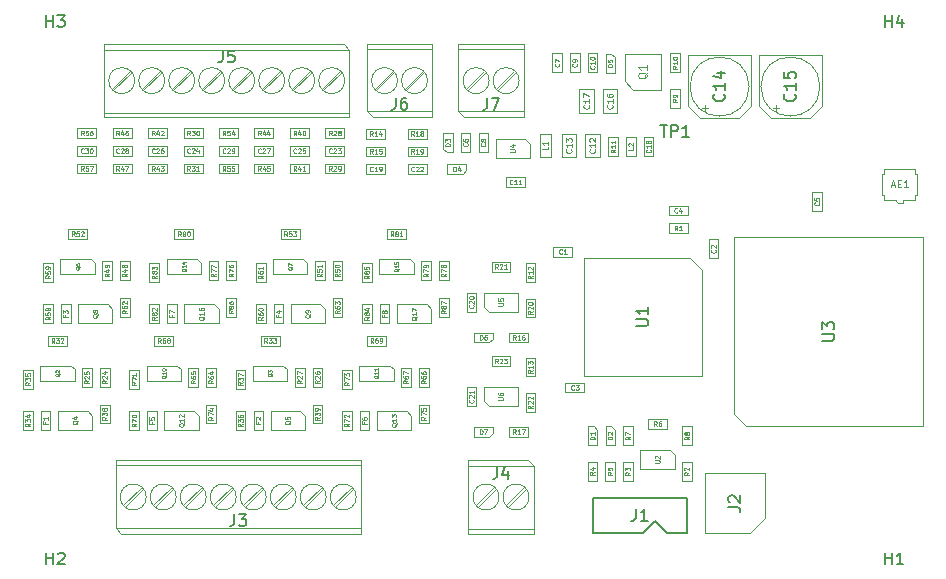
<source format=gbr>
%TF.GenerationSoftware,KiCad,Pcbnew,(6.0.6)*%
%TF.CreationDate,2022-10-24T15:29:27+02:00*%
%TF.ProjectId,Cobot,436f626f-742e-46b6-9963-61645f706362,rev?*%
%TF.SameCoordinates,Original*%
%TF.FileFunction,AssemblyDrawing,Top*%
%FSLAX46Y46*%
G04 Gerber Fmt 4.6, Leading zero omitted, Abs format (unit mm)*
G04 Created by KiCad (PCBNEW (6.0.6)) date 2022-10-24 15:29:27*
%MOMM*%
%LPD*%
G01*
G04 APERTURE LIST*
%ADD10C,0.060000*%
%ADD11C,0.050000*%
%ADD12C,0.150000*%
%ADD13C,0.090000*%
%ADD14C,0.105000*%
%ADD15C,0.080000*%
%ADD16C,0.100000*%
G04 APERTURE END LIST*
D10*
%TO.C,R63*%
X93579844Y-149199800D02*
X93389368Y-149333134D01*
X93579844Y-149428372D02*
X93179844Y-149428372D01*
X93179844Y-149275991D01*
X93198892Y-149237896D01*
X93217939Y-149218848D01*
X93256034Y-149199800D01*
X93313177Y-149199800D01*
X93351272Y-149218848D01*
X93370320Y-149237896D01*
X93389368Y-149275991D01*
X93389368Y-149428372D01*
X93179844Y-148856943D02*
X93179844Y-148933134D01*
X93198892Y-148971229D01*
X93217939Y-148990277D01*
X93275082Y-149028372D01*
X93351272Y-149047419D01*
X93503653Y-149047419D01*
X93541749Y-149028372D01*
X93560796Y-149009324D01*
X93579844Y-148971229D01*
X93579844Y-148895038D01*
X93560796Y-148856943D01*
X93541749Y-148837896D01*
X93503653Y-148818848D01*
X93408415Y-148818848D01*
X93370320Y-148837896D01*
X93351272Y-148856943D01*
X93332225Y-148895038D01*
X93332225Y-148971229D01*
X93351272Y-149009324D01*
X93370320Y-149028372D01*
X93408415Y-149047419D01*
X93179844Y-148685515D02*
X93179844Y-148437896D01*
X93332225Y-148571229D01*
X93332225Y-148514086D01*
X93351272Y-148475991D01*
X93370320Y-148456943D01*
X93408415Y-148437896D01*
X93503653Y-148437896D01*
X93541749Y-148456943D01*
X93560796Y-148475991D01*
X93579844Y-148514086D01*
X93579844Y-148628372D01*
X93560796Y-148666467D01*
X93541749Y-148685515D01*
%TO.C,R78*%
X102579844Y-146099800D02*
X102389368Y-146233134D01*
X102579844Y-146328372D02*
X102179844Y-146328372D01*
X102179844Y-146175991D01*
X102198892Y-146137896D01*
X102217939Y-146118848D01*
X102256034Y-146099800D01*
X102313177Y-146099800D01*
X102351272Y-146118848D01*
X102370320Y-146137896D01*
X102389368Y-146175991D01*
X102389368Y-146328372D01*
X102179844Y-145966467D02*
X102179844Y-145699800D01*
X102579844Y-145871229D01*
X102351272Y-145490277D02*
X102332225Y-145528372D01*
X102313177Y-145547419D01*
X102275082Y-145566467D01*
X102256034Y-145566467D01*
X102217939Y-145547419D01*
X102198892Y-145528372D01*
X102179844Y-145490277D01*
X102179844Y-145414086D01*
X102198892Y-145375991D01*
X102217939Y-145356943D01*
X102256034Y-145337896D01*
X102275082Y-145337896D01*
X102313177Y-145356943D01*
X102332225Y-145375991D01*
X102351272Y-145414086D01*
X102351272Y-145490277D01*
X102370320Y-145528372D01*
X102389368Y-145547419D01*
X102427463Y-145566467D01*
X102503653Y-145566467D01*
X102541749Y-145547419D01*
X102560796Y-145528372D01*
X102579844Y-145490277D01*
X102579844Y-145414086D01*
X102560796Y-145375991D01*
X102541749Y-145356943D01*
X102503653Y-145337896D01*
X102427463Y-145337896D01*
X102389368Y-145356943D01*
X102370320Y-145375991D01*
X102351272Y-145414086D01*
%TO.C,C5*%
X134142857Y-140066666D02*
X134161904Y-140085714D01*
X134180952Y-140142857D01*
X134180952Y-140180952D01*
X134161904Y-140238095D01*
X134123809Y-140276190D01*
X134085714Y-140295238D01*
X134009523Y-140314285D01*
X133952380Y-140314285D01*
X133876190Y-140295238D01*
X133838095Y-140276190D01*
X133800000Y-140238095D01*
X133780952Y-140180952D01*
X133780952Y-140142857D01*
X133800000Y-140085714D01*
X133819047Y-140066666D01*
X133780952Y-139704761D02*
X133780952Y-139895238D01*
X133971428Y-139914285D01*
X133952380Y-139895238D01*
X133933333Y-139857142D01*
X133933333Y-139761904D01*
X133952380Y-139723809D01*
X133971428Y-139704761D01*
X134009523Y-139685714D01*
X134104761Y-139685714D01*
X134142857Y-139704761D01*
X134161904Y-139723809D01*
X134180952Y-139761904D01*
X134180952Y-139857142D01*
X134161904Y-139895238D01*
X134142857Y-139914285D01*
%TO.C,R28*%
X92917857Y-134380952D02*
X92784523Y-134190476D01*
X92689285Y-134380952D02*
X92689285Y-133980952D01*
X92841666Y-133980952D01*
X92879761Y-134000000D01*
X92898809Y-134019047D01*
X92917857Y-134057142D01*
X92917857Y-134114285D01*
X92898809Y-134152380D01*
X92879761Y-134171428D01*
X92841666Y-134190476D01*
X92689285Y-134190476D01*
X93070238Y-134019047D02*
X93089285Y-134000000D01*
X93127380Y-133980952D01*
X93222619Y-133980952D01*
X93260714Y-134000000D01*
X93279761Y-134019047D01*
X93298809Y-134057142D01*
X93298809Y-134095238D01*
X93279761Y-134152380D01*
X93051190Y-134380952D01*
X93298809Y-134380952D01*
X93527380Y-134152380D02*
X93489285Y-134133333D01*
X93470238Y-134114285D01*
X93451190Y-134076190D01*
X93451190Y-134057142D01*
X93470238Y-134019047D01*
X93489285Y-134000000D01*
X93527380Y-133980952D01*
X93603571Y-133980952D01*
X93641666Y-134000000D01*
X93660714Y-134019047D01*
X93679761Y-134057142D01*
X93679761Y-134076190D01*
X93660714Y-134114285D01*
X93641666Y-134133333D01*
X93603571Y-134152380D01*
X93527380Y-134152380D01*
X93489285Y-134171428D01*
X93470238Y-134190476D01*
X93451190Y-134228571D01*
X93451190Y-134304761D01*
X93470238Y-134342857D01*
X93489285Y-134361904D01*
X93527380Y-134380952D01*
X93603571Y-134380952D01*
X93641666Y-134361904D01*
X93660714Y-134342857D01*
X93679761Y-134304761D01*
X93679761Y-134228571D01*
X93660714Y-134190476D01*
X93641666Y-134171428D01*
X93603571Y-134152380D01*
%TO.C,F8*%
X97370320Y-149625991D02*
X97370320Y-149759324D01*
X97579844Y-149759324D02*
X97179844Y-149759324D01*
X97179844Y-149568848D01*
X97351272Y-149359324D02*
X97332225Y-149397419D01*
X97313177Y-149416467D01*
X97275082Y-149435515D01*
X97256034Y-149435515D01*
X97217939Y-149416467D01*
X97198892Y-149397419D01*
X97179844Y-149359324D01*
X97179844Y-149283134D01*
X97198892Y-149245038D01*
X97217939Y-149225991D01*
X97256034Y-149206943D01*
X97275082Y-149206943D01*
X97313177Y-149225991D01*
X97332225Y-149245038D01*
X97351272Y-149283134D01*
X97351272Y-149359324D01*
X97370320Y-149397419D01*
X97389368Y-149416467D01*
X97427463Y-149435515D01*
X97503653Y-149435515D01*
X97541749Y-149416467D01*
X97560796Y-149397419D01*
X97579844Y-149359324D01*
X97579844Y-149283134D01*
X97560796Y-149245038D01*
X97541749Y-149225991D01*
X97503653Y-149206943D01*
X97427463Y-149206943D01*
X97389368Y-149225991D01*
X97370320Y-149245038D01*
X97351272Y-149283134D01*
%TO.C,Q16*%
X82117939Y-149721229D02*
X82098892Y-149759324D01*
X82060796Y-149797419D01*
X82003653Y-149854562D01*
X81984606Y-149892658D01*
X81984606Y-149930753D01*
X82079844Y-149911705D02*
X82060796Y-149949800D01*
X82022701Y-149987896D01*
X81946511Y-150006943D01*
X81813177Y-150006943D01*
X81736987Y-149987896D01*
X81698892Y-149949800D01*
X81679844Y-149911705D01*
X81679844Y-149835515D01*
X81698892Y-149797419D01*
X81736987Y-149759324D01*
X81813177Y-149740277D01*
X81946511Y-149740277D01*
X82022701Y-149759324D01*
X82060796Y-149797419D01*
X82079844Y-149835515D01*
X82079844Y-149911705D01*
X82079844Y-149359324D02*
X82079844Y-149587896D01*
X82079844Y-149473610D02*
X81679844Y-149473610D01*
X81736987Y-149511705D01*
X81775082Y-149549800D01*
X81794130Y-149587896D01*
X81679844Y-149016467D02*
X81679844Y-149092658D01*
X81698892Y-149130753D01*
X81717939Y-149149800D01*
X81775082Y-149187896D01*
X81851272Y-149206943D01*
X82003653Y-149206943D01*
X82041749Y-149187896D01*
X82060796Y-149168848D01*
X82079844Y-149130753D01*
X82079844Y-149054562D01*
X82060796Y-149016467D01*
X82041749Y-148997419D01*
X82003653Y-148978372D01*
X81908415Y-148978372D01*
X81870320Y-148997419D01*
X81851272Y-149016467D01*
X81832225Y-149054562D01*
X81832225Y-149130753D01*
X81851272Y-149168848D01*
X81870320Y-149187896D01*
X81908415Y-149206943D01*
%TO.C,R6*%
X120433333Y-159005952D02*
X120300000Y-158815476D01*
X120204761Y-159005952D02*
X120204761Y-158605952D01*
X120357142Y-158605952D01*
X120395238Y-158625000D01*
X120414285Y-158644047D01*
X120433333Y-158682142D01*
X120433333Y-158739285D01*
X120414285Y-158777380D01*
X120395238Y-158796428D01*
X120357142Y-158815476D01*
X120204761Y-158815476D01*
X120776190Y-158605952D02*
X120700000Y-158605952D01*
X120661904Y-158625000D01*
X120642857Y-158644047D01*
X120604761Y-158701190D01*
X120585714Y-158777380D01*
X120585714Y-158929761D01*
X120604761Y-158967857D01*
X120623809Y-158986904D01*
X120661904Y-159005952D01*
X120738095Y-159005952D01*
X120776190Y-158986904D01*
X120795238Y-158967857D01*
X120814285Y-158929761D01*
X120814285Y-158834523D01*
X120795238Y-158796428D01*
X120776190Y-158777380D01*
X120738095Y-158758333D01*
X120661904Y-158758333D01*
X120623809Y-158777380D01*
X120604761Y-158796428D01*
X120585714Y-158834523D01*
%TO.C,R67*%
X99380952Y-155132142D02*
X99190476Y-155265476D01*
X99380952Y-155360714D02*
X98980952Y-155360714D01*
X98980952Y-155208333D01*
X99000000Y-155170238D01*
X99019047Y-155151190D01*
X99057142Y-155132142D01*
X99114285Y-155132142D01*
X99152380Y-155151190D01*
X99171428Y-155170238D01*
X99190476Y-155208333D01*
X99190476Y-155360714D01*
X98980952Y-154789285D02*
X98980952Y-154865476D01*
X99000000Y-154903571D01*
X99019047Y-154922619D01*
X99076190Y-154960714D01*
X99152380Y-154979761D01*
X99304761Y-154979761D01*
X99342857Y-154960714D01*
X99361904Y-154941666D01*
X99380952Y-154903571D01*
X99380952Y-154827380D01*
X99361904Y-154789285D01*
X99342857Y-154770238D01*
X99304761Y-154751190D01*
X99209523Y-154751190D01*
X99171428Y-154770238D01*
X99152380Y-154789285D01*
X99133333Y-154827380D01*
X99133333Y-154903571D01*
X99152380Y-154941666D01*
X99171428Y-154960714D01*
X99209523Y-154979761D01*
X98980952Y-154617857D02*
X98980952Y-154351190D01*
X99380952Y-154522619D01*
D11*
%TO.C,Q6*%
X71575238Y-145517976D02*
X71560000Y-145548452D01*
X71529523Y-145578928D01*
X71483809Y-145624642D01*
X71468571Y-145655119D01*
X71468571Y-145685595D01*
X71544761Y-145670357D02*
X71529523Y-145700833D01*
X71499047Y-145731309D01*
X71438095Y-145746547D01*
X71331428Y-145746547D01*
X71270476Y-145731309D01*
X71240000Y-145700833D01*
X71224761Y-145670357D01*
X71224761Y-145609404D01*
X71240000Y-145578928D01*
X71270476Y-145548452D01*
X71331428Y-145533214D01*
X71438095Y-145533214D01*
X71499047Y-145548452D01*
X71529523Y-145578928D01*
X71544761Y-145609404D01*
X71544761Y-145670357D01*
X71224761Y-145258928D02*
X71224761Y-145319880D01*
X71240000Y-145350357D01*
X71255238Y-145365595D01*
X71300952Y-145396071D01*
X71361904Y-145411309D01*
X71483809Y-145411309D01*
X71514285Y-145396071D01*
X71529523Y-145380833D01*
X71544761Y-145350357D01*
X71544761Y-145289404D01*
X71529523Y-145258928D01*
X71514285Y-145243690D01*
X71483809Y-145228452D01*
X71407619Y-145228452D01*
X71377142Y-145243690D01*
X71361904Y-145258928D01*
X71346666Y-145289404D01*
X71346666Y-145350357D01*
X71361904Y-145380833D01*
X71377142Y-145396071D01*
X71407619Y-145411309D01*
D10*
%TO.C,R34*%
X67380952Y-158782142D02*
X67190476Y-158915476D01*
X67380952Y-159010714D02*
X66980952Y-159010714D01*
X66980952Y-158858333D01*
X67000000Y-158820238D01*
X67019047Y-158801190D01*
X67057142Y-158782142D01*
X67114285Y-158782142D01*
X67152380Y-158801190D01*
X67171428Y-158820238D01*
X67190476Y-158858333D01*
X67190476Y-159010714D01*
X66980952Y-158648809D02*
X66980952Y-158401190D01*
X67133333Y-158534523D01*
X67133333Y-158477380D01*
X67152380Y-158439285D01*
X67171428Y-158420238D01*
X67209523Y-158401190D01*
X67304761Y-158401190D01*
X67342857Y-158420238D01*
X67361904Y-158439285D01*
X67380952Y-158477380D01*
X67380952Y-158591666D01*
X67361904Y-158629761D01*
X67342857Y-158648809D01*
X67114285Y-158058333D02*
X67380952Y-158058333D01*
X66961904Y-158153571D02*
X67247619Y-158248809D01*
X67247619Y-158001190D01*
%TO.C,F1*%
X68671428Y-158658333D02*
X68671428Y-158791666D01*
X68880952Y-158791666D02*
X68480952Y-158791666D01*
X68480952Y-158601190D01*
X68880952Y-158239285D02*
X68880952Y-158467857D01*
X68880952Y-158353571D02*
X68480952Y-158353571D01*
X68538095Y-158391666D01*
X68576190Y-158429761D01*
X68595238Y-158467857D01*
%TO.C,R81*%
X98141749Y-142923610D02*
X98008415Y-142733134D01*
X97913177Y-142923610D02*
X97913177Y-142523610D01*
X98065558Y-142523610D01*
X98103653Y-142542658D01*
X98122701Y-142561705D01*
X98141749Y-142599800D01*
X98141749Y-142656943D01*
X98122701Y-142695038D01*
X98103653Y-142714086D01*
X98065558Y-142733134D01*
X97913177Y-142733134D01*
X98370320Y-142695038D02*
X98332225Y-142675991D01*
X98313177Y-142656943D01*
X98294130Y-142618848D01*
X98294130Y-142599800D01*
X98313177Y-142561705D01*
X98332225Y-142542658D01*
X98370320Y-142523610D01*
X98446511Y-142523610D01*
X98484606Y-142542658D01*
X98503653Y-142561705D01*
X98522701Y-142599800D01*
X98522701Y-142618848D01*
X98503653Y-142656943D01*
X98484606Y-142675991D01*
X98446511Y-142695038D01*
X98370320Y-142695038D01*
X98332225Y-142714086D01*
X98313177Y-142733134D01*
X98294130Y-142771229D01*
X98294130Y-142847419D01*
X98313177Y-142885515D01*
X98332225Y-142904562D01*
X98370320Y-142923610D01*
X98446511Y-142923610D01*
X98484606Y-142904562D01*
X98503653Y-142885515D01*
X98522701Y-142847419D01*
X98522701Y-142771229D01*
X98503653Y-142733134D01*
X98484606Y-142714086D01*
X98446511Y-142695038D01*
X98903653Y-142923610D02*
X98675082Y-142923610D01*
X98789368Y-142923610D02*
X98789368Y-142523610D01*
X98751272Y-142580753D01*
X98713177Y-142618848D01*
X98675082Y-142637896D01*
%TO.C,D7*%
X105454761Y-159680952D02*
X105454761Y-159280952D01*
X105550000Y-159280952D01*
X105607142Y-159300000D01*
X105645238Y-159338095D01*
X105664285Y-159376190D01*
X105683333Y-159452380D01*
X105683333Y-159509523D01*
X105664285Y-159585714D01*
X105645238Y-159623809D01*
X105607142Y-159661904D01*
X105550000Y-159680952D01*
X105454761Y-159680952D01*
X105816666Y-159280952D02*
X106083333Y-159280952D01*
X105911904Y-159680952D01*
%TO.C,Q9*%
X91117939Y-149530753D02*
X91098892Y-149568848D01*
X91060796Y-149606943D01*
X91003653Y-149664086D01*
X90984606Y-149702181D01*
X90984606Y-149740277D01*
X91079844Y-149721229D02*
X91060796Y-149759324D01*
X91022701Y-149797419D01*
X90946511Y-149816467D01*
X90813177Y-149816467D01*
X90736987Y-149797419D01*
X90698892Y-149759324D01*
X90679844Y-149721229D01*
X90679844Y-149645038D01*
X90698892Y-149606943D01*
X90736987Y-149568848D01*
X90813177Y-149549800D01*
X90946511Y-149549800D01*
X91022701Y-149568848D01*
X91060796Y-149606943D01*
X91079844Y-149645038D01*
X91079844Y-149721229D01*
X91079844Y-149359324D02*
X91079844Y-149283134D01*
X91060796Y-149245038D01*
X91041749Y-149225991D01*
X90984606Y-149187896D01*
X90908415Y-149168848D01*
X90756034Y-149168848D01*
X90717939Y-149187896D01*
X90698892Y-149206943D01*
X90679844Y-149245038D01*
X90679844Y-149321229D01*
X90698892Y-149359324D01*
X90717939Y-149378372D01*
X90756034Y-149397419D01*
X90851272Y-149397419D01*
X90889368Y-149378372D01*
X90908415Y-149359324D01*
X90927463Y-149321229D01*
X90927463Y-149245038D01*
X90908415Y-149206943D01*
X90889368Y-149187896D01*
X90851272Y-149168848D01*
%TO.C,R65*%
X81380952Y-155132142D02*
X81190476Y-155265476D01*
X81380952Y-155360714D02*
X80980952Y-155360714D01*
X80980952Y-155208333D01*
X81000000Y-155170238D01*
X81019047Y-155151190D01*
X81057142Y-155132142D01*
X81114285Y-155132142D01*
X81152380Y-155151190D01*
X81171428Y-155170238D01*
X81190476Y-155208333D01*
X81190476Y-155360714D01*
X80980952Y-154789285D02*
X80980952Y-154865476D01*
X81000000Y-154903571D01*
X81019047Y-154922619D01*
X81076190Y-154960714D01*
X81152380Y-154979761D01*
X81304761Y-154979761D01*
X81342857Y-154960714D01*
X81361904Y-154941666D01*
X81380952Y-154903571D01*
X81380952Y-154827380D01*
X81361904Y-154789285D01*
X81342857Y-154770238D01*
X81304761Y-154751190D01*
X81209523Y-154751190D01*
X81171428Y-154770238D01*
X81152380Y-154789285D01*
X81133333Y-154827380D01*
X81133333Y-154903571D01*
X81152380Y-154941666D01*
X81171428Y-154960714D01*
X81209523Y-154979761D01*
X80980952Y-154389285D02*
X80980952Y-154579761D01*
X81171428Y-154598809D01*
X81152380Y-154579761D01*
X81133333Y-154541666D01*
X81133333Y-154446428D01*
X81152380Y-154408333D01*
X81171428Y-154389285D01*
X81209523Y-154370238D01*
X81304761Y-154370238D01*
X81342857Y-154389285D01*
X81361904Y-154408333D01*
X81380952Y-154446428D01*
X81380952Y-154541666D01*
X81361904Y-154579761D01*
X81342857Y-154598809D01*
%TO.C,R26*%
X91880952Y-155132142D02*
X91690476Y-155265476D01*
X91880952Y-155360714D02*
X91480952Y-155360714D01*
X91480952Y-155208333D01*
X91500000Y-155170238D01*
X91519047Y-155151190D01*
X91557142Y-155132142D01*
X91614285Y-155132142D01*
X91652380Y-155151190D01*
X91671428Y-155170238D01*
X91690476Y-155208333D01*
X91690476Y-155360714D01*
X91519047Y-154979761D02*
X91500000Y-154960714D01*
X91480952Y-154922619D01*
X91480952Y-154827380D01*
X91500000Y-154789285D01*
X91519047Y-154770238D01*
X91557142Y-154751190D01*
X91595238Y-154751190D01*
X91652380Y-154770238D01*
X91880952Y-154998809D01*
X91880952Y-154751190D01*
X91480952Y-154408333D02*
X91480952Y-154484523D01*
X91500000Y-154522619D01*
X91519047Y-154541666D01*
X91576190Y-154579761D01*
X91652380Y-154598809D01*
X91804761Y-154598809D01*
X91842857Y-154579761D01*
X91861904Y-154560714D01*
X91880952Y-154522619D01*
X91880952Y-154446428D01*
X91861904Y-154408333D01*
X91842857Y-154389285D01*
X91804761Y-154370238D01*
X91709523Y-154370238D01*
X91671428Y-154389285D01*
X91652380Y-154408333D01*
X91633333Y-154446428D01*
X91633333Y-154522619D01*
X91652380Y-154560714D01*
X91671428Y-154579761D01*
X91709523Y-154598809D01*
D12*
%TO.C,C14*%
X126107142Y-130892857D02*
X126154761Y-130940476D01*
X126202380Y-131083333D01*
X126202380Y-131178571D01*
X126154761Y-131321428D01*
X126059523Y-131416666D01*
X125964285Y-131464285D01*
X125773809Y-131511904D01*
X125630952Y-131511904D01*
X125440476Y-131464285D01*
X125345238Y-131416666D01*
X125250000Y-131321428D01*
X125202380Y-131178571D01*
X125202380Y-131083333D01*
X125250000Y-130940476D01*
X125297619Y-130892857D01*
X126202380Y-129940476D02*
X126202380Y-130511904D01*
X126202380Y-130226190D02*
X125202380Y-130226190D01*
X125345238Y-130321428D01*
X125440476Y-130416666D01*
X125488095Y-130511904D01*
X125535714Y-129083333D02*
X126202380Y-129083333D01*
X125154761Y-129321428D02*
X125869047Y-129559523D01*
X125869047Y-128940476D01*
D10*
%TO.C,D3*%
X102930952Y-135295238D02*
X102530952Y-135295238D01*
X102530952Y-135200000D01*
X102550000Y-135142857D01*
X102588095Y-135104761D01*
X102626190Y-135085714D01*
X102702380Y-135066666D01*
X102759523Y-135066666D01*
X102835714Y-135085714D01*
X102873809Y-135104761D01*
X102911904Y-135142857D01*
X102930952Y-135200000D01*
X102930952Y-135295238D01*
X102530952Y-134933333D02*
X102530952Y-134685714D01*
X102683333Y-134819047D01*
X102683333Y-134761904D01*
X102702380Y-134723809D01*
X102721428Y-134704761D01*
X102759523Y-134685714D01*
X102854761Y-134685714D01*
X102892857Y-134704761D01*
X102911904Y-134723809D01*
X102930952Y-134761904D01*
X102930952Y-134876190D01*
X102911904Y-134914285D01*
X102892857Y-134933333D01*
%TO.C,R13*%
X109930952Y-154257142D02*
X109740476Y-154390476D01*
X109930952Y-154485714D02*
X109530952Y-154485714D01*
X109530952Y-154333333D01*
X109550000Y-154295238D01*
X109569047Y-154276190D01*
X109607142Y-154257142D01*
X109664285Y-154257142D01*
X109702380Y-154276190D01*
X109721428Y-154295238D01*
X109740476Y-154333333D01*
X109740476Y-154485714D01*
X109930952Y-153876190D02*
X109930952Y-154104761D01*
X109930952Y-153990476D02*
X109530952Y-153990476D01*
X109588095Y-154028571D01*
X109626190Y-154066666D01*
X109645238Y-154104761D01*
X109530952Y-153742857D02*
X109530952Y-153495238D01*
X109683333Y-153628571D01*
X109683333Y-153571428D01*
X109702380Y-153533333D01*
X109721428Y-153514285D01*
X109759523Y-153495238D01*
X109854761Y-153495238D01*
X109892857Y-153514285D01*
X109911904Y-153533333D01*
X109930952Y-153571428D01*
X109930952Y-153685714D01*
X109911904Y-153723809D01*
X109892857Y-153742857D01*
%TO.C,R66*%
X100880952Y-155132142D02*
X100690476Y-155265476D01*
X100880952Y-155360714D02*
X100480952Y-155360714D01*
X100480952Y-155208333D01*
X100500000Y-155170238D01*
X100519047Y-155151190D01*
X100557142Y-155132142D01*
X100614285Y-155132142D01*
X100652380Y-155151190D01*
X100671428Y-155170238D01*
X100690476Y-155208333D01*
X100690476Y-155360714D01*
X100480952Y-154789285D02*
X100480952Y-154865476D01*
X100500000Y-154903571D01*
X100519047Y-154922619D01*
X100576190Y-154960714D01*
X100652380Y-154979761D01*
X100804761Y-154979761D01*
X100842857Y-154960714D01*
X100861904Y-154941666D01*
X100880952Y-154903571D01*
X100880952Y-154827380D01*
X100861904Y-154789285D01*
X100842857Y-154770238D01*
X100804761Y-154751190D01*
X100709523Y-154751190D01*
X100671428Y-154770238D01*
X100652380Y-154789285D01*
X100633333Y-154827380D01*
X100633333Y-154903571D01*
X100652380Y-154941666D01*
X100671428Y-154960714D01*
X100709523Y-154979761D01*
X100480952Y-154408333D02*
X100480952Y-154484523D01*
X100500000Y-154522619D01*
X100519047Y-154541666D01*
X100576190Y-154579761D01*
X100652380Y-154598809D01*
X100804761Y-154598809D01*
X100842857Y-154579761D01*
X100861904Y-154560714D01*
X100880952Y-154522619D01*
X100880952Y-154446428D01*
X100861904Y-154408333D01*
X100842857Y-154389285D01*
X100804761Y-154370238D01*
X100709523Y-154370238D01*
X100671428Y-154389285D01*
X100652380Y-154408333D01*
X100633333Y-154446428D01*
X100633333Y-154522619D01*
X100652380Y-154560714D01*
X100671428Y-154579761D01*
X100709523Y-154598809D01*
%TO.C,C18*%
X119892857Y-135582142D02*
X119911904Y-135601190D01*
X119930952Y-135658333D01*
X119930952Y-135696428D01*
X119911904Y-135753571D01*
X119873809Y-135791666D01*
X119835714Y-135810714D01*
X119759523Y-135829761D01*
X119702380Y-135829761D01*
X119626190Y-135810714D01*
X119588095Y-135791666D01*
X119550000Y-135753571D01*
X119530952Y-135696428D01*
X119530952Y-135658333D01*
X119550000Y-135601190D01*
X119569047Y-135582142D01*
X119930952Y-135201190D02*
X119930952Y-135429761D01*
X119930952Y-135315476D02*
X119530952Y-135315476D01*
X119588095Y-135353571D01*
X119626190Y-135391666D01*
X119645238Y-135429761D01*
X119702380Y-134972619D02*
X119683333Y-135010714D01*
X119664285Y-135029761D01*
X119626190Y-135048809D01*
X119607142Y-135048809D01*
X119569047Y-135029761D01*
X119550000Y-135010714D01*
X119530952Y-134972619D01*
X119530952Y-134896428D01*
X119550000Y-134858333D01*
X119569047Y-134839285D01*
X119607142Y-134820238D01*
X119626190Y-134820238D01*
X119664285Y-134839285D01*
X119683333Y-134858333D01*
X119702380Y-134896428D01*
X119702380Y-134972619D01*
X119721428Y-135010714D01*
X119740476Y-135029761D01*
X119778571Y-135048809D01*
X119854761Y-135048809D01*
X119892857Y-135029761D01*
X119911904Y-135010714D01*
X119930952Y-134972619D01*
X119930952Y-134896428D01*
X119911904Y-134858333D01*
X119892857Y-134839285D01*
X119854761Y-134820238D01*
X119778571Y-134820238D01*
X119740476Y-134839285D01*
X119721428Y-134858333D01*
X119702380Y-134896428D01*
%TO.C,R3*%
X118180952Y-162891666D02*
X117990476Y-163025000D01*
X118180952Y-163120238D02*
X117780952Y-163120238D01*
X117780952Y-162967857D01*
X117800000Y-162929761D01*
X117819047Y-162910714D01*
X117857142Y-162891666D01*
X117914285Y-162891666D01*
X117952380Y-162910714D01*
X117971428Y-162929761D01*
X117990476Y-162967857D01*
X117990476Y-163120238D01*
X117780952Y-162758333D02*
X117780952Y-162510714D01*
X117933333Y-162644047D01*
X117933333Y-162586904D01*
X117952380Y-162548809D01*
X117971428Y-162529761D01*
X118009523Y-162510714D01*
X118104761Y-162510714D01*
X118142857Y-162529761D01*
X118161904Y-162548809D01*
X118180952Y-162586904D01*
X118180952Y-162701190D01*
X118161904Y-162739285D01*
X118142857Y-162758333D01*
%TO.C,R43*%
X77917857Y-137380952D02*
X77784523Y-137190476D01*
X77689285Y-137380952D02*
X77689285Y-136980952D01*
X77841666Y-136980952D01*
X77879761Y-137000000D01*
X77898809Y-137019047D01*
X77917857Y-137057142D01*
X77917857Y-137114285D01*
X77898809Y-137152380D01*
X77879761Y-137171428D01*
X77841666Y-137190476D01*
X77689285Y-137190476D01*
X78260714Y-137114285D02*
X78260714Y-137380952D01*
X78165476Y-136961904D02*
X78070238Y-137247619D01*
X78317857Y-137247619D01*
X78432142Y-136980952D02*
X78679761Y-136980952D01*
X78546428Y-137133333D01*
X78603571Y-137133333D01*
X78641666Y-137152380D01*
X78660714Y-137171428D01*
X78679761Y-137209523D01*
X78679761Y-137304761D01*
X78660714Y-137342857D01*
X78641666Y-137361904D01*
X78603571Y-137380952D01*
X78489285Y-137380952D01*
X78451190Y-137361904D01*
X78432142Y-137342857D01*
%TO.C,C26*%
X77917857Y-135842857D02*
X77898809Y-135861904D01*
X77841666Y-135880952D01*
X77803571Y-135880952D01*
X77746428Y-135861904D01*
X77708333Y-135823809D01*
X77689285Y-135785714D01*
X77670238Y-135709523D01*
X77670238Y-135652380D01*
X77689285Y-135576190D01*
X77708333Y-135538095D01*
X77746428Y-135500000D01*
X77803571Y-135480952D01*
X77841666Y-135480952D01*
X77898809Y-135500000D01*
X77917857Y-135519047D01*
X78070238Y-135519047D02*
X78089285Y-135500000D01*
X78127380Y-135480952D01*
X78222619Y-135480952D01*
X78260714Y-135500000D01*
X78279761Y-135519047D01*
X78298809Y-135557142D01*
X78298809Y-135595238D01*
X78279761Y-135652380D01*
X78051190Y-135880952D01*
X78298809Y-135880952D01*
X78641666Y-135480952D02*
X78565476Y-135480952D01*
X78527380Y-135500000D01*
X78508333Y-135519047D01*
X78470238Y-135576190D01*
X78451190Y-135652380D01*
X78451190Y-135804761D01*
X78470238Y-135842857D01*
X78489285Y-135861904D01*
X78527380Y-135880952D01*
X78603571Y-135880952D01*
X78641666Y-135861904D01*
X78660714Y-135842857D01*
X78679761Y-135804761D01*
X78679761Y-135709523D01*
X78660714Y-135671428D01*
X78641666Y-135652380D01*
X78603571Y-135633333D01*
X78527380Y-135633333D01*
X78489285Y-135652380D01*
X78470238Y-135671428D01*
X78451190Y-135709523D01*
%TO.C,R85*%
X96079844Y-146249800D02*
X95889368Y-146383134D01*
X96079844Y-146478372D02*
X95679844Y-146478372D01*
X95679844Y-146325991D01*
X95698892Y-146287896D01*
X95717939Y-146268848D01*
X95756034Y-146249800D01*
X95813177Y-146249800D01*
X95851272Y-146268848D01*
X95870320Y-146287896D01*
X95889368Y-146325991D01*
X95889368Y-146478372D01*
X95851272Y-146021229D02*
X95832225Y-146059324D01*
X95813177Y-146078372D01*
X95775082Y-146097419D01*
X95756034Y-146097419D01*
X95717939Y-146078372D01*
X95698892Y-146059324D01*
X95679844Y-146021229D01*
X95679844Y-145945038D01*
X95698892Y-145906943D01*
X95717939Y-145887896D01*
X95756034Y-145868848D01*
X95775082Y-145868848D01*
X95813177Y-145887896D01*
X95832225Y-145906943D01*
X95851272Y-145945038D01*
X95851272Y-146021229D01*
X95870320Y-146059324D01*
X95889368Y-146078372D01*
X95927463Y-146097419D01*
X96003653Y-146097419D01*
X96041749Y-146078372D01*
X96060796Y-146059324D01*
X96079844Y-146021229D01*
X96079844Y-145945038D01*
X96060796Y-145906943D01*
X96041749Y-145887896D01*
X96003653Y-145868848D01*
X95927463Y-145868848D01*
X95889368Y-145887896D01*
X95870320Y-145906943D01*
X95851272Y-145945038D01*
X95679844Y-145506943D02*
X95679844Y-145697419D01*
X95870320Y-145716467D01*
X95851272Y-145697419D01*
X95832225Y-145659324D01*
X95832225Y-145564086D01*
X95851272Y-145525991D01*
X95870320Y-145506943D01*
X95908415Y-145487896D01*
X96003653Y-145487896D01*
X96041749Y-145506943D01*
X96060796Y-145525991D01*
X96079844Y-145564086D01*
X96079844Y-145659324D01*
X96060796Y-145697419D01*
X96041749Y-145716467D01*
%TO.C,R14*%
X96397857Y-134430952D02*
X96264523Y-134240476D01*
X96169285Y-134430952D02*
X96169285Y-134030952D01*
X96321666Y-134030952D01*
X96359761Y-134050000D01*
X96378809Y-134069047D01*
X96397857Y-134107142D01*
X96397857Y-134164285D01*
X96378809Y-134202380D01*
X96359761Y-134221428D01*
X96321666Y-134240476D01*
X96169285Y-134240476D01*
X96778809Y-134430952D02*
X96550238Y-134430952D01*
X96664523Y-134430952D02*
X96664523Y-134030952D01*
X96626428Y-134088095D01*
X96588333Y-134126190D01*
X96550238Y-134145238D01*
X97121666Y-134164285D02*
X97121666Y-134430952D01*
X97026428Y-134011904D02*
X96931190Y-134297619D01*
X97178809Y-134297619D01*
D12*
%TO.C,J7*%
X106071666Y-131202380D02*
X106071666Y-131916666D01*
X106024047Y-132059523D01*
X105928809Y-132154761D01*
X105785952Y-132202380D01*
X105690714Y-132202380D01*
X106452619Y-131202380D02*
X107119285Y-131202380D01*
X106690714Y-132202380D01*
%TO.C,J5*%
X83691666Y-127202380D02*
X83691666Y-127916666D01*
X83644047Y-128059523D01*
X83548809Y-128154761D01*
X83405952Y-128202380D01*
X83310714Y-128202380D01*
X84644047Y-127202380D02*
X84167857Y-127202380D01*
X84120238Y-127678571D01*
X84167857Y-127630952D01*
X84263095Y-127583333D01*
X84501190Y-127583333D01*
X84596428Y-127630952D01*
X84644047Y-127678571D01*
X84691666Y-127773809D01*
X84691666Y-128011904D01*
X84644047Y-128107142D01*
X84596428Y-128154761D01*
X84501190Y-128202380D01*
X84263095Y-128202380D01*
X84167857Y-128154761D01*
X84120238Y-128107142D01*
D13*
%TO.C,AE1*%
X140300000Y-138625000D02*
X140585714Y-138625000D01*
X140242857Y-138796428D02*
X140442857Y-138196428D01*
X140642857Y-138796428D01*
X140842857Y-138482142D02*
X141042857Y-138482142D01*
X141128571Y-138796428D02*
X140842857Y-138796428D01*
X140842857Y-138196428D01*
X141128571Y-138196428D01*
X141700000Y-138796428D02*
X141357142Y-138796428D01*
X141528571Y-138796428D02*
X141528571Y-138196428D01*
X141471428Y-138282142D01*
X141414285Y-138339285D01*
X141357142Y-138367857D01*
D10*
%TO.C,F3*%
X70371428Y-149620833D02*
X70371428Y-149754166D01*
X70580952Y-149754166D02*
X70180952Y-149754166D01*
X70180952Y-149563690D01*
X70180952Y-149449404D02*
X70180952Y-149201785D01*
X70333333Y-149335119D01*
X70333333Y-149277976D01*
X70352380Y-149239880D01*
X70371428Y-149220833D01*
X70409523Y-149201785D01*
X70504761Y-149201785D01*
X70542857Y-149220833D01*
X70561904Y-149239880D01*
X70580952Y-149277976D01*
X70580952Y-149392261D01*
X70561904Y-149430357D01*
X70542857Y-149449404D01*
D12*
%TO.C,J6*%
X98321666Y-131202380D02*
X98321666Y-131916666D01*
X98274047Y-132059523D01*
X98178809Y-132154761D01*
X98035952Y-132202380D01*
X97940714Y-132202380D01*
X99226428Y-131202380D02*
X99035952Y-131202380D01*
X98940714Y-131250000D01*
X98893095Y-131297619D01*
X98797857Y-131440476D01*
X98750238Y-131630952D01*
X98750238Y-132011904D01*
X98797857Y-132107142D01*
X98845476Y-132154761D01*
X98940714Y-132202380D01*
X99131190Y-132202380D01*
X99226428Y-132154761D01*
X99274047Y-132107142D01*
X99321666Y-132011904D01*
X99321666Y-131773809D01*
X99274047Y-131678571D01*
X99226428Y-131630952D01*
X99131190Y-131583333D01*
X98940714Y-131583333D01*
X98845476Y-131630952D01*
X98797857Y-131678571D01*
X98750238Y-131773809D01*
D10*
%TO.C,C1*%
X112421741Y-144385649D02*
X112402693Y-144404696D01*
X112345550Y-144423744D01*
X112307455Y-144423744D01*
X112250312Y-144404696D01*
X112212217Y-144366601D01*
X112193169Y-144328506D01*
X112174122Y-144252315D01*
X112174122Y-144195172D01*
X112193169Y-144118982D01*
X112212217Y-144080887D01*
X112250312Y-144042792D01*
X112307455Y-144023744D01*
X112345550Y-144023744D01*
X112402693Y-144042792D01*
X112421741Y-144061839D01*
X112802693Y-144423744D02*
X112574122Y-144423744D01*
X112688408Y-144423744D02*
X112688408Y-144023744D01*
X112650312Y-144080887D01*
X112612217Y-144118982D01*
X112574122Y-144138030D01*
%TO.C,R82*%
X78079844Y-149749800D02*
X77889368Y-149883134D01*
X78079844Y-149978372D02*
X77679844Y-149978372D01*
X77679844Y-149825991D01*
X77698892Y-149787896D01*
X77717939Y-149768848D01*
X77756034Y-149749800D01*
X77813177Y-149749800D01*
X77851272Y-149768848D01*
X77870320Y-149787896D01*
X77889368Y-149825991D01*
X77889368Y-149978372D01*
X77851272Y-149521229D02*
X77832225Y-149559324D01*
X77813177Y-149578372D01*
X77775082Y-149597419D01*
X77756034Y-149597419D01*
X77717939Y-149578372D01*
X77698892Y-149559324D01*
X77679844Y-149521229D01*
X77679844Y-149445038D01*
X77698892Y-149406943D01*
X77717939Y-149387896D01*
X77756034Y-149368848D01*
X77775082Y-149368848D01*
X77813177Y-149387896D01*
X77832225Y-149406943D01*
X77851272Y-149445038D01*
X77851272Y-149521229D01*
X77870320Y-149559324D01*
X77889368Y-149578372D01*
X77927463Y-149597419D01*
X78003653Y-149597419D01*
X78041749Y-149578372D01*
X78060796Y-149559324D01*
X78079844Y-149521229D01*
X78079844Y-149445038D01*
X78060796Y-149406943D01*
X78041749Y-149387896D01*
X78003653Y-149368848D01*
X77927463Y-149368848D01*
X77889368Y-149387896D01*
X77870320Y-149406943D01*
X77851272Y-149445038D01*
X77717939Y-149216467D02*
X77698892Y-149197419D01*
X77679844Y-149159324D01*
X77679844Y-149064086D01*
X77698892Y-149025991D01*
X77717939Y-149006943D01*
X77756034Y-148987896D01*
X77794130Y-148987896D01*
X77851272Y-149006943D01*
X78079844Y-149235515D01*
X78079844Y-148987896D01*
%TO.C,C25*%
X89917857Y-135842857D02*
X89898809Y-135861904D01*
X89841666Y-135880952D01*
X89803571Y-135880952D01*
X89746428Y-135861904D01*
X89708333Y-135823809D01*
X89689285Y-135785714D01*
X89670238Y-135709523D01*
X89670238Y-135652380D01*
X89689285Y-135576190D01*
X89708333Y-135538095D01*
X89746428Y-135500000D01*
X89803571Y-135480952D01*
X89841666Y-135480952D01*
X89898809Y-135500000D01*
X89917857Y-135519047D01*
X90070238Y-135519047D02*
X90089285Y-135500000D01*
X90127380Y-135480952D01*
X90222619Y-135480952D01*
X90260714Y-135500000D01*
X90279761Y-135519047D01*
X90298809Y-135557142D01*
X90298809Y-135595238D01*
X90279761Y-135652380D01*
X90051190Y-135880952D01*
X90298809Y-135880952D01*
X90660714Y-135480952D02*
X90470238Y-135480952D01*
X90451190Y-135671428D01*
X90470238Y-135652380D01*
X90508333Y-135633333D01*
X90603571Y-135633333D01*
X90641666Y-135652380D01*
X90660714Y-135671428D01*
X90679761Y-135709523D01*
X90679761Y-135804761D01*
X90660714Y-135842857D01*
X90641666Y-135861904D01*
X90603571Y-135880952D01*
X90508333Y-135880952D01*
X90470238Y-135861904D01*
X90451190Y-135842857D01*
%TO.C,D6*%
X105454761Y-151680952D02*
X105454761Y-151280952D01*
X105550000Y-151280952D01*
X105607142Y-151300000D01*
X105645238Y-151338095D01*
X105664285Y-151376190D01*
X105683333Y-151452380D01*
X105683333Y-151509523D01*
X105664285Y-151585714D01*
X105645238Y-151623809D01*
X105607142Y-151661904D01*
X105550000Y-151680952D01*
X105454761Y-151680952D01*
X106026190Y-151280952D02*
X105950000Y-151280952D01*
X105911904Y-151300000D01*
X105892857Y-151319047D01*
X105854761Y-151376190D01*
X105835714Y-151452380D01*
X105835714Y-151604761D01*
X105854761Y-151642857D01*
X105873809Y-151661904D01*
X105911904Y-151680952D01*
X105988095Y-151680952D01*
X106026190Y-151661904D01*
X106045238Y-151642857D01*
X106064285Y-151604761D01*
X106064285Y-151509523D01*
X106045238Y-151471428D01*
X106026190Y-151452380D01*
X105988095Y-151433333D01*
X105911904Y-151433333D01*
X105873809Y-151452380D01*
X105854761Y-151471428D01*
X105835714Y-151509523D01*
%TO.C,R51*%
X92079844Y-146099800D02*
X91889368Y-146233134D01*
X92079844Y-146328372D02*
X91679844Y-146328372D01*
X91679844Y-146175991D01*
X91698892Y-146137896D01*
X91717939Y-146118848D01*
X91756034Y-146099800D01*
X91813177Y-146099800D01*
X91851272Y-146118848D01*
X91870320Y-146137896D01*
X91889368Y-146175991D01*
X91889368Y-146328372D01*
X91679844Y-145737896D02*
X91679844Y-145928372D01*
X91870320Y-145947419D01*
X91851272Y-145928372D01*
X91832225Y-145890277D01*
X91832225Y-145795038D01*
X91851272Y-145756943D01*
X91870320Y-145737896D01*
X91908415Y-145718848D01*
X92003653Y-145718848D01*
X92041749Y-145737896D01*
X92060796Y-145756943D01*
X92079844Y-145795038D01*
X92079844Y-145890277D01*
X92060796Y-145928372D01*
X92041749Y-145947419D01*
X92079844Y-145337896D02*
X92079844Y-145566467D01*
X92079844Y-145452181D02*
X91679844Y-145452181D01*
X91736987Y-145490277D01*
X91775082Y-145528372D01*
X91794130Y-145566467D01*
%TO.C,R20*%
X109930952Y-149257142D02*
X109740476Y-149390476D01*
X109930952Y-149485714D02*
X109530952Y-149485714D01*
X109530952Y-149333333D01*
X109550000Y-149295238D01*
X109569047Y-149276190D01*
X109607142Y-149257142D01*
X109664285Y-149257142D01*
X109702380Y-149276190D01*
X109721428Y-149295238D01*
X109740476Y-149333333D01*
X109740476Y-149485714D01*
X109569047Y-149104761D02*
X109550000Y-149085714D01*
X109530952Y-149047619D01*
X109530952Y-148952380D01*
X109550000Y-148914285D01*
X109569047Y-148895238D01*
X109607142Y-148876190D01*
X109645238Y-148876190D01*
X109702380Y-148895238D01*
X109930952Y-149123809D01*
X109930952Y-148876190D01*
X109530952Y-148628571D02*
X109530952Y-148590476D01*
X109550000Y-148552380D01*
X109569047Y-148533333D01*
X109607142Y-148514285D01*
X109683333Y-148495238D01*
X109778571Y-148495238D01*
X109854761Y-148514285D01*
X109892857Y-148533333D01*
X109911904Y-148552380D01*
X109930952Y-148590476D01*
X109930952Y-148628571D01*
X109911904Y-148666666D01*
X109892857Y-148685714D01*
X109854761Y-148704761D01*
X109778571Y-148723809D01*
X109683333Y-148723809D01*
X109607142Y-148704761D01*
X109569047Y-148685714D01*
X109550000Y-148666666D01*
X109530952Y-148628571D01*
%TO.C,D2*%
X116680952Y-160120238D02*
X116280952Y-160120238D01*
X116280952Y-160025000D01*
X116300000Y-159967857D01*
X116338095Y-159929761D01*
X116376190Y-159910714D01*
X116452380Y-159891666D01*
X116509523Y-159891666D01*
X116585714Y-159910714D01*
X116623809Y-159929761D01*
X116661904Y-159967857D01*
X116680952Y-160025000D01*
X116680952Y-160120238D01*
X116319047Y-159739285D02*
X116300000Y-159720238D01*
X116280952Y-159682142D01*
X116280952Y-159586904D01*
X116300000Y-159548809D01*
X116319047Y-159529761D01*
X116357142Y-159510714D01*
X116395238Y-159510714D01*
X116452380Y-159529761D01*
X116680952Y-159758333D01*
X116680952Y-159510714D01*
%TO.C,U6*%
X107030952Y-156804761D02*
X107354761Y-156804761D01*
X107392857Y-156785714D01*
X107411904Y-156766666D01*
X107430952Y-156728571D01*
X107430952Y-156652380D01*
X107411904Y-156614285D01*
X107392857Y-156595238D01*
X107354761Y-156576190D01*
X107030952Y-156576190D01*
X107030952Y-156214285D02*
X107030952Y-156290476D01*
X107050000Y-156328571D01*
X107069047Y-156347619D01*
X107126190Y-156385714D01*
X107202380Y-156404761D01*
X107354761Y-156404761D01*
X107392857Y-156385714D01*
X107411904Y-156366666D01*
X107430952Y-156328571D01*
X107430952Y-156252380D01*
X107411904Y-156214285D01*
X107392857Y-156195238D01*
X107354761Y-156176190D01*
X107259523Y-156176190D01*
X107221428Y-156195238D01*
X107202380Y-156214285D01*
X107183333Y-156252380D01*
X107183333Y-156328571D01*
X107202380Y-156366666D01*
X107221428Y-156385714D01*
X107259523Y-156404761D01*
%TO.C,R71*%
X76380952Y-155282142D02*
X76190476Y-155415476D01*
X76380952Y-155510714D02*
X75980952Y-155510714D01*
X75980952Y-155358333D01*
X76000000Y-155320238D01*
X76019047Y-155301190D01*
X76057142Y-155282142D01*
X76114285Y-155282142D01*
X76152380Y-155301190D01*
X76171428Y-155320238D01*
X76190476Y-155358333D01*
X76190476Y-155510714D01*
X75980952Y-155148809D02*
X75980952Y-154882142D01*
X76380952Y-155053571D01*
X76380952Y-154520238D02*
X76380952Y-154748809D01*
X76380952Y-154634523D02*
X75980952Y-154634523D01*
X76038095Y-154672619D01*
X76076190Y-154710714D01*
X76095238Y-154748809D01*
%TO.C,Q8*%
X73119047Y-149525595D02*
X73100000Y-149563690D01*
X73061904Y-149601785D01*
X73004761Y-149658928D01*
X72985714Y-149697023D01*
X72985714Y-149735119D01*
X73080952Y-149716071D02*
X73061904Y-149754166D01*
X73023809Y-149792261D01*
X72947619Y-149811309D01*
X72814285Y-149811309D01*
X72738095Y-149792261D01*
X72700000Y-149754166D01*
X72680952Y-149716071D01*
X72680952Y-149639880D01*
X72700000Y-149601785D01*
X72738095Y-149563690D01*
X72814285Y-149544642D01*
X72947619Y-149544642D01*
X73023809Y-149563690D01*
X73061904Y-149601785D01*
X73080952Y-149639880D01*
X73080952Y-149716071D01*
X72852380Y-149316071D02*
X72833333Y-149354166D01*
X72814285Y-149373214D01*
X72776190Y-149392261D01*
X72757142Y-149392261D01*
X72719047Y-149373214D01*
X72700000Y-149354166D01*
X72680952Y-149316071D01*
X72680952Y-149239880D01*
X72700000Y-149201785D01*
X72719047Y-149182738D01*
X72757142Y-149163690D01*
X72776190Y-149163690D01*
X72814285Y-149182738D01*
X72833333Y-149201785D01*
X72852380Y-149239880D01*
X72852380Y-149316071D01*
X72871428Y-149354166D01*
X72890476Y-149373214D01*
X72928571Y-149392261D01*
X73004761Y-149392261D01*
X73042857Y-149373214D01*
X73061904Y-149354166D01*
X73080952Y-149316071D01*
X73080952Y-149239880D01*
X73061904Y-149201785D01*
X73042857Y-149182738D01*
X73004761Y-149163690D01*
X72928571Y-149163690D01*
X72890476Y-149182738D01*
X72871428Y-149201785D01*
X72852380Y-149239880D01*
%TO.C,Q4*%
X71419047Y-158563095D02*
X71400000Y-158601190D01*
X71361904Y-158639285D01*
X71304761Y-158696428D01*
X71285714Y-158734523D01*
X71285714Y-158772619D01*
X71380952Y-158753571D02*
X71361904Y-158791666D01*
X71323809Y-158829761D01*
X71247619Y-158848809D01*
X71114285Y-158848809D01*
X71038095Y-158829761D01*
X71000000Y-158791666D01*
X70980952Y-158753571D01*
X70980952Y-158677380D01*
X71000000Y-158639285D01*
X71038095Y-158601190D01*
X71114285Y-158582142D01*
X71247619Y-158582142D01*
X71323809Y-158601190D01*
X71361904Y-158639285D01*
X71380952Y-158677380D01*
X71380952Y-158753571D01*
X71114285Y-158239285D02*
X71380952Y-158239285D01*
X70961904Y-158334523D02*
X71247619Y-158429761D01*
X71247619Y-158182142D01*
%TO.C,R76*%
X84579844Y-146099800D02*
X84389368Y-146233134D01*
X84579844Y-146328372D02*
X84179844Y-146328372D01*
X84179844Y-146175991D01*
X84198892Y-146137896D01*
X84217939Y-146118848D01*
X84256034Y-146099800D01*
X84313177Y-146099800D01*
X84351272Y-146118848D01*
X84370320Y-146137896D01*
X84389368Y-146175991D01*
X84389368Y-146328372D01*
X84179844Y-145966467D02*
X84179844Y-145699800D01*
X84579844Y-145871229D01*
X84179844Y-145375991D02*
X84179844Y-145452181D01*
X84198892Y-145490277D01*
X84217939Y-145509324D01*
X84275082Y-145547419D01*
X84351272Y-145566467D01*
X84503653Y-145566467D01*
X84541749Y-145547419D01*
X84560796Y-145528372D01*
X84579844Y-145490277D01*
X84579844Y-145414086D01*
X84560796Y-145375991D01*
X84541749Y-145356943D01*
X84503653Y-145337896D01*
X84408415Y-145337896D01*
X84370320Y-145356943D01*
X84351272Y-145375991D01*
X84332225Y-145414086D01*
X84332225Y-145490277D01*
X84351272Y-145528372D01*
X84370320Y-145547419D01*
X84408415Y-145566467D01*
%TO.C,R4*%
X115180952Y-162876666D02*
X114990476Y-163010000D01*
X115180952Y-163105238D02*
X114780952Y-163105238D01*
X114780952Y-162952857D01*
X114800000Y-162914761D01*
X114819047Y-162895714D01*
X114857142Y-162876666D01*
X114914285Y-162876666D01*
X114952380Y-162895714D01*
X114971428Y-162914761D01*
X114990476Y-162952857D01*
X114990476Y-163105238D01*
X114914285Y-162533809D02*
X115180952Y-162533809D01*
X114761904Y-162629047D02*
X115047619Y-162724285D01*
X115047619Y-162476666D01*
%TO.C,R72*%
X94380952Y-158782142D02*
X94190476Y-158915476D01*
X94380952Y-159010714D02*
X93980952Y-159010714D01*
X93980952Y-158858333D01*
X94000000Y-158820238D01*
X94019047Y-158801190D01*
X94057142Y-158782142D01*
X94114285Y-158782142D01*
X94152380Y-158801190D01*
X94171428Y-158820238D01*
X94190476Y-158858333D01*
X94190476Y-159010714D01*
X93980952Y-158648809D02*
X93980952Y-158382142D01*
X94380952Y-158553571D01*
X94019047Y-158248809D02*
X94000000Y-158229761D01*
X93980952Y-158191666D01*
X93980952Y-158096428D01*
X94000000Y-158058333D01*
X94019047Y-158039285D01*
X94057142Y-158020238D01*
X94095238Y-158020238D01*
X94152380Y-158039285D01*
X94380952Y-158267857D01*
X94380952Y-158020238D01*
%TO.C,C11*%
X108217432Y-138484241D02*
X108198384Y-138503288D01*
X108141241Y-138522336D01*
X108103146Y-138522336D01*
X108046003Y-138503288D01*
X108007908Y-138465193D01*
X107988860Y-138427098D01*
X107969813Y-138350907D01*
X107969813Y-138293764D01*
X107988860Y-138217574D01*
X108007908Y-138179479D01*
X108046003Y-138141384D01*
X108103146Y-138122336D01*
X108141241Y-138122336D01*
X108198384Y-138141384D01*
X108217432Y-138160431D01*
X108598384Y-138522336D02*
X108369813Y-138522336D01*
X108484098Y-138522336D02*
X108484098Y-138122336D01*
X108446003Y-138179479D01*
X108407908Y-138217574D01*
X108369813Y-138236622D01*
X108979336Y-138522336D02*
X108750765Y-138522336D01*
X108865051Y-138522336D02*
X108865051Y-138122336D01*
X108826955Y-138179479D01*
X108788860Y-138217574D01*
X108750765Y-138236622D01*
%TO.C,R61*%
X87079844Y-146249800D02*
X86889368Y-146383134D01*
X87079844Y-146478372D02*
X86679844Y-146478372D01*
X86679844Y-146325991D01*
X86698892Y-146287896D01*
X86717939Y-146268848D01*
X86756034Y-146249800D01*
X86813177Y-146249800D01*
X86851272Y-146268848D01*
X86870320Y-146287896D01*
X86889368Y-146325991D01*
X86889368Y-146478372D01*
X86679844Y-145906943D02*
X86679844Y-145983134D01*
X86698892Y-146021229D01*
X86717939Y-146040277D01*
X86775082Y-146078372D01*
X86851272Y-146097419D01*
X87003653Y-146097419D01*
X87041749Y-146078372D01*
X87060796Y-146059324D01*
X87079844Y-146021229D01*
X87079844Y-145945038D01*
X87060796Y-145906943D01*
X87041749Y-145887896D01*
X87003653Y-145868848D01*
X86908415Y-145868848D01*
X86870320Y-145887896D01*
X86851272Y-145906943D01*
X86832225Y-145945038D01*
X86832225Y-146021229D01*
X86851272Y-146059324D01*
X86870320Y-146078372D01*
X86908415Y-146097419D01*
X87079844Y-145487896D02*
X87079844Y-145716467D01*
X87079844Y-145602181D02*
X86679844Y-145602181D01*
X86736987Y-145640277D01*
X86775082Y-145678372D01*
X86794130Y-145716467D01*
D11*
%TO.C,Q14*%
X80574130Y-145675515D02*
X80558892Y-145705991D01*
X80528415Y-145736467D01*
X80482701Y-145782181D01*
X80467463Y-145812658D01*
X80467463Y-145843134D01*
X80543653Y-145827896D02*
X80528415Y-145858372D01*
X80497939Y-145888848D01*
X80436987Y-145904086D01*
X80330320Y-145904086D01*
X80269368Y-145888848D01*
X80238892Y-145858372D01*
X80223653Y-145827896D01*
X80223653Y-145766943D01*
X80238892Y-145736467D01*
X80269368Y-145705991D01*
X80330320Y-145690753D01*
X80436987Y-145690753D01*
X80497939Y-145705991D01*
X80528415Y-145736467D01*
X80543653Y-145766943D01*
X80543653Y-145827896D01*
X80543653Y-145385991D02*
X80543653Y-145568848D01*
X80543653Y-145477419D02*
X80223653Y-145477419D01*
X80269368Y-145507896D01*
X80299844Y-145538372D01*
X80315082Y-145568848D01*
X80330320Y-145111705D02*
X80543653Y-145111705D01*
X80208415Y-145187896D02*
X80436987Y-145264086D01*
X80436987Y-145065991D01*
D12*
%TO.C,J1*%
X118666666Y-166027380D02*
X118666666Y-166741666D01*
X118619047Y-166884523D01*
X118523809Y-166979761D01*
X118380952Y-167027380D01*
X118285714Y-167027380D01*
X119666666Y-167027380D02*
X119095238Y-167027380D01*
X119380952Y-167027380D02*
X119380952Y-166027380D01*
X119285714Y-166170238D01*
X119190476Y-166265476D01*
X119095238Y-166313095D01*
%TO.C,U3*%
X134452380Y-151761904D02*
X135261904Y-151761904D01*
X135357142Y-151714285D01*
X135404761Y-151666666D01*
X135452380Y-151571428D01*
X135452380Y-151380952D01*
X135404761Y-151285714D01*
X135357142Y-151238095D01*
X135261904Y-151190476D01*
X134452380Y-151190476D01*
X134452380Y-150809523D02*
X134452380Y-150190476D01*
X134833333Y-150523809D01*
X134833333Y-150380952D01*
X134880952Y-150285714D01*
X134928571Y-150238095D01*
X135023809Y-150190476D01*
X135261904Y-150190476D01*
X135357142Y-150238095D01*
X135404761Y-150285714D01*
X135452380Y-150380952D01*
X135452380Y-150666666D01*
X135404761Y-150761904D01*
X135357142Y-150809523D01*
D10*
%TO.C,C6*%
X104392857Y-135066666D02*
X104411904Y-135085714D01*
X104430952Y-135142857D01*
X104430952Y-135180952D01*
X104411904Y-135238095D01*
X104373809Y-135276190D01*
X104335714Y-135295238D01*
X104259523Y-135314285D01*
X104202380Y-135314285D01*
X104126190Y-135295238D01*
X104088095Y-135276190D01*
X104050000Y-135238095D01*
X104030952Y-135180952D01*
X104030952Y-135142857D01*
X104050000Y-135085714D01*
X104069047Y-135066666D01*
X104030952Y-134723809D02*
X104030952Y-134800000D01*
X104050000Y-134838095D01*
X104069047Y-134857142D01*
X104126190Y-134895238D01*
X104202380Y-134914285D01*
X104354761Y-134914285D01*
X104392857Y-134895238D01*
X104411904Y-134876190D01*
X104430952Y-134838095D01*
X104430952Y-134761904D01*
X104411904Y-134723809D01*
X104392857Y-134704761D01*
X104354761Y-134685714D01*
X104259523Y-134685714D01*
X104221428Y-134704761D01*
X104202380Y-134723809D01*
X104183333Y-134761904D01*
X104183333Y-134838095D01*
X104202380Y-134876190D01*
X104221428Y-134895238D01*
X104259523Y-134914285D01*
%TO.C,R31*%
X80917857Y-137380952D02*
X80784523Y-137190476D01*
X80689285Y-137380952D02*
X80689285Y-136980952D01*
X80841666Y-136980952D01*
X80879761Y-137000000D01*
X80898809Y-137019047D01*
X80917857Y-137057142D01*
X80917857Y-137114285D01*
X80898809Y-137152380D01*
X80879761Y-137171428D01*
X80841666Y-137190476D01*
X80689285Y-137190476D01*
X81051190Y-136980952D02*
X81298809Y-136980952D01*
X81165476Y-137133333D01*
X81222619Y-137133333D01*
X81260714Y-137152380D01*
X81279761Y-137171428D01*
X81298809Y-137209523D01*
X81298809Y-137304761D01*
X81279761Y-137342857D01*
X81260714Y-137361904D01*
X81222619Y-137380952D01*
X81108333Y-137380952D01*
X81070238Y-137361904D01*
X81051190Y-137342857D01*
X81679761Y-137380952D02*
X81451190Y-137380952D01*
X81565476Y-137380952D02*
X81565476Y-136980952D01*
X81527380Y-137038095D01*
X81489285Y-137076190D01*
X81451190Y-137095238D01*
%TO.C,R24*%
X73880952Y-155132142D02*
X73690476Y-155265476D01*
X73880952Y-155360714D02*
X73480952Y-155360714D01*
X73480952Y-155208333D01*
X73500000Y-155170238D01*
X73519047Y-155151190D01*
X73557142Y-155132142D01*
X73614285Y-155132142D01*
X73652380Y-155151190D01*
X73671428Y-155170238D01*
X73690476Y-155208333D01*
X73690476Y-155360714D01*
X73519047Y-154979761D02*
X73500000Y-154960714D01*
X73480952Y-154922619D01*
X73480952Y-154827380D01*
X73500000Y-154789285D01*
X73519047Y-154770238D01*
X73557142Y-154751190D01*
X73595238Y-154751190D01*
X73652380Y-154770238D01*
X73880952Y-154998809D01*
X73880952Y-154751190D01*
X73614285Y-154408333D02*
X73880952Y-154408333D01*
X73461904Y-154503571D02*
X73747619Y-154598809D01*
X73747619Y-154351190D01*
%TO.C,R53*%
X89141749Y-142923610D02*
X89008415Y-142733134D01*
X88913177Y-142923610D02*
X88913177Y-142523610D01*
X89065558Y-142523610D01*
X89103653Y-142542658D01*
X89122701Y-142561705D01*
X89141749Y-142599800D01*
X89141749Y-142656943D01*
X89122701Y-142695038D01*
X89103653Y-142714086D01*
X89065558Y-142733134D01*
X88913177Y-142733134D01*
X89503653Y-142523610D02*
X89313177Y-142523610D01*
X89294130Y-142714086D01*
X89313177Y-142695038D01*
X89351272Y-142675991D01*
X89446511Y-142675991D01*
X89484606Y-142695038D01*
X89503653Y-142714086D01*
X89522701Y-142752181D01*
X89522701Y-142847419D01*
X89503653Y-142885515D01*
X89484606Y-142904562D01*
X89446511Y-142923610D01*
X89351272Y-142923610D01*
X89313177Y-142904562D01*
X89294130Y-142885515D01*
X89656034Y-142523610D02*
X89903653Y-142523610D01*
X89770320Y-142675991D01*
X89827463Y-142675991D01*
X89865558Y-142695038D01*
X89884606Y-142714086D01*
X89903653Y-142752181D01*
X89903653Y-142847419D01*
X89884606Y-142885515D01*
X89865558Y-142904562D01*
X89827463Y-142923610D01*
X89713177Y-142923610D01*
X89675082Y-142904562D01*
X89656034Y-142885515D01*
%TO.C,C30*%
X71917857Y-135842857D02*
X71898809Y-135861904D01*
X71841666Y-135880952D01*
X71803571Y-135880952D01*
X71746428Y-135861904D01*
X71708333Y-135823809D01*
X71689285Y-135785714D01*
X71670238Y-135709523D01*
X71670238Y-135652380D01*
X71689285Y-135576190D01*
X71708333Y-135538095D01*
X71746428Y-135500000D01*
X71803571Y-135480952D01*
X71841666Y-135480952D01*
X71898809Y-135500000D01*
X71917857Y-135519047D01*
X72051190Y-135480952D02*
X72298809Y-135480952D01*
X72165476Y-135633333D01*
X72222619Y-135633333D01*
X72260714Y-135652380D01*
X72279761Y-135671428D01*
X72298809Y-135709523D01*
X72298809Y-135804761D01*
X72279761Y-135842857D01*
X72260714Y-135861904D01*
X72222619Y-135880952D01*
X72108333Y-135880952D01*
X72070238Y-135861904D01*
X72051190Y-135842857D01*
X72546428Y-135480952D02*
X72584523Y-135480952D01*
X72622619Y-135500000D01*
X72641666Y-135519047D01*
X72660714Y-135557142D01*
X72679761Y-135633333D01*
X72679761Y-135728571D01*
X72660714Y-135804761D01*
X72641666Y-135842857D01*
X72622619Y-135861904D01*
X72584523Y-135880952D01*
X72546428Y-135880952D01*
X72508333Y-135861904D01*
X72489285Y-135842857D01*
X72470238Y-135804761D01*
X72451190Y-135728571D01*
X72451190Y-135633333D01*
X72470238Y-135557142D01*
X72489285Y-135519047D01*
X72508333Y-135500000D01*
X72546428Y-135480952D01*
D14*
%TO.C,Q1*%
X119633333Y-129066666D02*
X119600000Y-129133333D01*
X119533333Y-129200000D01*
X119433333Y-129300000D01*
X119400000Y-129366666D01*
X119400000Y-129433333D01*
X119566666Y-129400000D02*
X119533333Y-129466666D01*
X119466666Y-129533333D01*
X119333333Y-129566666D01*
X119100000Y-129566666D01*
X118966666Y-129533333D01*
X118900000Y-129466666D01*
X118866666Y-129400000D01*
X118866666Y-129266666D01*
X118900000Y-129200000D01*
X118966666Y-129133333D01*
X119100000Y-129100000D01*
X119333333Y-129100000D01*
X119466666Y-129133333D01*
X119533333Y-129200000D01*
X119566666Y-129266666D01*
X119566666Y-129400000D01*
X119566666Y-128433333D02*
X119566666Y-128833333D01*
X119566666Y-128633333D02*
X118866666Y-128633333D01*
X118966666Y-128700000D01*
X119033333Y-128766666D01*
X119066666Y-128833333D01*
D10*
%TO.C,C24*%
X80917857Y-135842857D02*
X80898809Y-135861904D01*
X80841666Y-135880952D01*
X80803571Y-135880952D01*
X80746428Y-135861904D01*
X80708333Y-135823809D01*
X80689285Y-135785714D01*
X80670238Y-135709523D01*
X80670238Y-135652380D01*
X80689285Y-135576190D01*
X80708333Y-135538095D01*
X80746428Y-135500000D01*
X80803571Y-135480952D01*
X80841666Y-135480952D01*
X80898809Y-135500000D01*
X80917857Y-135519047D01*
X81070238Y-135519047D02*
X81089285Y-135500000D01*
X81127380Y-135480952D01*
X81222619Y-135480952D01*
X81260714Y-135500000D01*
X81279761Y-135519047D01*
X81298809Y-135557142D01*
X81298809Y-135595238D01*
X81279761Y-135652380D01*
X81051190Y-135880952D01*
X81298809Y-135880952D01*
X81641666Y-135614285D02*
X81641666Y-135880952D01*
X81546428Y-135461904D02*
X81451190Y-135747619D01*
X81698809Y-135747619D01*
%TO.C,U4*%
X108030952Y-135804761D02*
X108354761Y-135804761D01*
X108392857Y-135785714D01*
X108411904Y-135766666D01*
X108430952Y-135728571D01*
X108430952Y-135652380D01*
X108411904Y-135614285D01*
X108392857Y-135595238D01*
X108354761Y-135576190D01*
X108030952Y-135576190D01*
X108164285Y-135214285D02*
X108430952Y-135214285D01*
X108011904Y-135309523D02*
X108297619Y-135404761D01*
X108297619Y-135157142D01*
%TO.C,F2*%
X86671428Y-158658333D02*
X86671428Y-158791666D01*
X86880952Y-158791666D02*
X86480952Y-158791666D01*
X86480952Y-158601190D01*
X86519047Y-158467857D02*
X86500000Y-158448809D01*
X86480952Y-158410714D01*
X86480952Y-158315476D01*
X86500000Y-158277380D01*
X86519047Y-158258333D01*
X86557142Y-158239285D01*
X86595238Y-158239285D01*
X86652380Y-158258333D01*
X86880952Y-158486904D01*
X86880952Y-158239285D01*
%TO.C,R69*%
X96442857Y-151955952D02*
X96309523Y-151765476D01*
X96214285Y-151955952D02*
X96214285Y-151555952D01*
X96366666Y-151555952D01*
X96404761Y-151575000D01*
X96423809Y-151594047D01*
X96442857Y-151632142D01*
X96442857Y-151689285D01*
X96423809Y-151727380D01*
X96404761Y-151746428D01*
X96366666Y-151765476D01*
X96214285Y-151765476D01*
X96785714Y-151555952D02*
X96709523Y-151555952D01*
X96671428Y-151575000D01*
X96652380Y-151594047D01*
X96614285Y-151651190D01*
X96595238Y-151727380D01*
X96595238Y-151879761D01*
X96614285Y-151917857D01*
X96633333Y-151936904D01*
X96671428Y-151955952D01*
X96747619Y-151955952D01*
X96785714Y-151936904D01*
X96804761Y-151917857D01*
X96823809Y-151879761D01*
X96823809Y-151784523D01*
X96804761Y-151746428D01*
X96785714Y-151727380D01*
X96747619Y-151708333D01*
X96671428Y-151708333D01*
X96633333Y-151727380D01*
X96614285Y-151746428D01*
X96595238Y-151784523D01*
X97014285Y-151955952D02*
X97090476Y-151955952D01*
X97128571Y-151936904D01*
X97147619Y-151917857D01*
X97185714Y-151860714D01*
X97204761Y-151784523D01*
X97204761Y-151632142D01*
X97185714Y-151594047D01*
X97166666Y-151575000D01*
X97128571Y-151555952D01*
X97052380Y-151555952D01*
X97014285Y-151575000D01*
X96995238Y-151594047D01*
X96976190Y-151632142D01*
X96976190Y-151727380D01*
X96995238Y-151765476D01*
X97014285Y-151784523D01*
X97052380Y-151803571D01*
X97128571Y-151803571D01*
X97166666Y-151784523D01*
X97185714Y-151765476D01*
X97204761Y-151727380D01*
D11*
%TO.C,Q15*%
X98574130Y-145675515D02*
X98558892Y-145705991D01*
X98528415Y-145736467D01*
X98482701Y-145782181D01*
X98467463Y-145812658D01*
X98467463Y-145843134D01*
X98543653Y-145827896D02*
X98528415Y-145858372D01*
X98497939Y-145888848D01*
X98436987Y-145904086D01*
X98330320Y-145904086D01*
X98269368Y-145888848D01*
X98238892Y-145858372D01*
X98223653Y-145827896D01*
X98223653Y-145766943D01*
X98238892Y-145736467D01*
X98269368Y-145705991D01*
X98330320Y-145690753D01*
X98436987Y-145690753D01*
X98497939Y-145705991D01*
X98528415Y-145736467D01*
X98543653Y-145766943D01*
X98543653Y-145827896D01*
X98543653Y-145385991D02*
X98543653Y-145568848D01*
X98543653Y-145477419D02*
X98223653Y-145477419D01*
X98269368Y-145507896D01*
X98299844Y-145538372D01*
X98315082Y-145568848D01*
X98223653Y-145096467D02*
X98223653Y-145248848D01*
X98376034Y-145264086D01*
X98360796Y-145248848D01*
X98345558Y-145218372D01*
X98345558Y-145142181D01*
X98360796Y-145111705D01*
X98376034Y-145096467D01*
X98406511Y-145081229D01*
X98482701Y-145081229D01*
X98513177Y-145096467D01*
X98528415Y-145111705D01*
X98543653Y-145142181D01*
X98543653Y-145218372D01*
X98528415Y-145248848D01*
X98513177Y-145264086D01*
D10*
%TO.C,C20*%
X104892857Y-148757142D02*
X104911904Y-148776190D01*
X104930952Y-148833333D01*
X104930952Y-148871428D01*
X104911904Y-148928571D01*
X104873809Y-148966666D01*
X104835714Y-148985714D01*
X104759523Y-149004761D01*
X104702380Y-149004761D01*
X104626190Y-148985714D01*
X104588095Y-148966666D01*
X104550000Y-148928571D01*
X104530952Y-148871428D01*
X104530952Y-148833333D01*
X104550000Y-148776190D01*
X104569047Y-148757142D01*
X104569047Y-148604761D02*
X104550000Y-148585714D01*
X104530952Y-148547619D01*
X104530952Y-148452380D01*
X104550000Y-148414285D01*
X104569047Y-148395238D01*
X104607142Y-148376190D01*
X104645238Y-148376190D01*
X104702380Y-148395238D01*
X104930952Y-148623809D01*
X104930952Y-148376190D01*
X104530952Y-148128571D02*
X104530952Y-148090476D01*
X104550000Y-148052380D01*
X104569047Y-148033333D01*
X104607142Y-148014285D01*
X104683333Y-147995238D01*
X104778571Y-147995238D01*
X104854761Y-148014285D01*
X104892857Y-148033333D01*
X104911904Y-148052380D01*
X104930952Y-148090476D01*
X104930952Y-148128571D01*
X104911904Y-148166666D01*
X104892857Y-148185714D01*
X104854761Y-148204761D01*
X104778571Y-148223809D01*
X104683333Y-148223809D01*
X104607142Y-148204761D01*
X104569047Y-148185714D01*
X104550000Y-148166666D01*
X104530952Y-148128571D01*
D12*
%TO.C,U1*%
X118702380Y-150511904D02*
X119511904Y-150511904D01*
X119607142Y-150464285D01*
X119654761Y-150416666D01*
X119702380Y-150321428D01*
X119702380Y-150130952D01*
X119654761Y-150035714D01*
X119607142Y-149988095D01*
X119511904Y-149940476D01*
X118702380Y-149940476D01*
X119702380Y-148940476D02*
X119702380Y-149511904D01*
X119702380Y-149226190D02*
X118702380Y-149226190D01*
X118845238Y-149321428D01*
X118940476Y-149416666D01*
X118988095Y-149511904D01*
D10*
%TO.C,C28*%
X74917857Y-135842857D02*
X74898809Y-135861904D01*
X74841666Y-135880952D01*
X74803571Y-135880952D01*
X74746428Y-135861904D01*
X74708333Y-135823809D01*
X74689285Y-135785714D01*
X74670238Y-135709523D01*
X74670238Y-135652380D01*
X74689285Y-135576190D01*
X74708333Y-135538095D01*
X74746428Y-135500000D01*
X74803571Y-135480952D01*
X74841666Y-135480952D01*
X74898809Y-135500000D01*
X74917857Y-135519047D01*
X75070238Y-135519047D02*
X75089285Y-135500000D01*
X75127380Y-135480952D01*
X75222619Y-135480952D01*
X75260714Y-135500000D01*
X75279761Y-135519047D01*
X75298809Y-135557142D01*
X75298809Y-135595238D01*
X75279761Y-135652380D01*
X75051190Y-135880952D01*
X75298809Y-135880952D01*
X75527380Y-135652380D02*
X75489285Y-135633333D01*
X75470238Y-135614285D01*
X75451190Y-135576190D01*
X75451190Y-135557142D01*
X75470238Y-135519047D01*
X75489285Y-135500000D01*
X75527380Y-135480952D01*
X75603571Y-135480952D01*
X75641666Y-135500000D01*
X75660714Y-135519047D01*
X75679761Y-135557142D01*
X75679761Y-135576190D01*
X75660714Y-135614285D01*
X75641666Y-135633333D01*
X75603571Y-135652380D01*
X75527380Y-135652380D01*
X75489285Y-135671428D01*
X75470238Y-135690476D01*
X75451190Y-135728571D01*
X75451190Y-135804761D01*
X75470238Y-135842857D01*
X75489285Y-135861904D01*
X75527380Y-135880952D01*
X75603571Y-135880952D01*
X75641666Y-135861904D01*
X75660714Y-135842857D01*
X75679761Y-135804761D01*
X75679761Y-135728571D01*
X75660714Y-135690476D01*
X75641666Y-135671428D01*
X75603571Y-135652380D01*
%TO.C,R58*%
X69080952Y-149744642D02*
X68890476Y-149877976D01*
X69080952Y-149973214D02*
X68680952Y-149973214D01*
X68680952Y-149820833D01*
X68700000Y-149782738D01*
X68719047Y-149763690D01*
X68757142Y-149744642D01*
X68814285Y-149744642D01*
X68852380Y-149763690D01*
X68871428Y-149782738D01*
X68890476Y-149820833D01*
X68890476Y-149973214D01*
X68680952Y-149382738D02*
X68680952Y-149573214D01*
X68871428Y-149592261D01*
X68852380Y-149573214D01*
X68833333Y-149535119D01*
X68833333Y-149439880D01*
X68852380Y-149401785D01*
X68871428Y-149382738D01*
X68909523Y-149363690D01*
X69004761Y-149363690D01*
X69042857Y-149382738D01*
X69061904Y-149401785D01*
X69080952Y-149439880D01*
X69080952Y-149535119D01*
X69061904Y-149573214D01*
X69042857Y-149592261D01*
X68852380Y-149135119D02*
X68833333Y-149173214D01*
X68814285Y-149192261D01*
X68776190Y-149211309D01*
X68757142Y-149211309D01*
X68719047Y-149192261D01*
X68700000Y-149173214D01*
X68680952Y-149135119D01*
X68680952Y-149058928D01*
X68700000Y-149020833D01*
X68719047Y-149001785D01*
X68757142Y-148982738D01*
X68776190Y-148982738D01*
X68814285Y-149001785D01*
X68833333Y-149020833D01*
X68852380Y-149058928D01*
X68852380Y-149135119D01*
X68871428Y-149173214D01*
X68890476Y-149192261D01*
X68928571Y-149211309D01*
X69004761Y-149211309D01*
X69042857Y-149192261D01*
X69061904Y-149173214D01*
X69080952Y-149135119D01*
X69080952Y-149058928D01*
X69061904Y-149020833D01*
X69042857Y-149001785D01*
X69004761Y-148982738D01*
X68928571Y-148982738D01*
X68890476Y-149001785D01*
X68871428Y-149020833D01*
X68852380Y-149058928D01*
%TO.C,R10*%
X122180952Y-128507142D02*
X121990476Y-128640476D01*
X122180952Y-128735714D02*
X121780952Y-128735714D01*
X121780952Y-128583333D01*
X121800000Y-128545238D01*
X121819047Y-128526190D01*
X121857142Y-128507142D01*
X121914285Y-128507142D01*
X121952380Y-128526190D01*
X121971428Y-128545238D01*
X121990476Y-128583333D01*
X121990476Y-128735714D01*
X122180952Y-128126190D02*
X122180952Y-128354761D01*
X122180952Y-128240476D02*
X121780952Y-128240476D01*
X121838095Y-128278571D01*
X121876190Y-128316666D01*
X121895238Y-128354761D01*
X121780952Y-127878571D02*
X121780952Y-127840476D01*
X121800000Y-127802380D01*
X121819047Y-127783333D01*
X121857142Y-127764285D01*
X121933333Y-127745238D01*
X122028571Y-127745238D01*
X122104761Y-127764285D01*
X122142857Y-127783333D01*
X122161904Y-127802380D01*
X122180952Y-127840476D01*
X122180952Y-127878571D01*
X122161904Y-127916666D01*
X122142857Y-127935714D01*
X122104761Y-127954761D01*
X122028571Y-127973809D01*
X121933333Y-127973809D01*
X121857142Y-127954761D01*
X121819047Y-127935714D01*
X121800000Y-127916666D01*
X121780952Y-127878571D01*
%TO.C,Q5*%
X89419047Y-158563095D02*
X89400000Y-158601190D01*
X89361904Y-158639285D01*
X89304761Y-158696428D01*
X89285714Y-158734523D01*
X89285714Y-158772619D01*
X89380952Y-158753571D02*
X89361904Y-158791666D01*
X89323809Y-158829761D01*
X89247619Y-158848809D01*
X89114285Y-158848809D01*
X89038095Y-158829761D01*
X89000000Y-158791666D01*
X88980952Y-158753571D01*
X88980952Y-158677380D01*
X89000000Y-158639285D01*
X89038095Y-158601190D01*
X89114285Y-158582142D01*
X89247619Y-158582142D01*
X89323809Y-158601190D01*
X89361904Y-158639285D01*
X89380952Y-158677380D01*
X89380952Y-158753571D01*
X88980952Y-158220238D02*
X88980952Y-158410714D01*
X89171428Y-158429761D01*
X89152380Y-158410714D01*
X89133333Y-158372619D01*
X89133333Y-158277380D01*
X89152380Y-158239285D01*
X89171428Y-158220238D01*
X89209523Y-158201190D01*
X89304761Y-158201190D01*
X89342857Y-158220238D01*
X89361904Y-158239285D01*
X89380952Y-158277380D01*
X89380952Y-158372619D01*
X89361904Y-158410714D01*
X89342857Y-158429761D01*
%TO.C,L2*%
X118430952Y-135391666D02*
X118430952Y-135582142D01*
X118030952Y-135582142D01*
X118069047Y-135277380D02*
X118050000Y-135258333D01*
X118030952Y-135220238D01*
X118030952Y-135125000D01*
X118050000Y-135086904D01*
X118069047Y-135067857D01*
X118107142Y-135048809D01*
X118145238Y-135048809D01*
X118202380Y-135067857D01*
X118430952Y-135296428D01*
X118430952Y-135048809D01*
%TO.C,R52*%
X71142857Y-142918452D02*
X71009523Y-142727976D01*
X70914285Y-142918452D02*
X70914285Y-142518452D01*
X71066666Y-142518452D01*
X71104761Y-142537500D01*
X71123809Y-142556547D01*
X71142857Y-142594642D01*
X71142857Y-142651785D01*
X71123809Y-142689880D01*
X71104761Y-142708928D01*
X71066666Y-142727976D01*
X70914285Y-142727976D01*
X71504761Y-142518452D02*
X71314285Y-142518452D01*
X71295238Y-142708928D01*
X71314285Y-142689880D01*
X71352380Y-142670833D01*
X71447619Y-142670833D01*
X71485714Y-142689880D01*
X71504761Y-142708928D01*
X71523809Y-142747023D01*
X71523809Y-142842261D01*
X71504761Y-142880357D01*
X71485714Y-142899404D01*
X71447619Y-142918452D01*
X71352380Y-142918452D01*
X71314285Y-142899404D01*
X71295238Y-142880357D01*
X71676190Y-142556547D02*
X71695238Y-142537500D01*
X71733333Y-142518452D01*
X71828571Y-142518452D01*
X71866666Y-142537500D01*
X71885714Y-142556547D01*
X71904761Y-142594642D01*
X71904761Y-142632738D01*
X71885714Y-142689880D01*
X71657142Y-142918452D01*
X71904761Y-142918452D01*
%TO.C,R8*%
X123180952Y-159891666D02*
X122990476Y-160025000D01*
X123180952Y-160120238D02*
X122780952Y-160120238D01*
X122780952Y-159967857D01*
X122800000Y-159929761D01*
X122819047Y-159910714D01*
X122857142Y-159891666D01*
X122914285Y-159891666D01*
X122952380Y-159910714D01*
X122971428Y-159929761D01*
X122990476Y-159967857D01*
X122990476Y-160120238D01*
X122952380Y-159663095D02*
X122933333Y-159701190D01*
X122914285Y-159720238D01*
X122876190Y-159739285D01*
X122857142Y-159739285D01*
X122819047Y-159720238D01*
X122800000Y-159701190D01*
X122780952Y-159663095D01*
X122780952Y-159586904D01*
X122800000Y-159548809D01*
X122819047Y-159529761D01*
X122857142Y-159510714D01*
X122876190Y-159510714D01*
X122914285Y-159529761D01*
X122933333Y-159548809D01*
X122952380Y-159586904D01*
X122952380Y-159663095D01*
X122971428Y-159701190D01*
X122990476Y-159720238D01*
X123028571Y-159739285D01*
X123104761Y-159739285D01*
X123142857Y-159720238D01*
X123161904Y-159701190D01*
X123180952Y-159663095D01*
X123180952Y-159586904D01*
X123161904Y-159548809D01*
X123142857Y-159529761D01*
X123104761Y-159510714D01*
X123028571Y-159510714D01*
X122990476Y-159529761D01*
X122971428Y-159548809D01*
X122952380Y-159586904D01*
%TO.C,R54*%
X83917857Y-134380952D02*
X83784523Y-134190476D01*
X83689285Y-134380952D02*
X83689285Y-133980952D01*
X83841666Y-133980952D01*
X83879761Y-134000000D01*
X83898809Y-134019047D01*
X83917857Y-134057142D01*
X83917857Y-134114285D01*
X83898809Y-134152380D01*
X83879761Y-134171428D01*
X83841666Y-134190476D01*
X83689285Y-134190476D01*
X84279761Y-133980952D02*
X84089285Y-133980952D01*
X84070238Y-134171428D01*
X84089285Y-134152380D01*
X84127380Y-134133333D01*
X84222619Y-134133333D01*
X84260714Y-134152380D01*
X84279761Y-134171428D01*
X84298809Y-134209523D01*
X84298809Y-134304761D01*
X84279761Y-134342857D01*
X84260714Y-134361904D01*
X84222619Y-134380952D01*
X84127380Y-134380952D01*
X84089285Y-134361904D01*
X84070238Y-134342857D01*
X84641666Y-134114285D02*
X84641666Y-134380952D01*
X84546428Y-133961904D02*
X84451190Y-134247619D01*
X84698809Y-134247619D01*
%TO.C,R84*%
X96079844Y-149749800D02*
X95889368Y-149883134D01*
X96079844Y-149978372D02*
X95679844Y-149978372D01*
X95679844Y-149825991D01*
X95698892Y-149787896D01*
X95717939Y-149768848D01*
X95756034Y-149749800D01*
X95813177Y-149749800D01*
X95851272Y-149768848D01*
X95870320Y-149787896D01*
X95889368Y-149825991D01*
X95889368Y-149978372D01*
X95851272Y-149521229D02*
X95832225Y-149559324D01*
X95813177Y-149578372D01*
X95775082Y-149597419D01*
X95756034Y-149597419D01*
X95717939Y-149578372D01*
X95698892Y-149559324D01*
X95679844Y-149521229D01*
X95679844Y-149445038D01*
X95698892Y-149406943D01*
X95717939Y-149387896D01*
X95756034Y-149368848D01*
X95775082Y-149368848D01*
X95813177Y-149387896D01*
X95832225Y-149406943D01*
X95851272Y-149445038D01*
X95851272Y-149521229D01*
X95870320Y-149559324D01*
X95889368Y-149578372D01*
X95927463Y-149597419D01*
X96003653Y-149597419D01*
X96041749Y-149578372D01*
X96060796Y-149559324D01*
X96079844Y-149521229D01*
X96079844Y-149445038D01*
X96060796Y-149406943D01*
X96041749Y-149387896D01*
X96003653Y-149368848D01*
X95927463Y-149368848D01*
X95889368Y-149387896D01*
X95870320Y-149406943D01*
X95851272Y-149445038D01*
X95813177Y-149025991D02*
X96079844Y-149025991D01*
X95660796Y-149121229D02*
X95946511Y-149216467D01*
X95946511Y-148968848D01*
%TO.C,R33*%
X87442857Y-151955952D02*
X87309523Y-151765476D01*
X87214285Y-151955952D02*
X87214285Y-151555952D01*
X87366666Y-151555952D01*
X87404761Y-151575000D01*
X87423809Y-151594047D01*
X87442857Y-151632142D01*
X87442857Y-151689285D01*
X87423809Y-151727380D01*
X87404761Y-151746428D01*
X87366666Y-151765476D01*
X87214285Y-151765476D01*
X87576190Y-151555952D02*
X87823809Y-151555952D01*
X87690476Y-151708333D01*
X87747619Y-151708333D01*
X87785714Y-151727380D01*
X87804761Y-151746428D01*
X87823809Y-151784523D01*
X87823809Y-151879761D01*
X87804761Y-151917857D01*
X87785714Y-151936904D01*
X87747619Y-151955952D01*
X87633333Y-151955952D01*
X87595238Y-151936904D01*
X87576190Y-151917857D01*
X87957142Y-151555952D02*
X88204761Y-151555952D01*
X88071428Y-151708333D01*
X88128571Y-151708333D01*
X88166666Y-151727380D01*
X88185714Y-151746428D01*
X88204761Y-151784523D01*
X88204761Y-151879761D01*
X88185714Y-151917857D01*
X88166666Y-151936904D01*
X88128571Y-151955952D01*
X88014285Y-151955952D01*
X87976190Y-151936904D01*
X87957142Y-151917857D01*
%TO.C,C21*%
X104892857Y-156757142D02*
X104911904Y-156776190D01*
X104930952Y-156833333D01*
X104930952Y-156871428D01*
X104911904Y-156928571D01*
X104873809Y-156966666D01*
X104835714Y-156985714D01*
X104759523Y-157004761D01*
X104702380Y-157004761D01*
X104626190Y-156985714D01*
X104588095Y-156966666D01*
X104550000Y-156928571D01*
X104530952Y-156871428D01*
X104530952Y-156833333D01*
X104550000Y-156776190D01*
X104569047Y-156757142D01*
X104569047Y-156604761D02*
X104550000Y-156585714D01*
X104530952Y-156547619D01*
X104530952Y-156452380D01*
X104550000Y-156414285D01*
X104569047Y-156395238D01*
X104607142Y-156376190D01*
X104645238Y-156376190D01*
X104702380Y-156395238D01*
X104930952Y-156623809D01*
X104930952Y-156376190D01*
X104930952Y-155995238D02*
X104930952Y-156223809D01*
X104930952Y-156109523D02*
X104530952Y-156109523D01*
X104588095Y-156147619D01*
X104626190Y-156185714D01*
X104645238Y-156223809D01*
%TO.C,R15*%
X96397857Y-135930952D02*
X96264523Y-135740476D01*
X96169285Y-135930952D02*
X96169285Y-135530952D01*
X96321666Y-135530952D01*
X96359761Y-135550000D01*
X96378809Y-135569047D01*
X96397857Y-135607142D01*
X96397857Y-135664285D01*
X96378809Y-135702380D01*
X96359761Y-135721428D01*
X96321666Y-135740476D01*
X96169285Y-135740476D01*
X96778809Y-135930952D02*
X96550238Y-135930952D01*
X96664523Y-135930952D02*
X96664523Y-135530952D01*
X96626428Y-135588095D01*
X96588333Y-135626190D01*
X96550238Y-135645238D01*
X97140714Y-135530952D02*
X96950238Y-135530952D01*
X96931190Y-135721428D01*
X96950238Y-135702380D01*
X96988333Y-135683333D01*
X97083571Y-135683333D01*
X97121666Y-135702380D01*
X97140714Y-135721428D01*
X97159761Y-135759523D01*
X97159761Y-135854761D01*
X97140714Y-135892857D01*
X97121666Y-135911904D01*
X97083571Y-135930952D01*
X96988333Y-135930952D01*
X96950238Y-135911904D01*
X96931190Y-135892857D01*
%TO.C,R77*%
X83079844Y-146099800D02*
X82889368Y-146233134D01*
X83079844Y-146328372D02*
X82679844Y-146328372D01*
X82679844Y-146175991D01*
X82698892Y-146137896D01*
X82717939Y-146118848D01*
X82756034Y-146099800D01*
X82813177Y-146099800D01*
X82851272Y-146118848D01*
X82870320Y-146137896D01*
X82889368Y-146175991D01*
X82889368Y-146328372D01*
X82679844Y-145966467D02*
X82679844Y-145699800D01*
X83079844Y-145871229D01*
X82679844Y-145585515D02*
X82679844Y-145318848D01*
X83079844Y-145490277D01*
D12*
%TO.C,J3*%
X84666666Y-166452380D02*
X84666666Y-167166666D01*
X84619047Y-167309523D01*
X84523809Y-167404761D01*
X84380952Y-167452380D01*
X84285714Y-167452380D01*
X85047619Y-166452380D02*
X85666666Y-166452380D01*
X85333333Y-166833333D01*
X85476190Y-166833333D01*
X85571428Y-166880952D01*
X85619047Y-166928571D01*
X85666666Y-167023809D01*
X85666666Y-167261904D01*
X85619047Y-167357142D01*
X85571428Y-167404761D01*
X85476190Y-167452380D01*
X85190476Y-167452380D01*
X85095238Y-167404761D01*
X85047619Y-167357142D01*
D11*
%TO.C,Q7*%
X89574130Y-145523134D02*
X89558892Y-145553610D01*
X89528415Y-145584086D01*
X89482701Y-145629800D01*
X89467463Y-145660277D01*
X89467463Y-145690753D01*
X89543653Y-145675515D02*
X89528415Y-145705991D01*
X89497939Y-145736467D01*
X89436987Y-145751705D01*
X89330320Y-145751705D01*
X89269368Y-145736467D01*
X89238892Y-145705991D01*
X89223653Y-145675515D01*
X89223653Y-145614562D01*
X89238892Y-145584086D01*
X89269368Y-145553610D01*
X89330320Y-145538372D01*
X89436987Y-145538372D01*
X89497939Y-145553610D01*
X89528415Y-145584086D01*
X89543653Y-145614562D01*
X89543653Y-145675515D01*
X89223653Y-145431705D02*
X89223653Y-145218372D01*
X89543653Y-145355515D01*
D10*
%TO.C,R75*%
X100880952Y-158232142D02*
X100690476Y-158365476D01*
X100880952Y-158460714D02*
X100480952Y-158460714D01*
X100480952Y-158308333D01*
X100500000Y-158270238D01*
X100519047Y-158251190D01*
X100557142Y-158232142D01*
X100614285Y-158232142D01*
X100652380Y-158251190D01*
X100671428Y-158270238D01*
X100690476Y-158308333D01*
X100690476Y-158460714D01*
X100480952Y-158098809D02*
X100480952Y-157832142D01*
X100880952Y-158003571D01*
X100480952Y-157489285D02*
X100480952Y-157679761D01*
X100671428Y-157698809D01*
X100652380Y-157679761D01*
X100633333Y-157641666D01*
X100633333Y-157546428D01*
X100652380Y-157508333D01*
X100671428Y-157489285D01*
X100709523Y-157470238D01*
X100804761Y-157470238D01*
X100842857Y-157489285D01*
X100861904Y-157508333D01*
X100880952Y-157546428D01*
X100880952Y-157641666D01*
X100861904Y-157679761D01*
X100842857Y-157698809D01*
%TO.C,R47*%
X74917857Y-137380952D02*
X74784523Y-137190476D01*
X74689285Y-137380952D02*
X74689285Y-136980952D01*
X74841666Y-136980952D01*
X74879761Y-137000000D01*
X74898809Y-137019047D01*
X74917857Y-137057142D01*
X74917857Y-137114285D01*
X74898809Y-137152380D01*
X74879761Y-137171428D01*
X74841666Y-137190476D01*
X74689285Y-137190476D01*
X75260714Y-137114285D02*
X75260714Y-137380952D01*
X75165476Y-136961904D02*
X75070238Y-137247619D01*
X75317857Y-137247619D01*
X75432142Y-136980952D02*
X75698809Y-136980952D01*
X75527380Y-137380952D01*
%TO.C,R57*%
X71917857Y-137380952D02*
X71784523Y-137190476D01*
X71689285Y-137380952D02*
X71689285Y-136980952D01*
X71841666Y-136980952D01*
X71879761Y-137000000D01*
X71898809Y-137019047D01*
X71917857Y-137057142D01*
X71917857Y-137114285D01*
X71898809Y-137152380D01*
X71879761Y-137171428D01*
X71841666Y-137190476D01*
X71689285Y-137190476D01*
X72279761Y-136980952D02*
X72089285Y-136980952D01*
X72070238Y-137171428D01*
X72089285Y-137152380D01*
X72127380Y-137133333D01*
X72222619Y-137133333D01*
X72260714Y-137152380D01*
X72279761Y-137171428D01*
X72298809Y-137209523D01*
X72298809Y-137304761D01*
X72279761Y-137342857D01*
X72260714Y-137361904D01*
X72222619Y-137380952D01*
X72127380Y-137380952D01*
X72089285Y-137361904D01*
X72070238Y-137342857D01*
X72432142Y-136980952D02*
X72698809Y-136980952D01*
X72527380Y-137380952D01*
%TO.C,F6*%
X95671428Y-158658333D02*
X95671428Y-158791666D01*
X95880952Y-158791666D02*
X95480952Y-158791666D01*
X95480952Y-158601190D01*
X95480952Y-158277380D02*
X95480952Y-158353571D01*
X95500000Y-158391666D01*
X95519047Y-158410714D01*
X95576190Y-158448809D01*
X95652380Y-158467857D01*
X95804761Y-158467857D01*
X95842857Y-158448809D01*
X95861904Y-158429761D01*
X95880952Y-158391666D01*
X95880952Y-158315476D01*
X95861904Y-158277380D01*
X95842857Y-158258333D01*
X95804761Y-158239285D01*
X95709523Y-158239285D01*
X95671428Y-158258333D01*
X95652380Y-158277380D01*
X95633333Y-158315476D01*
X95633333Y-158391666D01*
X95652380Y-158429761D01*
X95671428Y-158448809D01*
X95709523Y-158467857D01*
%TO.C,R45*%
X86917857Y-137380952D02*
X86784523Y-137190476D01*
X86689285Y-137380952D02*
X86689285Y-136980952D01*
X86841666Y-136980952D01*
X86879761Y-137000000D01*
X86898809Y-137019047D01*
X86917857Y-137057142D01*
X86917857Y-137114285D01*
X86898809Y-137152380D01*
X86879761Y-137171428D01*
X86841666Y-137190476D01*
X86689285Y-137190476D01*
X87260714Y-137114285D02*
X87260714Y-137380952D01*
X87165476Y-136961904D02*
X87070238Y-137247619D01*
X87317857Y-137247619D01*
X87660714Y-136980952D02*
X87470238Y-136980952D01*
X87451190Y-137171428D01*
X87470238Y-137152380D01*
X87508333Y-137133333D01*
X87603571Y-137133333D01*
X87641666Y-137152380D01*
X87660714Y-137171428D01*
X87679761Y-137209523D01*
X87679761Y-137304761D01*
X87660714Y-137342857D01*
X87641666Y-137361904D01*
X87603571Y-137380952D01*
X87508333Y-137380952D01*
X87470238Y-137361904D01*
X87451190Y-137342857D01*
%TO.C,R27*%
X90380952Y-155132142D02*
X90190476Y-155265476D01*
X90380952Y-155360714D02*
X89980952Y-155360714D01*
X89980952Y-155208333D01*
X90000000Y-155170238D01*
X90019047Y-155151190D01*
X90057142Y-155132142D01*
X90114285Y-155132142D01*
X90152380Y-155151190D01*
X90171428Y-155170238D01*
X90190476Y-155208333D01*
X90190476Y-155360714D01*
X90019047Y-154979761D02*
X90000000Y-154960714D01*
X89980952Y-154922619D01*
X89980952Y-154827380D01*
X90000000Y-154789285D01*
X90019047Y-154770238D01*
X90057142Y-154751190D01*
X90095238Y-154751190D01*
X90152380Y-154770238D01*
X90380952Y-154998809D01*
X90380952Y-154751190D01*
X89980952Y-154617857D02*
X89980952Y-154351190D01*
X90380952Y-154522619D01*
%TO.C,R80*%
X80141749Y-142923610D02*
X80008415Y-142733134D01*
X79913177Y-142923610D02*
X79913177Y-142523610D01*
X80065558Y-142523610D01*
X80103653Y-142542658D01*
X80122701Y-142561705D01*
X80141749Y-142599800D01*
X80141749Y-142656943D01*
X80122701Y-142695038D01*
X80103653Y-142714086D01*
X80065558Y-142733134D01*
X79913177Y-142733134D01*
X80370320Y-142695038D02*
X80332225Y-142675991D01*
X80313177Y-142656943D01*
X80294130Y-142618848D01*
X80294130Y-142599800D01*
X80313177Y-142561705D01*
X80332225Y-142542658D01*
X80370320Y-142523610D01*
X80446511Y-142523610D01*
X80484606Y-142542658D01*
X80503653Y-142561705D01*
X80522701Y-142599800D01*
X80522701Y-142618848D01*
X80503653Y-142656943D01*
X80484606Y-142675991D01*
X80446511Y-142695038D01*
X80370320Y-142695038D01*
X80332225Y-142714086D01*
X80313177Y-142733134D01*
X80294130Y-142771229D01*
X80294130Y-142847419D01*
X80313177Y-142885515D01*
X80332225Y-142904562D01*
X80370320Y-142923610D01*
X80446511Y-142923610D01*
X80484606Y-142904562D01*
X80503653Y-142885515D01*
X80522701Y-142847419D01*
X80522701Y-142771229D01*
X80503653Y-142733134D01*
X80484606Y-142714086D01*
X80446511Y-142695038D01*
X80770320Y-142523610D02*
X80808415Y-142523610D01*
X80846511Y-142542658D01*
X80865558Y-142561705D01*
X80884606Y-142599800D01*
X80903653Y-142675991D01*
X80903653Y-142771229D01*
X80884606Y-142847419D01*
X80865558Y-142885515D01*
X80846511Y-142904562D01*
X80808415Y-142923610D01*
X80770320Y-142923610D01*
X80732225Y-142904562D01*
X80713177Y-142885515D01*
X80694130Y-142847419D01*
X80675082Y-142771229D01*
X80675082Y-142675991D01*
X80694130Y-142599800D01*
X80713177Y-142561705D01*
X80732225Y-142542658D01*
X80770320Y-142523610D01*
D15*
%TO.C,C16*%
X116652904Y-131805125D02*
X116676713Y-131828935D01*
X116700523Y-131900363D01*
X116700523Y-131947982D01*
X116676713Y-132019411D01*
X116629094Y-132067030D01*
X116581475Y-132090839D01*
X116486237Y-132114649D01*
X116414809Y-132114649D01*
X116319571Y-132090839D01*
X116271952Y-132067030D01*
X116224333Y-132019411D01*
X116200523Y-131947982D01*
X116200523Y-131900363D01*
X116224333Y-131828935D01*
X116248142Y-131805125D01*
X116700523Y-131328935D02*
X116700523Y-131614649D01*
X116700523Y-131471792D02*
X116200523Y-131471792D01*
X116271952Y-131519411D01*
X116319571Y-131567030D01*
X116343380Y-131614649D01*
X116200523Y-130900363D02*
X116200523Y-130995601D01*
X116224333Y-131043220D01*
X116248142Y-131067030D01*
X116319571Y-131114649D01*
X116414809Y-131138458D01*
X116605285Y-131138458D01*
X116652904Y-131114649D01*
X116676713Y-131090839D01*
X116700523Y-131043220D01*
X116700523Y-130947982D01*
X116676713Y-130900363D01*
X116652904Y-130876554D01*
X116605285Y-130852744D01*
X116486237Y-130852744D01*
X116438618Y-130876554D01*
X116414809Y-130900363D01*
X116390999Y-130947982D01*
X116390999Y-131043220D01*
X116414809Y-131090839D01*
X116438618Y-131114649D01*
X116486237Y-131138458D01*
D10*
%TO.C,F5*%
X77671428Y-158658333D02*
X77671428Y-158791666D01*
X77880952Y-158791666D02*
X77480952Y-158791666D01*
X77480952Y-158601190D01*
X77480952Y-158258333D02*
X77480952Y-158448809D01*
X77671428Y-158467857D01*
X77652380Y-158448809D01*
X77633333Y-158410714D01*
X77633333Y-158315476D01*
X77652380Y-158277380D01*
X77671428Y-158258333D01*
X77709523Y-158239285D01*
X77804761Y-158239285D01*
X77842857Y-158258333D01*
X77861904Y-158277380D01*
X77880952Y-158315476D01*
X77880952Y-158410714D01*
X77861904Y-158448809D01*
X77842857Y-158467857D01*
%TO.C,R25*%
X72380952Y-155132142D02*
X72190476Y-155265476D01*
X72380952Y-155360714D02*
X71980952Y-155360714D01*
X71980952Y-155208333D01*
X72000000Y-155170238D01*
X72019047Y-155151190D01*
X72057142Y-155132142D01*
X72114285Y-155132142D01*
X72152380Y-155151190D01*
X72171428Y-155170238D01*
X72190476Y-155208333D01*
X72190476Y-155360714D01*
X72019047Y-154979761D02*
X72000000Y-154960714D01*
X71980952Y-154922619D01*
X71980952Y-154827380D01*
X72000000Y-154789285D01*
X72019047Y-154770238D01*
X72057142Y-154751190D01*
X72095238Y-154751190D01*
X72152380Y-154770238D01*
X72380952Y-154998809D01*
X72380952Y-154751190D01*
X71980952Y-154389285D02*
X71980952Y-154579761D01*
X72171428Y-154598809D01*
X72152380Y-154579761D01*
X72133333Y-154541666D01*
X72133333Y-154446428D01*
X72152380Y-154408333D01*
X72171428Y-154389285D01*
X72209523Y-154370238D01*
X72304761Y-154370238D01*
X72342857Y-154389285D01*
X72361904Y-154408333D01*
X72380952Y-154446428D01*
X72380952Y-154541666D01*
X72361904Y-154579761D01*
X72342857Y-154598809D01*
D15*
%TO.C,C12*%
X115178571Y-135571428D02*
X115202380Y-135595238D01*
X115226190Y-135666666D01*
X115226190Y-135714285D01*
X115202380Y-135785714D01*
X115154761Y-135833333D01*
X115107142Y-135857142D01*
X115011904Y-135880952D01*
X114940476Y-135880952D01*
X114845238Y-135857142D01*
X114797619Y-135833333D01*
X114750000Y-135785714D01*
X114726190Y-135714285D01*
X114726190Y-135666666D01*
X114750000Y-135595238D01*
X114773809Y-135571428D01*
X115226190Y-135095238D02*
X115226190Y-135380952D01*
X115226190Y-135238095D02*
X114726190Y-135238095D01*
X114797619Y-135285714D01*
X114845238Y-135333333D01*
X114869047Y-135380952D01*
X114773809Y-134904761D02*
X114750000Y-134880952D01*
X114726190Y-134833333D01*
X114726190Y-134714285D01*
X114750000Y-134666666D01*
X114773809Y-134642857D01*
X114821428Y-134619047D01*
X114869047Y-134619047D01*
X114940476Y-134642857D01*
X115226190Y-134928571D01*
X115226190Y-134619047D01*
D10*
%TO.C,Q12*%
X80419047Y-158753571D02*
X80400000Y-158791666D01*
X80361904Y-158829761D01*
X80304761Y-158886904D01*
X80285714Y-158925000D01*
X80285714Y-158963095D01*
X80380952Y-158944047D02*
X80361904Y-158982142D01*
X80323809Y-159020238D01*
X80247619Y-159039285D01*
X80114285Y-159039285D01*
X80038095Y-159020238D01*
X80000000Y-158982142D01*
X79980952Y-158944047D01*
X79980952Y-158867857D01*
X80000000Y-158829761D01*
X80038095Y-158791666D01*
X80114285Y-158772619D01*
X80247619Y-158772619D01*
X80323809Y-158791666D01*
X80361904Y-158829761D01*
X80380952Y-158867857D01*
X80380952Y-158944047D01*
X80380952Y-158391666D02*
X80380952Y-158620238D01*
X80380952Y-158505952D02*
X79980952Y-158505952D01*
X80038095Y-158544047D01*
X80076190Y-158582142D01*
X80095238Y-158620238D01*
X80019047Y-158239285D02*
X80000000Y-158220238D01*
X79980952Y-158182142D01*
X79980952Y-158086904D01*
X80000000Y-158048809D01*
X80019047Y-158029761D01*
X80057142Y-158010714D01*
X80095238Y-158010714D01*
X80152380Y-158029761D01*
X80380952Y-158258333D01*
X80380952Y-158010714D01*
%TO.C,R48*%
X75580952Y-146094642D02*
X75390476Y-146227976D01*
X75580952Y-146323214D02*
X75180952Y-146323214D01*
X75180952Y-146170833D01*
X75200000Y-146132738D01*
X75219047Y-146113690D01*
X75257142Y-146094642D01*
X75314285Y-146094642D01*
X75352380Y-146113690D01*
X75371428Y-146132738D01*
X75390476Y-146170833D01*
X75390476Y-146323214D01*
X75314285Y-145751785D02*
X75580952Y-145751785D01*
X75161904Y-145847023D02*
X75447619Y-145942261D01*
X75447619Y-145694642D01*
X75352380Y-145485119D02*
X75333333Y-145523214D01*
X75314285Y-145542261D01*
X75276190Y-145561309D01*
X75257142Y-145561309D01*
X75219047Y-145542261D01*
X75200000Y-145523214D01*
X75180952Y-145485119D01*
X75180952Y-145408928D01*
X75200000Y-145370833D01*
X75219047Y-145351785D01*
X75257142Y-145332738D01*
X75276190Y-145332738D01*
X75314285Y-145351785D01*
X75333333Y-145370833D01*
X75352380Y-145408928D01*
X75352380Y-145485119D01*
X75371428Y-145523214D01*
X75390476Y-145542261D01*
X75428571Y-145561309D01*
X75504761Y-145561309D01*
X75542857Y-145542261D01*
X75561904Y-145523214D01*
X75580952Y-145485119D01*
X75580952Y-145408928D01*
X75561904Y-145370833D01*
X75542857Y-145351785D01*
X75504761Y-145332738D01*
X75428571Y-145332738D01*
X75390476Y-145351785D01*
X75371428Y-145370833D01*
X75352380Y-145408928D01*
%TO.C,R59*%
X69080952Y-146244642D02*
X68890476Y-146377976D01*
X69080952Y-146473214D02*
X68680952Y-146473214D01*
X68680952Y-146320833D01*
X68700000Y-146282738D01*
X68719047Y-146263690D01*
X68757142Y-146244642D01*
X68814285Y-146244642D01*
X68852380Y-146263690D01*
X68871428Y-146282738D01*
X68890476Y-146320833D01*
X68890476Y-146473214D01*
X68680952Y-145882738D02*
X68680952Y-146073214D01*
X68871428Y-146092261D01*
X68852380Y-146073214D01*
X68833333Y-146035119D01*
X68833333Y-145939880D01*
X68852380Y-145901785D01*
X68871428Y-145882738D01*
X68909523Y-145863690D01*
X69004761Y-145863690D01*
X69042857Y-145882738D01*
X69061904Y-145901785D01*
X69080952Y-145939880D01*
X69080952Y-146035119D01*
X69061904Y-146073214D01*
X69042857Y-146092261D01*
X69080952Y-145673214D02*
X69080952Y-145597023D01*
X69061904Y-145558928D01*
X69042857Y-145539880D01*
X68985714Y-145501785D01*
X68909523Y-145482738D01*
X68757142Y-145482738D01*
X68719047Y-145501785D01*
X68700000Y-145520833D01*
X68680952Y-145558928D01*
X68680952Y-145635119D01*
X68700000Y-145673214D01*
X68719047Y-145692261D01*
X68757142Y-145711309D01*
X68852380Y-145711309D01*
X68890476Y-145692261D01*
X68909523Y-145673214D01*
X68928571Y-145635119D01*
X68928571Y-145558928D01*
X68909523Y-145520833D01*
X68890476Y-145501785D01*
X68852380Y-145482738D01*
%TO.C,R73*%
X94380952Y-155282142D02*
X94190476Y-155415476D01*
X94380952Y-155510714D02*
X93980952Y-155510714D01*
X93980952Y-155358333D01*
X94000000Y-155320238D01*
X94019047Y-155301190D01*
X94057142Y-155282142D01*
X94114285Y-155282142D01*
X94152380Y-155301190D01*
X94171428Y-155320238D01*
X94190476Y-155358333D01*
X94190476Y-155510714D01*
X93980952Y-155148809D02*
X93980952Y-154882142D01*
X94380952Y-155053571D01*
X93980952Y-154767857D02*
X93980952Y-154520238D01*
X94133333Y-154653571D01*
X94133333Y-154596428D01*
X94152380Y-154558333D01*
X94171428Y-154539285D01*
X94209523Y-154520238D01*
X94304761Y-154520238D01*
X94342857Y-154539285D01*
X94361904Y-154558333D01*
X94380952Y-154596428D01*
X94380952Y-154710714D01*
X94361904Y-154748809D01*
X94342857Y-154767857D01*
D12*
%TO.C,J4*%
X106916666Y-162452380D02*
X106916666Y-163166666D01*
X106869047Y-163309523D01*
X106773809Y-163404761D01*
X106630952Y-163452380D01*
X106535714Y-163452380D01*
X107821428Y-162785714D02*
X107821428Y-163452380D01*
X107583333Y-162404761D02*
X107345238Y-163119047D01*
X107964285Y-163119047D01*
D10*
%TO.C,R36*%
X85380952Y-158782142D02*
X85190476Y-158915476D01*
X85380952Y-159010714D02*
X84980952Y-159010714D01*
X84980952Y-158858333D01*
X85000000Y-158820238D01*
X85019047Y-158801190D01*
X85057142Y-158782142D01*
X85114285Y-158782142D01*
X85152380Y-158801190D01*
X85171428Y-158820238D01*
X85190476Y-158858333D01*
X85190476Y-159010714D01*
X84980952Y-158648809D02*
X84980952Y-158401190D01*
X85133333Y-158534523D01*
X85133333Y-158477380D01*
X85152380Y-158439285D01*
X85171428Y-158420238D01*
X85209523Y-158401190D01*
X85304761Y-158401190D01*
X85342857Y-158420238D01*
X85361904Y-158439285D01*
X85380952Y-158477380D01*
X85380952Y-158591666D01*
X85361904Y-158629761D01*
X85342857Y-158648809D01*
X84980952Y-158058333D02*
X84980952Y-158134523D01*
X85000000Y-158172619D01*
X85019047Y-158191666D01*
X85076190Y-158229761D01*
X85152380Y-158248809D01*
X85304761Y-158248809D01*
X85342857Y-158229761D01*
X85361904Y-158210714D01*
X85380952Y-158172619D01*
X85380952Y-158096428D01*
X85361904Y-158058333D01*
X85342857Y-158039285D01*
X85304761Y-158020238D01*
X85209523Y-158020238D01*
X85171428Y-158039285D01*
X85152380Y-158058333D01*
X85133333Y-158096428D01*
X85133333Y-158172619D01*
X85152380Y-158210714D01*
X85171428Y-158229761D01*
X85209523Y-158248809D01*
%TO.C,C10*%
X115142857Y-128507142D02*
X115161904Y-128526190D01*
X115180952Y-128583333D01*
X115180952Y-128621428D01*
X115161904Y-128678571D01*
X115123809Y-128716666D01*
X115085714Y-128735714D01*
X115009523Y-128754761D01*
X114952380Y-128754761D01*
X114876190Y-128735714D01*
X114838095Y-128716666D01*
X114800000Y-128678571D01*
X114780952Y-128621428D01*
X114780952Y-128583333D01*
X114800000Y-128526190D01*
X114819047Y-128507142D01*
X115180952Y-128126190D02*
X115180952Y-128354761D01*
X115180952Y-128240476D02*
X114780952Y-128240476D01*
X114838095Y-128278571D01*
X114876190Y-128316666D01*
X114895238Y-128354761D01*
X114780952Y-127878571D02*
X114780952Y-127840476D01*
X114800000Y-127802380D01*
X114819047Y-127783333D01*
X114857142Y-127764285D01*
X114933333Y-127745238D01*
X115028571Y-127745238D01*
X115104761Y-127764285D01*
X115142857Y-127783333D01*
X115161904Y-127802380D01*
X115180952Y-127840476D01*
X115180952Y-127878571D01*
X115161904Y-127916666D01*
X115142857Y-127935714D01*
X115104761Y-127954761D01*
X115028571Y-127973809D01*
X114933333Y-127973809D01*
X114857142Y-127954761D01*
X114819047Y-127935714D01*
X114800000Y-127916666D01*
X114780952Y-127878571D01*
%TO.C,R23*%
X106992857Y-153680952D02*
X106859523Y-153490476D01*
X106764285Y-153680952D02*
X106764285Y-153280952D01*
X106916666Y-153280952D01*
X106954761Y-153300000D01*
X106973809Y-153319047D01*
X106992857Y-153357142D01*
X106992857Y-153414285D01*
X106973809Y-153452380D01*
X106954761Y-153471428D01*
X106916666Y-153490476D01*
X106764285Y-153490476D01*
X107145238Y-153319047D02*
X107164285Y-153300000D01*
X107202380Y-153280952D01*
X107297619Y-153280952D01*
X107335714Y-153300000D01*
X107354761Y-153319047D01*
X107373809Y-153357142D01*
X107373809Y-153395238D01*
X107354761Y-153452380D01*
X107126190Y-153680952D01*
X107373809Y-153680952D01*
X107507142Y-153280952D02*
X107754761Y-153280952D01*
X107621428Y-153433333D01*
X107678571Y-153433333D01*
X107716666Y-153452380D01*
X107735714Y-153471428D01*
X107754761Y-153509523D01*
X107754761Y-153604761D01*
X107735714Y-153642857D01*
X107716666Y-153661904D01*
X107678571Y-153680952D01*
X107564285Y-153680952D01*
X107526190Y-153661904D01*
X107507142Y-153642857D01*
%TO.C,R11*%
X116930952Y-135582142D02*
X116740476Y-135715476D01*
X116930952Y-135810714D02*
X116530952Y-135810714D01*
X116530952Y-135658333D01*
X116550000Y-135620238D01*
X116569047Y-135601190D01*
X116607142Y-135582142D01*
X116664285Y-135582142D01*
X116702380Y-135601190D01*
X116721428Y-135620238D01*
X116740476Y-135658333D01*
X116740476Y-135810714D01*
X116930952Y-135201190D02*
X116930952Y-135429761D01*
X116930952Y-135315476D02*
X116530952Y-135315476D01*
X116588095Y-135353571D01*
X116626190Y-135391666D01*
X116645238Y-135429761D01*
X116930952Y-134820238D02*
X116930952Y-135048809D01*
X116930952Y-134934523D02*
X116530952Y-134934523D01*
X116588095Y-134972619D01*
X116626190Y-135010714D01*
X116645238Y-135048809D01*
%TO.C,R62*%
X75580952Y-149194642D02*
X75390476Y-149327976D01*
X75580952Y-149423214D02*
X75180952Y-149423214D01*
X75180952Y-149270833D01*
X75200000Y-149232738D01*
X75219047Y-149213690D01*
X75257142Y-149194642D01*
X75314285Y-149194642D01*
X75352380Y-149213690D01*
X75371428Y-149232738D01*
X75390476Y-149270833D01*
X75390476Y-149423214D01*
X75180952Y-148851785D02*
X75180952Y-148927976D01*
X75200000Y-148966071D01*
X75219047Y-148985119D01*
X75276190Y-149023214D01*
X75352380Y-149042261D01*
X75504761Y-149042261D01*
X75542857Y-149023214D01*
X75561904Y-149004166D01*
X75580952Y-148966071D01*
X75580952Y-148889880D01*
X75561904Y-148851785D01*
X75542857Y-148832738D01*
X75504761Y-148813690D01*
X75409523Y-148813690D01*
X75371428Y-148832738D01*
X75352380Y-148851785D01*
X75333333Y-148889880D01*
X75333333Y-148966071D01*
X75352380Y-149004166D01*
X75371428Y-149023214D01*
X75409523Y-149042261D01*
X75219047Y-148661309D02*
X75200000Y-148642261D01*
X75180952Y-148604166D01*
X75180952Y-148508928D01*
X75200000Y-148470833D01*
X75219047Y-148451785D01*
X75257142Y-148432738D01*
X75295238Y-148432738D01*
X75352380Y-148451785D01*
X75580952Y-148680357D01*
X75580952Y-148432738D01*
%TO.C,U5*%
X107030952Y-148804761D02*
X107354761Y-148804761D01*
X107392857Y-148785714D01*
X107411904Y-148766666D01*
X107430952Y-148728571D01*
X107430952Y-148652380D01*
X107411904Y-148614285D01*
X107392857Y-148595238D01*
X107354761Y-148576190D01*
X107030952Y-148576190D01*
X107030952Y-148195238D02*
X107030952Y-148385714D01*
X107221428Y-148404761D01*
X107202380Y-148385714D01*
X107183333Y-148347619D01*
X107183333Y-148252380D01*
X107202380Y-148214285D01*
X107221428Y-148195238D01*
X107259523Y-148176190D01*
X107354761Y-148176190D01*
X107392857Y-148195238D01*
X107411904Y-148214285D01*
X107430952Y-148252380D01*
X107430952Y-148347619D01*
X107411904Y-148385714D01*
X107392857Y-148404761D01*
%TO.C,U2*%
X120280952Y-162129761D02*
X120604761Y-162129761D01*
X120642857Y-162110714D01*
X120661904Y-162091666D01*
X120680952Y-162053571D01*
X120680952Y-161977380D01*
X120661904Y-161939285D01*
X120642857Y-161920238D01*
X120604761Y-161901190D01*
X120280952Y-161901190D01*
X120319047Y-161729761D02*
X120300000Y-161710714D01*
X120280952Y-161672619D01*
X120280952Y-161577380D01*
X120300000Y-161539285D01*
X120319047Y-161520238D01*
X120357142Y-161501190D01*
X120395238Y-161501190D01*
X120452380Y-161520238D01*
X120680952Y-161748809D01*
X120680952Y-161501190D01*
D15*
%TO.C,C13*%
X113178571Y-135571428D02*
X113202380Y-135595238D01*
X113226190Y-135666666D01*
X113226190Y-135714285D01*
X113202380Y-135785714D01*
X113154761Y-135833333D01*
X113107142Y-135857142D01*
X113011904Y-135880952D01*
X112940476Y-135880952D01*
X112845238Y-135857142D01*
X112797619Y-135833333D01*
X112750000Y-135785714D01*
X112726190Y-135714285D01*
X112726190Y-135666666D01*
X112750000Y-135595238D01*
X112773809Y-135571428D01*
X113226190Y-135095238D02*
X113226190Y-135380952D01*
X113226190Y-135238095D02*
X112726190Y-135238095D01*
X112797619Y-135285714D01*
X112845238Y-135333333D01*
X112869047Y-135380952D01*
X112726190Y-134928571D02*
X112726190Y-134619047D01*
X112916666Y-134785714D01*
X112916666Y-134714285D01*
X112940476Y-134666666D01*
X112964285Y-134642857D01*
X113011904Y-134619047D01*
X113130952Y-134619047D01*
X113178571Y-134642857D01*
X113202380Y-134666666D01*
X113226190Y-134714285D01*
X113226190Y-134857142D01*
X113202380Y-134904761D01*
X113178571Y-134928571D01*
D10*
%TO.C,R37*%
X85380952Y-155282142D02*
X85190476Y-155415476D01*
X85380952Y-155510714D02*
X84980952Y-155510714D01*
X84980952Y-155358333D01*
X85000000Y-155320238D01*
X85019047Y-155301190D01*
X85057142Y-155282142D01*
X85114285Y-155282142D01*
X85152380Y-155301190D01*
X85171428Y-155320238D01*
X85190476Y-155358333D01*
X85190476Y-155510714D01*
X84980952Y-155148809D02*
X84980952Y-154901190D01*
X85133333Y-155034523D01*
X85133333Y-154977380D01*
X85152380Y-154939285D01*
X85171428Y-154920238D01*
X85209523Y-154901190D01*
X85304761Y-154901190D01*
X85342857Y-154920238D01*
X85361904Y-154939285D01*
X85380952Y-154977380D01*
X85380952Y-155091666D01*
X85361904Y-155129761D01*
X85342857Y-155148809D01*
X84980952Y-154767857D02*
X84980952Y-154501190D01*
X85380952Y-154672619D01*
%TO.C,R74*%
X82880952Y-158232142D02*
X82690476Y-158365476D01*
X82880952Y-158460714D02*
X82480952Y-158460714D01*
X82480952Y-158308333D01*
X82500000Y-158270238D01*
X82519047Y-158251190D01*
X82557142Y-158232142D01*
X82614285Y-158232142D01*
X82652380Y-158251190D01*
X82671428Y-158270238D01*
X82690476Y-158308333D01*
X82690476Y-158460714D01*
X82480952Y-158098809D02*
X82480952Y-157832142D01*
X82880952Y-158003571D01*
X82614285Y-157508333D02*
X82880952Y-157508333D01*
X82461904Y-157603571D02*
X82747619Y-157698809D01*
X82747619Y-157451190D01*
%TO.C,R79*%
X101079844Y-146099800D02*
X100889368Y-146233134D01*
X101079844Y-146328372D02*
X100679844Y-146328372D01*
X100679844Y-146175991D01*
X100698892Y-146137896D01*
X100717939Y-146118848D01*
X100756034Y-146099800D01*
X100813177Y-146099800D01*
X100851272Y-146118848D01*
X100870320Y-146137896D01*
X100889368Y-146175991D01*
X100889368Y-146328372D01*
X100679844Y-145966467D02*
X100679844Y-145699800D01*
X101079844Y-145871229D01*
X101079844Y-145528372D02*
X101079844Y-145452181D01*
X101060796Y-145414086D01*
X101041749Y-145395038D01*
X100984606Y-145356943D01*
X100908415Y-145337896D01*
X100756034Y-145337896D01*
X100717939Y-145356943D01*
X100698892Y-145375991D01*
X100679844Y-145414086D01*
X100679844Y-145490277D01*
X100698892Y-145528372D01*
X100717939Y-145547419D01*
X100756034Y-145566467D01*
X100851272Y-145566467D01*
X100889368Y-145547419D01*
X100908415Y-145528372D01*
X100927463Y-145490277D01*
X100927463Y-145414086D01*
X100908415Y-145375991D01*
X100889368Y-145356943D01*
X100851272Y-145337896D01*
%TO.C,C8*%
X105892857Y-135066666D02*
X105911904Y-135085714D01*
X105930952Y-135142857D01*
X105930952Y-135180952D01*
X105911904Y-135238095D01*
X105873809Y-135276190D01*
X105835714Y-135295238D01*
X105759523Y-135314285D01*
X105702380Y-135314285D01*
X105626190Y-135295238D01*
X105588095Y-135276190D01*
X105550000Y-135238095D01*
X105530952Y-135180952D01*
X105530952Y-135142857D01*
X105550000Y-135085714D01*
X105569047Y-135066666D01*
X105702380Y-134838095D02*
X105683333Y-134876190D01*
X105664285Y-134895238D01*
X105626190Y-134914285D01*
X105607142Y-134914285D01*
X105569047Y-134895238D01*
X105550000Y-134876190D01*
X105530952Y-134838095D01*
X105530952Y-134761904D01*
X105550000Y-134723809D01*
X105569047Y-134704761D01*
X105607142Y-134685714D01*
X105626190Y-134685714D01*
X105664285Y-134704761D01*
X105683333Y-134723809D01*
X105702380Y-134761904D01*
X105702380Y-134838095D01*
X105721428Y-134876190D01*
X105740476Y-134895238D01*
X105778571Y-134914285D01*
X105854761Y-134914285D01*
X105892857Y-134895238D01*
X105911904Y-134876190D01*
X105930952Y-134838095D01*
X105930952Y-134761904D01*
X105911904Y-134723809D01*
X105892857Y-134704761D01*
X105854761Y-134685714D01*
X105778571Y-134685714D01*
X105740476Y-134704761D01*
X105721428Y-134723809D01*
X105702380Y-134761904D01*
D11*
%TO.C,Q3*%
X87875238Y-154555476D02*
X87860000Y-154585952D01*
X87829523Y-154616428D01*
X87783809Y-154662142D01*
X87768571Y-154692619D01*
X87768571Y-154723095D01*
X87844761Y-154707857D02*
X87829523Y-154738333D01*
X87799047Y-154768809D01*
X87738095Y-154784047D01*
X87631428Y-154784047D01*
X87570476Y-154768809D01*
X87540000Y-154738333D01*
X87524761Y-154707857D01*
X87524761Y-154646904D01*
X87540000Y-154616428D01*
X87570476Y-154585952D01*
X87631428Y-154570714D01*
X87738095Y-154570714D01*
X87799047Y-154585952D01*
X87829523Y-154616428D01*
X87844761Y-154646904D01*
X87844761Y-154707857D01*
X87524761Y-154464047D02*
X87524761Y-154265952D01*
X87646666Y-154372619D01*
X87646666Y-154326904D01*
X87661904Y-154296428D01*
X87677142Y-154281190D01*
X87707619Y-154265952D01*
X87783809Y-154265952D01*
X87814285Y-154281190D01*
X87829523Y-154296428D01*
X87844761Y-154326904D01*
X87844761Y-154418333D01*
X87829523Y-154448809D01*
X87814285Y-154464047D01*
D10*
%TO.C,C27*%
X86917857Y-135842857D02*
X86898809Y-135861904D01*
X86841666Y-135880952D01*
X86803571Y-135880952D01*
X86746428Y-135861904D01*
X86708333Y-135823809D01*
X86689285Y-135785714D01*
X86670238Y-135709523D01*
X86670238Y-135652380D01*
X86689285Y-135576190D01*
X86708333Y-135538095D01*
X86746428Y-135500000D01*
X86803571Y-135480952D01*
X86841666Y-135480952D01*
X86898809Y-135500000D01*
X86917857Y-135519047D01*
X87070238Y-135519047D02*
X87089285Y-135500000D01*
X87127380Y-135480952D01*
X87222619Y-135480952D01*
X87260714Y-135500000D01*
X87279761Y-135519047D01*
X87298809Y-135557142D01*
X87298809Y-135595238D01*
X87279761Y-135652380D01*
X87051190Y-135880952D01*
X87298809Y-135880952D01*
X87432142Y-135480952D02*
X87698809Y-135480952D01*
X87527380Y-135880952D01*
%TO.C,R38*%
X73880952Y-158232142D02*
X73690476Y-158365476D01*
X73880952Y-158460714D02*
X73480952Y-158460714D01*
X73480952Y-158308333D01*
X73500000Y-158270238D01*
X73519047Y-158251190D01*
X73557142Y-158232142D01*
X73614285Y-158232142D01*
X73652380Y-158251190D01*
X73671428Y-158270238D01*
X73690476Y-158308333D01*
X73690476Y-158460714D01*
X73480952Y-158098809D02*
X73480952Y-157851190D01*
X73633333Y-157984523D01*
X73633333Y-157927380D01*
X73652380Y-157889285D01*
X73671428Y-157870238D01*
X73709523Y-157851190D01*
X73804761Y-157851190D01*
X73842857Y-157870238D01*
X73861904Y-157889285D01*
X73880952Y-157927380D01*
X73880952Y-158041666D01*
X73861904Y-158079761D01*
X73842857Y-158098809D01*
X73652380Y-157622619D02*
X73633333Y-157660714D01*
X73614285Y-157679761D01*
X73576190Y-157698809D01*
X73557142Y-157698809D01*
X73519047Y-157679761D01*
X73500000Y-157660714D01*
X73480952Y-157622619D01*
X73480952Y-157546428D01*
X73500000Y-157508333D01*
X73519047Y-157489285D01*
X73557142Y-157470238D01*
X73576190Y-157470238D01*
X73614285Y-157489285D01*
X73633333Y-157508333D01*
X73652380Y-157546428D01*
X73652380Y-157622619D01*
X73671428Y-157660714D01*
X73690476Y-157679761D01*
X73728571Y-157698809D01*
X73804761Y-157698809D01*
X73842857Y-157679761D01*
X73861904Y-157660714D01*
X73880952Y-157622619D01*
X73880952Y-157546428D01*
X73861904Y-157508333D01*
X73842857Y-157489285D01*
X73804761Y-157470238D01*
X73728571Y-157470238D01*
X73690476Y-157489285D01*
X73671428Y-157508333D01*
X73652380Y-157546428D01*
%TO.C,R35*%
X67380952Y-155282142D02*
X67190476Y-155415476D01*
X67380952Y-155510714D02*
X66980952Y-155510714D01*
X66980952Y-155358333D01*
X67000000Y-155320238D01*
X67019047Y-155301190D01*
X67057142Y-155282142D01*
X67114285Y-155282142D01*
X67152380Y-155301190D01*
X67171428Y-155320238D01*
X67190476Y-155358333D01*
X67190476Y-155510714D01*
X66980952Y-155148809D02*
X66980952Y-154901190D01*
X67133333Y-155034523D01*
X67133333Y-154977380D01*
X67152380Y-154939285D01*
X67171428Y-154920238D01*
X67209523Y-154901190D01*
X67304761Y-154901190D01*
X67342857Y-154920238D01*
X67361904Y-154939285D01*
X67380952Y-154977380D01*
X67380952Y-155091666D01*
X67361904Y-155129761D01*
X67342857Y-155148809D01*
X66980952Y-154539285D02*
X66980952Y-154729761D01*
X67171428Y-154748809D01*
X67152380Y-154729761D01*
X67133333Y-154691666D01*
X67133333Y-154596428D01*
X67152380Y-154558333D01*
X67171428Y-154539285D01*
X67209523Y-154520238D01*
X67304761Y-154520238D01*
X67342857Y-154539285D01*
X67361904Y-154558333D01*
X67380952Y-154596428D01*
X67380952Y-154691666D01*
X67361904Y-154729761D01*
X67342857Y-154748809D01*
D12*
%TO.C,TP1*%
X120750595Y-133502380D02*
X121322023Y-133502380D01*
X121036309Y-134502380D02*
X121036309Y-133502380D01*
X121655357Y-134502380D02*
X121655357Y-133502380D01*
X122036309Y-133502380D01*
X122131547Y-133550000D01*
X122179166Y-133597619D01*
X122226785Y-133692857D01*
X122226785Y-133835714D01*
X122179166Y-133930952D01*
X122131547Y-133978571D01*
X122036309Y-134026190D01*
X121655357Y-134026190D01*
X123179166Y-134502380D02*
X122607738Y-134502380D01*
X122893452Y-134502380D02*
X122893452Y-133502380D01*
X122798214Y-133645238D01*
X122702976Y-133740476D01*
X122607738Y-133788095D01*
D10*
%TO.C,R19*%
X99897857Y-135930952D02*
X99764523Y-135740476D01*
X99669285Y-135930952D02*
X99669285Y-135530952D01*
X99821666Y-135530952D01*
X99859761Y-135550000D01*
X99878809Y-135569047D01*
X99897857Y-135607142D01*
X99897857Y-135664285D01*
X99878809Y-135702380D01*
X99859761Y-135721428D01*
X99821666Y-135740476D01*
X99669285Y-135740476D01*
X100278809Y-135930952D02*
X100050238Y-135930952D01*
X100164523Y-135930952D02*
X100164523Y-135530952D01*
X100126428Y-135588095D01*
X100088333Y-135626190D01*
X100050238Y-135645238D01*
X100469285Y-135930952D02*
X100545476Y-135930952D01*
X100583571Y-135911904D01*
X100602619Y-135892857D01*
X100640714Y-135835714D01*
X100659761Y-135759523D01*
X100659761Y-135607142D01*
X100640714Y-135569047D01*
X100621666Y-135550000D01*
X100583571Y-135530952D01*
X100507380Y-135530952D01*
X100469285Y-135550000D01*
X100450238Y-135569047D01*
X100431190Y-135607142D01*
X100431190Y-135702380D01*
X100450238Y-135740476D01*
X100469285Y-135759523D01*
X100507380Y-135778571D01*
X100583571Y-135778571D01*
X100621666Y-135759523D01*
X100640714Y-135740476D01*
X100659761Y-135702380D01*
%TO.C,R29*%
X92917857Y-137380952D02*
X92784523Y-137190476D01*
X92689285Y-137380952D02*
X92689285Y-136980952D01*
X92841666Y-136980952D01*
X92879761Y-137000000D01*
X92898809Y-137019047D01*
X92917857Y-137057142D01*
X92917857Y-137114285D01*
X92898809Y-137152380D01*
X92879761Y-137171428D01*
X92841666Y-137190476D01*
X92689285Y-137190476D01*
X93070238Y-137019047D02*
X93089285Y-137000000D01*
X93127380Y-136980952D01*
X93222619Y-136980952D01*
X93260714Y-137000000D01*
X93279761Y-137019047D01*
X93298809Y-137057142D01*
X93298809Y-137095238D01*
X93279761Y-137152380D01*
X93051190Y-137380952D01*
X93298809Y-137380952D01*
X93489285Y-137380952D02*
X93565476Y-137380952D01*
X93603571Y-137361904D01*
X93622619Y-137342857D01*
X93660714Y-137285714D01*
X93679761Y-137209523D01*
X93679761Y-137057142D01*
X93660714Y-137019047D01*
X93641666Y-137000000D01*
X93603571Y-136980952D01*
X93527380Y-136980952D01*
X93489285Y-137000000D01*
X93470238Y-137019047D01*
X93451190Y-137057142D01*
X93451190Y-137152380D01*
X93470238Y-137190476D01*
X93489285Y-137209523D01*
X93527380Y-137228571D01*
X93603571Y-137228571D01*
X93641666Y-137209523D01*
X93660714Y-137190476D01*
X93679761Y-137152380D01*
%TO.C,R87*%
X102579844Y-149199800D02*
X102389368Y-149333134D01*
X102579844Y-149428372D02*
X102179844Y-149428372D01*
X102179844Y-149275991D01*
X102198892Y-149237896D01*
X102217939Y-149218848D01*
X102256034Y-149199800D01*
X102313177Y-149199800D01*
X102351272Y-149218848D01*
X102370320Y-149237896D01*
X102389368Y-149275991D01*
X102389368Y-149428372D01*
X102351272Y-148971229D02*
X102332225Y-149009324D01*
X102313177Y-149028372D01*
X102275082Y-149047419D01*
X102256034Y-149047419D01*
X102217939Y-149028372D01*
X102198892Y-149009324D01*
X102179844Y-148971229D01*
X102179844Y-148895038D01*
X102198892Y-148856943D01*
X102217939Y-148837896D01*
X102256034Y-148818848D01*
X102275082Y-148818848D01*
X102313177Y-148837896D01*
X102332225Y-148856943D01*
X102351272Y-148895038D01*
X102351272Y-148971229D01*
X102370320Y-149009324D01*
X102389368Y-149028372D01*
X102427463Y-149047419D01*
X102503653Y-149047419D01*
X102541749Y-149028372D01*
X102560796Y-149009324D01*
X102579844Y-148971229D01*
X102579844Y-148895038D01*
X102560796Y-148856943D01*
X102541749Y-148837896D01*
X102503653Y-148818848D01*
X102427463Y-148818848D01*
X102389368Y-148837896D01*
X102370320Y-148856943D01*
X102351272Y-148895038D01*
X102179844Y-148685515D02*
X102179844Y-148418848D01*
X102579844Y-148590277D01*
%TO.C,R55*%
X83917857Y-137380952D02*
X83784523Y-137190476D01*
X83689285Y-137380952D02*
X83689285Y-136980952D01*
X83841666Y-136980952D01*
X83879761Y-137000000D01*
X83898809Y-137019047D01*
X83917857Y-137057142D01*
X83917857Y-137114285D01*
X83898809Y-137152380D01*
X83879761Y-137171428D01*
X83841666Y-137190476D01*
X83689285Y-137190476D01*
X84279761Y-136980952D02*
X84089285Y-136980952D01*
X84070238Y-137171428D01*
X84089285Y-137152380D01*
X84127380Y-137133333D01*
X84222619Y-137133333D01*
X84260714Y-137152380D01*
X84279761Y-137171428D01*
X84298809Y-137209523D01*
X84298809Y-137304761D01*
X84279761Y-137342857D01*
X84260714Y-137361904D01*
X84222619Y-137380952D01*
X84127380Y-137380952D01*
X84089285Y-137361904D01*
X84070238Y-137342857D01*
X84660714Y-136980952D02*
X84470238Y-136980952D01*
X84451190Y-137171428D01*
X84470238Y-137152380D01*
X84508333Y-137133333D01*
X84603571Y-137133333D01*
X84641666Y-137152380D01*
X84660714Y-137171428D01*
X84679761Y-137209523D01*
X84679761Y-137304761D01*
X84660714Y-137342857D01*
X84641666Y-137361904D01*
X84603571Y-137380952D01*
X84508333Y-137380952D01*
X84470238Y-137361904D01*
X84451190Y-137342857D01*
%TO.C,R40*%
X89917857Y-134380952D02*
X89784523Y-134190476D01*
X89689285Y-134380952D02*
X89689285Y-133980952D01*
X89841666Y-133980952D01*
X89879761Y-134000000D01*
X89898809Y-134019047D01*
X89917857Y-134057142D01*
X89917857Y-134114285D01*
X89898809Y-134152380D01*
X89879761Y-134171428D01*
X89841666Y-134190476D01*
X89689285Y-134190476D01*
X90260714Y-134114285D02*
X90260714Y-134380952D01*
X90165476Y-133961904D02*
X90070238Y-134247619D01*
X90317857Y-134247619D01*
X90546428Y-133980952D02*
X90584523Y-133980952D01*
X90622619Y-134000000D01*
X90641666Y-134019047D01*
X90660714Y-134057142D01*
X90679761Y-134133333D01*
X90679761Y-134228571D01*
X90660714Y-134304761D01*
X90641666Y-134342857D01*
X90622619Y-134361904D01*
X90584523Y-134380952D01*
X90546428Y-134380952D01*
X90508333Y-134361904D01*
X90489285Y-134342857D01*
X90470238Y-134304761D01*
X90451190Y-134228571D01*
X90451190Y-134133333D01*
X90470238Y-134057142D01*
X90489285Y-134019047D01*
X90508333Y-134000000D01*
X90546428Y-133980952D01*
%TO.C,R5*%
X116680952Y-162891666D02*
X116490476Y-163025000D01*
X116680952Y-163120238D02*
X116280952Y-163120238D01*
X116280952Y-162967857D01*
X116300000Y-162929761D01*
X116319047Y-162910714D01*
X116357142Y-162891666D01*
X116414285Y-162891666D01*
X116452380Y-162910714D01*
X116471428Y-162929761D01*
X116490476Y-162967857D01*
X116490476Y-163120238D01*
X116280952Y-162529761D02*
X116280952Y-162720238D01*
X116471428Y-162739285D01*
X116452380Y-162720238D01*
X116433333Y-162682142D01*
X116433333Y-162586904D01*
X116452380Y-162548809D01*
X116471428Y-162529761D01*
X116509523Y-162510714D01*
X116604761Y-162510714D01*
X116642857Y-162529761D01*
X116661904Y-162548809D01*
X116680952Y-162586904D01*
X116680952Y-162682142D01*
X116661904Y-162720238D01*
X116642857Y-162739285D01*
%TO.C,C9*%
X113642857Y-128316666D02*
X113661904Y-128335714D01*
X113680952Y-128392857D01*
X113680952Y-128430952D01*
X113661904Y-128488095D01*
X113623809Y-128526190D01*
X113585714Y-128545238D01*
X113509523Y-128564285D01*
X113452380Y-128564285D01*
X113376190Y-128545238D01*
X113338095Y-128526190D01*
X113300000Y-128488095D01*
X113280952Y-128430952D01*
X113280952Y-128392857D01*
X113300000Y-128335714D01*
X113319047Y-128316666D01*
X113680952Y-128126190D02*
X113680952Y-128050000D01*
X113661904Y-128011904D01*
X113642857Y-127992857D01*
X113585714Y-127954761D01*
X113509523Y-127935714D01*
X113357142Y-127935714D01*
X113319047Y-127954761D01*
X113300000Y-127973809D01*
X113280952Y-128011904D01*
X113280952Y-128088095D01*
X113300000Y-128126190D01*
X113319047Y-128145238D01*
X113357142Y-128164285D01*
X113452380Y-128164285D01*
X113490476Y-128145238D01*
X113509523Y-128126190D01*
X113528571Y-128088095D01*
X113528571Y-128011904D01*
X113509523Y-127973809D01*
X113490476Y-127954761D01*
X113452380Y-127935714D01*
%TO.C,R9*%
X122180952Y-131316666D02*
X121990476Y-131450000D01*
X122180952Y-131545238D02*
X121780952Y-131545238D01*
X121780952Y-131392857D01*
X121800000Y-131354761D01*
X121819047Y-131335714D01*
X121857142Y-131316666D01*
X121914285Y-131316666D01*
X121952380Y-131335714D01*
X121971428Y-131354761D01*
X121990476Y-131392857D01*
X121990476Y-131545238D01*
X122180952Y-131126190D02*
X122180952Y-131050000D01*
X122161904Y-131011904D01*
X122142857Y-130992857D01*
X122085714Y-130954761D01*
X122009523Y-130935714D01*
X121857142Y-130935714D01*
X121819047Y-130954761D01*
X121800000Y-130973809D01*
X121780952Y-131011904D01*
X121780952Y-131088095D01*
X121800000Y-131126190D01*
X121819047Y-131145238D01*
X121857142Y-131164285D01*
X121952380Y-131164285D01*
X121990476Y-131145238D01*
X122009523Y-131126190D01*
X122028571Y-131088095D01*
X122028571Y-131011904D01*
X122009523Y-130973809D01*
X121990476Y-130954761D01*
X121952380Y-130935714D01*
D12*
%TO.C,C15*%
X132107142Y-130892857D02*
X132154761Y-130940476D01*
X132202380Y-131083333D01*
X132202380Y-131178571D01*
X132154761Y-131321428D01*
X132059523Y-131416666D01*
X131964285Y-131464285D01*
X131773809Y-131511904D01*
X131630952Y-131511904D01*
X131440476Y-131464285D01*
X131345238Y-131416666D01*
X131250000Y-131321428D01*
X131202380Y-131178571D01*
X131202380Y-131083333D01*
X131250000Y-130940476D01*
X131297619Y-130892857D01*
X132202380Y-129940476D02*
X132202380Y-130511904D01*
X132202380Y-130226190D02*
X131202380Y-130226190D01*
X131345238Y-130321428D01*
X131440476Y-130416666D01*
X131488095Y-130511904D01*
X131202380Y-129035714D02*
X131202380Y-129511904D01*
X131678571Y-129559523D01*
X131630952Y-129511904D01*
X131583333Y-129416666D01*
X131583333Y-129178571D01*
X131630952Y-129083333D01*
X131678571Y-129035714D01*
X131773809Y-128988095D01*
X132011904Y-128988095D01*
X132107142Y-129035714D01*
X132154761Y-129083333D01*
X132202380Y-129178571D01*
X132202380Y-129416666D01*
X132154761Y-129511904D01*
X132107142Y-129559523D01*
D10*
%TO.C,C4*%
X122183333Y-140892857D02*
X122164285Y-140911904D01*
X122107142Y-140930952D01*
X122069047Y-140930952D01*
X122011904Y-140911904D01*
X121973809Y-140873809D01*
X121954761Y-140835714D01*
X121935714Y-140759523D01*
X121935714Y-140702380D01*
X121954761Y-140626190D01*
X121973809Y-140588095D01*
X122011904Y-140550000D01*
X122069047Y-140530952D01*
X122107142Y-140530952D01*
X122164285Y-140550000D01*
X122183333Y-140569047D01*
X122526190Y-140664285D02*
X122526190Y-140930952D01*
X122430952Y-140511904D02*
X122335714Y-140797619D01*
X122583333Y-140797619D01*
D12*
%TO.C,J2*%
X126507380Y-165863333D02*
X127221666Y-165863333D01*
X127364523Y-165910952D01*
X127459761Y-166006190D01*
X127507380Y-166149047D01*
X127507380Y-166244285D01*
X126602619Y-165434761D02*
X126555000Y-165387142D01*
X126507380Y-165291904D01*
X126507380Y-165053809D01*
X126555000Y-164958571D01*
X126602619Y-164910952D01*
X126697857Y-164863333D01*
X126793095Y-164863333D01*
X126935952Y-164910952D01*
X127507380Y-165482380D01*
X127507380Y-164863333D01*
%TO.C,H4*%
X139738095Y-125202380D02*
X139738095Y-124202380D01*
X139738095Y-124678571D02*
X140309523Y-124678571D01*
X140309523Y-125202380D02*
X140309523Y-124202380D01*
X141214285Y-124535714D02*
X141214285Y-125202380D01*
X140976190Y-124154761D02*
X140738095Y-124869047D01*
X141357142Y-124869047D01*
D10*
%TO.C,D1*%
X115180952Y-160120238D02*
X114780952Y-160120238D01*
X114780952Y-160025000D01*
X114800000Y-159967857D01*
X114838095Y-159929761D01*
X114876190Y-159910714D01*
X114952380Y-159891666D01*
X115009523Y-159891666D01*
X115085714Y-159910714D01*
X115123809Y-159929761D01*
X115161904Y-159967857D01*
X115180952Y-160025000D01*
X115180952Y-160120238D01*
X115180952Y-159510714D02*
X115180952Y-159739285D01*
X115180952Y-159625000D02*
X114780952Y-159625000D01*
X114838095Y-159663095D01*
X114876190Y-159701190D01*
X114895238Y-159739285D01*
%TO.C,R70*%
X76380952Y-158782142D02*
X76190476Y-158915476D01*
X76380952Y-159010714D02*
X75980952Y-159010714D01*
X75980952Y-158858333D01*
X76000000Y-158820238D01*
X76019047Y-158801190D01*
X76057142Y-158782142D01*
X76114285Y-158782142D01*
X76152380Y-158801190D01*
X76171428Y-158820238D01*
X76190476Y-158858333D01*
X76190476Y-159010714D01*
X75980952Y-158648809D02*
X75980952Y-158382142D01*
X76380952Y-158553571D01*
X75980952Y-158153571D02*
X75980952Y-158115476D01*
X76000000Y-158077380D01*
X76019047Y-158058333D01*
X76057142Y-158039285D01*
X76133333Y-158020238D01*
X76228571Y-158020238D01*
X76304761Y-158039285D01*
X76342857Y-158058333D01*
X76361904Y-158077380D01*
X76380952Y-158115476D01*
X76380952Y-158153571D01*
X76361904Y-158191666D01*
X76342857Y-158210714D01*
X76304761Y-158229761D01*
X76228571Y-158248809D01*
X76133333Y-158248809D01*
X76057142Y-158229761D01*
X76019047Y-158210714D01*
X76000000Y-158191666D01*
X75980952Y-158153571D01*
%TO.C,C19*%
X96397857Y-137392857D02*
X96378809Y-137411904D01*
X96321666Y-137430952D01*
X96283571Y-137430952D01*
X96226428Y-137411904D01*
X96188333Y-137373809D01*
X96169285Y-137335714D01*
X96150238Y-137259523D01*
X96150238Y-137202380D01*
X96169285Y-137126190D01*
X96188333Y-137088095D01*
X96226428Y-137050000D01*
X96283571Y-137030952D01*
X96321666Y-137030952D01*
X96378809Y-137050000D01*
X96397857Y-137069047D01*
X96778809Y-137430952D02*
X96550238Y-137430952D01*
X96664523Y-137430952D02*
X96664523Y-137030952D01*
X96626428Y-137088095D01*
X96588333Y-137126190D01*
X96550238Y-137145238D01*
X96969285Y-137430952D02*
X97045476Y-137430952D01*
X97083571Y-137411904D01*
X97102619Y-137392857D01*
X97140714Y-137335714D01*
X97159761Y-137259523D01*
X97159761Y-137107142D01*
X97140714Y-137069047D01*
X97121666Y-137050000D01*
X97083571Y-137030952D01*
X97007380Y-137030952D01*
X96969285Y-137050000D01*
X96950238Y-137069047D01*
X96931190Y-137107142D01*
X96931190Y-137202380D01*
X96950238Y-137240476D01*
X96969285Y-137259523D01*
X97007380Y-137278571D01*
X97083571Y-137278571D01*
X97121666Y-137259523D01*
X97140714Y-137240476D01*
X97159761Y-137202380D01*
%TO.C,R39*%
X91880952Y-158232142D02*
X91690476Y-158365476D01*
X91880952Y-158460714D02*
X91480952Y-158460714D01*
X91480952Y-158308333D01*
X91500000Y-158270238D01*
X91519047Y-158251190D01*
X91557142Y-158232142D01*
X91614285Y-158232142D01*
X91652380Y-158251190D01*
X91671428Y-158270238D01*
X91690476Y-158308333D01*
X91690476Y-158460714D01*
X91480952Y-158098809D02*
X91480952Y-157851190D01*
X91633333Y-157984523D01*
X91633333Y-157927380D01*
X91652380Y-157889285D01*
X91671428Y-157870238D01*
X91709523Y-157851190D01*
X91804761Y-157851190D01*
X91842857Y-157870238D01*
X91861904Y-157889285D01*
X91880952Y-157927380D01*
X91880952Y-158041666D01*
X91861904Y-158079761D01*
X91842857Y-158098809D01*
X91880952Y-157660714D02*
X91880952Y-157584523D01*
X91861904Y-157546428D01*
X91842857Y-157527380D01*
X91785714Y-157489285D01*
X91709523Y-157470238D01*
X91557142Y-157470238D01*
X91519047Y-157489285D01*
X91500000Y-157508333D01*
X91480952Y-157546428D01*
X91480952Y-157622619D01*
X91500000Y-157660714D01*
X91519047Y-157679761D01*
X91557142Y-157698809D01*
X91652380Y-157698809D01*
X91690476Y-157679761D01*
X91709523Y-157660714D01*
X91728571Y-157622619D01*
X91728571Y-157546428D01*
X91709523Y-157508333D01*
X91690476Y-157489285D01*
X91652380Y-157470238D01*
%TO.C,R86*%
X84579844Y-149199800D02*
X84389368Y-149333134D01*
X84579844Y-149428372D02*
X84179844Y-149428372D01*
X84179844Y-149275991D01*
X84198892Y-149237896D01*
X84217939Y-149218848D01*
X84256034Y-149199800D01*
X84313177Y-149199800D01*
X84351272Y-149218848D01*
X84370320Y-149237896D01*
X84389368Y-149275991D01*
X84389368Y-149428372D01*
X84351272Y-148971229D02*
X84332225Y-149009324D01*
X84313177Y-149028372D01*
X84275082Y-149047419D01*
X84256034Y-149047419D01*
X84217939Y-149028372D01*
X84198892Y-149009324D01*
X84179844Y-148971229D01*
X84179844Y-148895038D01*
X84198892Y-148856943D01*
X84217939Y-148837896D01*
X84256034Y-148818848D01*
X84275082Y-148818848D01*
X84313177Y-148837896D01*
X84332225Y-148856943D01*
X84351272Y-148895038D01*
X84351272Y-148971229D01*
X84370320Y-149009324D01*
X84389368Y-149028372D01*
X84427463Y-149047419D01*
X84503653Y-149047419D01*
X84541749Y-149028372D01*
X84560796Y-149009324D01*
X84579844Y-148971229D01*
X84579844Y-148895038D01*
X84560796Y-148856943D01*
X84541749Y-148837896D01*
X84503653Y-148818848D01*
X84427463Y-148818848D01*
X84389368Y-148837896D01*
X84370320Y-148856943D01*
X84351272Y-148895038D01*
X84179844Y-148475991D02*
X84179844Y-148552181D01*
X84198892Y-148590277D01*
X84217939Y-148609324D01*
X84275082Y-148647419D01*
X84351272Y-148666467D01*
X84503653Y-148666467D01*
X84541749Y-148647419D01*
X84560796Y-148628372D01*
X84579844Y-148590277D01*
X84579844Y-148514086D01*
X84560796Y-148475991D01*
X84541749Y-148456943D01*
X84503653Y-148437896D01*
X84408415Y-148437896D01*
X84370320Y-148456943D01*
X84351272Y-148475991D01*
X84332225Y-148514086D01*
X84332225Y-148590277D01*
X84351272Y-148628372D01*
X84370320Y-148647419D01*
X84408415Y-148666467D01*
D15*
%TO.C,L1*%
X111226190Y-135333333D02*
X111226190Y-135571428D01*
X110726190Y-135571428D01*
X111226190Y-134904761D02*
X111226190Y-135190476D01*
X111226190Y-135047619D02*
X110726190Y-135047619D01*
X110797619Y-135095238D01*
X110845238Y-135142857D01*
X110869047Y-135190476D01*
D10*
%TO.C,R60*%
X87079844Y-149749800D02*
X86889368Y-149883134D01*
X87079844Y-149978372D02*
X86679844Y-149978372D01*
X86679844Y-149825991D01*
X86698892Y-149787896D01*
X86717939Y-149768848D01*
X86756034Y-149749800D01*
X86813177Y-149749800D01*
X86851272Y-149768848D01*
X86870320Y-149787896D01*
X86889368Y-149825991D01*
X86889368Y-149978372D01*
X86679844Y-149406943D02*
X86679844Y-149483134D01*
X86698892Y-149521229D01*
X86717939Y-149540277D01*
X86775082Y-149578372D01*
X86851272Y-149597419D01*
X87003653Y-149597419D01*
X87041749Y-149578372D01*
X87060796Y-149559324D01*
X87079844Y-149521229D01*
X87079844Y-149445038D01*
X87060796Y-149406943D01*
X87041749Y-149387896D01*
X87003653Y-149368848D01*
X86908415Y-149368848D01*
X86870320Y-149387896D01*
X86851272Y-149406943D01*
X86832225Y-149445038D01*
X86832225Y-149521229D01*
X86851272Y-149559324D01*
X86870320Y-149578372D01*
X86908415Y-149597419D01*
X86679844Y-149121229D02*
X86679844Y-149083134D01*
X86698892Y-149045038D01*
X86717939Y-149025991D01*
X86756034Y-149006943D01*
X86832225Y-148987896D01*
X86927463Y-148987896D01*
X87003653Y-149006943D01*
X87041749Y-149025991D01*
X87060796Y-149045038D01*
X87079844Y-149083134D01*
X87079844Y-149121229D01*
X87060796Y-149159324D01*
X87041749Y-149178372D01*
X87003653Y-149197419D01*
X86927463Y-149216467D01*
X86832225Y-149216467D01*
X86756034Y-149197419D01*
X86717939Y-149178372D01*
X86698892Y-149159324D01*
X86679844Y-149121229D01*
%TO.C,C22*%
X99897857Y-137392857D02*
X99878809Y-137411904D01*
X99821666Y-137430952D01*
X99783571Y-137430952D01*
X99726428Y-137411904D01*
X99688333Y-137373809D01*
X99669285Y-137335714D01*
X99650238Y-137259523D01*
X99650238Y-137202380D01*
X99669285Y-137126190D01*
X99688333Y-137088095D01*
X99726428Y-137050000D01*
X99783571Y-137030952D01*
X99821666Y-137030952D01*
X99878809Y-137050000D01*
X99897857Y-137069047D01*
X100050238Y-137069047D02*
X100069285Y-137050000D01*
X100107380Y-137030952D01*
X100202619Y-137030952D01*
X100240714Y-137050000D01*
X100259761Y-137069047D01*
X100278809Y-137107142D01*
X100278809Y-137145238D01*
X100259761Y-137202380D01*
X100031190Y-137430952D01*
X100278809Y-137430952D01*
X100431190Y-137069047D02*
X100450238Y-137050000D01*
X100488333Y-137030952D01*
X100583571Y-137030952D01*
X100621666Y-137050000D01*
X100640714Y-137069047D01*
X100659761Y-137107142D01*
X100659761Y-137145238D01*
X100640714Y-137202380D01*
X100412142Y-137430952D01*
X100659761Y-137430952D01*
%TO.C,C2*%
X125392857Y-144066666D02*
X125411904Y-144085714D01*
X125430952Y-144142857D01*
X125430952Y-144180952D01*
X125411904Y-144238095D01*
X125373809Y-144276190D01*
X125335714Y-144295238D01*
X125259523Y-144314285D01*
X125202380Y-144314285D01*
X125126190Y-144295238D01*
X125088095Y-144276190D01*
X125050000Y-144238095D01*
X125030952Y-144180952D01*
X125030952Y-144142857D01*
X125050000Y-144085714D01*
X125069047Y-144066666D01*
X125069047Y-143914285D02*
X125050000Y-143895238D01*
X125030952Y-143857142D01*
X125030952Y-143761904D01*
X125050000Y-143723809D01*
X125069047Y-143704761D01*
X125107142Y-143685714D01*
X125145238Y-143685714D01*
X125202380Y-143704761D01*
X125430952Y-143933333D01*
X125430952Y-143685714D01*
%TO.C,C3*%
X113433333Y-155892857D02*
X113414285Y-155911904D01*
X113357142Y-155930952D01*
X113319047Y-155930952D01*
X113261904Y-155911904D01*
X113223809Y-155873809D01*
X113204761Y-155835714D01*
X113185714Y-155759523D01*
X113185714Y-155702380D01*
X113204761Y-155626190D01*
X113223809Y-155588095D01*
X113261904Y-155550000D01*
X113319047Y-155530952D01*
X113357142Y-155530952D01*
X113414285Y-155550000D01*
X113433333Y-155569047D01*
X113566666Y-155530952D02*
X113814285Y-155530952D01*
X113680952Y-155683333D01*
X113738095Y-155683333D01*
X113776190Y-155702380D01*
X113795238Y-155721428D01*
X113814285Y-155759523D01*
X113814285Y-155854761D01*
X113795238Y-155892857D01*
X113776190Y-155911904D01*
X113738095Y-155930952D01*
X113623809Y-155930952D01*
X113585714Y-155911904D01*
X113566666Y-155892857D01*
%TO.C,D4*%
X103204761Y-137430952D02*
X103204761Y-137030952D01*
X103300000Y-137030952D01*
X103357142Y-137050000D01*
X103395238Y-137088095D01*
X103414285Y-137126190D01*
X103433333Y-137202380D01*
X103433333Y-137259523D01*
X103414285Y-137335714D01*
X103395238Y-137373809D01*
X103357142Y-137411904D01*
X103300000Y-137430952D01*
X103204761Y-137430952D01*
X103776190Y-137164285D02*
X103776190Y-137430952D01*
X103680952Y-137011904D02*
X103585714Y-137297619D01*
X103833333Y-137297619D01*
D11*
%TO.C,Q10*%
X78875238Y-154707857D02*
X78860000Y-154738333D01*
X78829523Y-154768809D01*
X78783809Y-154814523D01*
X78768571Y-154845000D01*
X78768571Y-154875476D01*
X78844761Y-154860238D02*
X78829523Y-154890714D01*
X78799047Y-154921190D01*
X78738095Y-154936428D01*
X78631428Y-154936428D01*
X78570476Y-154921190D01*
X78540000Y-154890714D01*
X78524761Y-154860238D01*
X78524761Y-154799285D01*
X78540000Y-154768809D01*
X78570476Y-154738333D01*
X78631428Y-154723095D01*
X78738095Y-154723095D01*
X78799047Y-154738333D01*
X78829523Y-154768809D01*
X78844761Y-154799285D01*
X78844761Y-154860238D01*
X78844761Y-154418333D02*
X78844761Y-154601190D01*
X78844761Y-154509761D02*
X78524761Y-154509761D01*
X78570476Y-154540238D01*
X78600952Y-154570714D01*
X78616190Y-154601190D01*
X78524761Y-154220238D02*
X78524761Y-154189761D01*
X78540000Y-154159285D01*
X78555238Y-154144047D01*
X78585714Y-154128809D01*
X78646666Y-154113571D01*
X78722857Y-154113571D01*
X78783809Y-154128809D01*
X78814285Y-154144047D01*
X78829523Y-154159285D01*
X78844761Y-154189761D01*
X78844761Y-154220238D01*
X78829523Y-154250714D01*
X78814285Y-154265952D01*
X78783809Y-154281190D01*
X78722857Y-154296428D01*
X78646666Y-154296428D01*
X78585714Y-154281190D01*
X78555238Y-154265952D01*
X78540000Y-154250714D01*
X78524761Y-154220238D01*
D10*
%TO.C,R44*%
X86917857Y-134380952D02*
X86784523Y-134190476D01*
X86689285Y-134380952D02*
X86689285Y-133980952D01*
X86841666Y-133980952D01*
X86879761Y-134000000D01*
X86898809Y-134019047D01*
X86917857Y-134057142D01*
X86917857Y-134114285D01*
X86898809Y-134152380D01*
X86879761Y-134171428D01*
X86841666Y-134190476D01*
X86689285Y-134190476D01*
X87260714Y-134114285D02*
X87260714Y-134380952D01*
X87165476Y-133961904D02*
X87070238Y-134247619D01*
X87317857Y-134247619D01*
X87641666Y-134114285D02*
X87641666Y-134380952D01*
X87546428Y-133961904D02*
X87451190Y-134247619D01*
X87698809Y-134247619D01*
%TO.C,R64*%
X82880952Y-155132142D02*
X82690476Y-155265476D01*
X82880952Y-155360714D02*
X82480952Y-155360714D01*
X82480952Y-155208333D01*
X82500000Y-155170238D01*
X82519047Y-155151190D01*
X82557142Y-155132142D01*
X82614285Y-155132142D01*
X82652380Y-155151190D01*
X82671428Y-155170238D01*
X82690476Y-155208333D01*
X82690476Y-155360714D01*
X82480952Y-154789285D02*
X82480952Y-154865476D01*
X82500000Y-154903571D01*
X82519047Y-154922619D01*
X82576190Y-154960714D01*
X82652380Y-154979761D01*
X82804761Y-154979761D01*
X82842857Y-154960714D01*
X82861904Y-154941666D01*
X82880952Y-154903571D01*
X82880952Y-154827380D01*
X82861904Y-154789285D01*
X82842857Y-154770238D01*
X82804761Y-154751190D01*
X82709523Y-154751190D01*
X82671428Y-154770238D01*
X82652380Y-154789285D01*
X82633333Y-154827380D01*
X82633333Y-154903571D01*
X82652380Y-154941666D01*
X82671428Y-154960714D01*
X82709523Y-154979761D01*
X82614285Y-154408333D02*
X82880952Y-154408333D01*
X82461904Y-154503571D02*
X82747619Y-154598809D01*
X82747619Y-154351190D01*
%TO.C,R16*%
X108492857Y-151680952D02*
X108359523Y-151490476D01*
X108264285Y-151680952D02*
X108264285Y-151280952D01*
X108416666Y-151280952D01*
X108454761Y-151300000D01*
X108473809Y-151319047D01*
X108492857Y-151357142D01*
X108492857Y-151414285D01*
X108473809Y-151452380D01*
X108454761Y-151471428D01*
X108416666Y-151490476D01*
X108264285Y-151490476D01*
X108873809Y-151680952D02*
X108645238Y-151680952D01*
X108759523Y-151680952D02*
X108759523Y-151280952D01*
X108721428Y-151338095D01*
X108683333Y-151376190D01*
X108645238Y-151395238D01*
X109216666Y-151280952D02*
X109140476Y-151280952D01*
X109102380Y-151300000D01*
X109083333Y-151319047D01*
X109045238Y-151376190D01*
X109026190Y-151452380D01*
X109026190Y-151604761D01*
X109045238Y-151642857D01*
X109064285Y-151661904D01*
X109102380Y-151680952D01*
X109178571Y-151680952D01*
X109216666Y-151661904D01*
X109235714Y-151642857D01*
X109254761Y-151604761D01*
X109254761Y-151509523D01*
X109235714Y-151471428D01*
X109216666Y-151452380D01*
X109178571Y-151433333D01*
X109102380Y-151433333D01*
X109064285Y-151452380D01*
X109045238Y-151471428D01*
X109026190Y-151509523D01*
%TO.C,F7*%
X79370320Y-149625991D02*
X79370320Y-149759324D01*
X79579844Y-149759324D02*
X79179844Y-149759324D01*
X79179844Y-149568848D01*
X79179844Y-149454562D02*
X79179844Y-149187896D01*
X79579844Y-149359324D01*
D12*
%TO.C,H3*%
X68738095Y-125202380D02*
X68738095Y-124202380D01*
X68738095Y-124678571D02*
X69309523Y-124678571D01*
X69309523Y-125202380D02*
X69309523Y-124202380D01*
X69690476Y-124202380D02*
X70309523Y-124202380D01*
X69976190Y-124583333D01*
X70119047Y-124583333D01*
X70214285Y-124630952D01*
X70261904Y-124678571D01*
X70309523Y-124773809D01*
X70309523Y-125011904D01*
X70261904Y-125107142D01*
X70214285Y-125154761D01*
X70119047Y-125202380D01*
X69833333Y-125202380D01*
X69738095Y-125154761D01*
X69690476Y-125107142D01*
D10*
%TO.C,R68*%
X78442857Y-151955952D02*
X78309523Y-151765476D01*
X78214285Y-151955952D02*
X78214285Y-151555952D01*
X78366666Y-151555952D01*
X78404761Y-151575000D01*
X78423809Y-151594047D01*
X78442857Y-151632142D01*
X78442857Y-151689285D01*
X78423809Y-151727380D01*
X78404761Y-151746428D01*
X78366666Y-151765476D01*
X78214285Y-151765476D01*
X78785714Y-151555952D02*
X78709523Y-151555952D01*
X78671428Y-151575000D01*
X78652380Y-151594047D01*
X78614285Y-151651190D01*
X78595238Y-151727380D01*
X78595238Y-151879761D01*
X78614285Y-151917857D01*
X78633333Y-151936904D01*
X78671428Y-151955952D01*
X78747619Y-151955952D01*
X78785714Y-151936904D01*
X78804761Y-151917857D01*
X78823809Y-151879761D01*
X78823809Y-151784523D01*
X78804761Y-151746428D01*
X78785714Y-151727380D01*
X78747619Y-151708333D01*
X78671428Y-151708333D01*
X78633333Y-151727380D01*
X78614285Y-151746428D01*
X78595238Y-151784523D01*
X79052380Y-151727380D02*
X79014285Y-151708333D01*
X78995238Y-151689285D01*
X78976190Y-151651190D01*
X78976190Y-151632142D01*
X78995238Y-151594047D01*
X79014285Y-151575000D01*
X79052380Y-151555952D01*
X79128571Y-151555952D01*
X79166666Y-151575000D01*
X79185714Y-151594047D01*
X79204761Y-151632142D01*
X79204761Y-151651190D01*
X79185714Y-151689285D01*
X79166666Y-151708333D01*
X79128571Y-151727380D01*
X79052380Y-151727380D01*
X79014285Y-151746428D01*
X78995238Y-151765476D01*
X78976190Y-151803571D01*
X78976190Y-151879761D01*
X78995238Y-151917857D01*
X79014285Y-151936904D01*
X79052380Y-151955952D01*
X79128571Y-151955952D01*
X79166666Y-151936904D01*
X79185714Y-151917857D01*
X79204761Y-151879761D01*
X79204761Y-151803571D01*
X79185714Y-151765476D01*
X79166666Y-151746428D01*
X79128571Y-151727380D01*
%TO.C,C29*%
X83917857Y-135842857D02*
X83898809Y-135861904D01*
X83841666Y-135880952D01*
X83803571Y-135880952D01*
X83746428Y-135861904D01*
X83708333Y-135823809D01*
X83689285Y-135785714D01*
X83670238Y-135709523D01*
X83670238Y-135652380D01*
X83689285Y-135576190D01*
X83708333Y-135538095D01*
X83746428Y-135500000D01*
X83803571Y-135480952D01*
X83841666Y-135480952D01*
X83898809Y-135500000D01*
X83917857Y-135519047D01*
X84070238Y-135519047D02*
X84089285Y-135500000D01*
X84127380Y-135480952D01*
X84222619Y-135480952D01*
X84260714Y-135500000D01*
X84279761Y-135519047D01*
X84298809Y-135557142D01*
X84298809Y-135595238D01*
X84279761Y-135652380D01*
X84051190Y-135880952D01*
X84298809Y-135880952D01*
X84489285Y-135880952D02*
X84565476Y-135880952D01*
X84603571Y-135861904D01*
X84622619Y-135842857D01*
X84660714Y-135785714D01*
X84679761Y-135709523D01*
X84679761Y-135557142D01*
X84660714Y-135519047D01*
X84641666Y-135500000D01*
X84603571Y-135480952D01*
X84527380Y-135480952D01*
X84489285Y-135500000D01*
X84470238Y-135519047D01*
X84451190Y-135557142D01*
X84451190Y-135652380D01*
X84470238Y-135690476D01*
X84489285Y-135709523D01*
X84527380Y-135728571D01*
X84603571Y-135728571D01*
X84641666Y-135709523D01*
X84660714Y-135690476D01*
X84679761Y-135652380D01*
%TO.C,R49*%
X74080952Y-146094642D02*
X73890476Y-146227976D01*
X74080952Y-146323214D02*
X73680952Y-146323214D01*
X73680952Y-146170833D01*
X73700000Y-146132738D01*
X73719047Y-146113690D01*
X73757142Y-146094642D01*
X73814285Y-146094642D01*
X73852380Y-146113690D01*
X73871428Y-146132738D01*
X73890476Y-146170833D01*
X73890476Y-146323214D01*
X73814285Y-145751785D02*
X74080952Y-145751785D01*
X73661904Y-145847023D02*
X73947619Y-145942261D01*
X73947619Y-145694642D01*
X74080952Y-145523214D02*
X74080952Y-145447023D01*
X74061904Y-145408928D01*
X74042857Y-145389880D01*
X73985714Y-145351785D01*
X73909523Y-145332738D01*
X73757142Y-145332738D01*
X73719047Y-145351785D01*
X73700000Y-145370833D01*
X73680952Y-145408928D01*
X73680952Y-145485119D01*
X73700000Y-145523214D01*
X73719047Y-145542261D01*
X73757142Y-145561309D01*
X73852380Y-145561309D01*
X73890476Y-145542261D01*
X73909523Y-145523214D01*
X73928571Y-145485119D01*
X73928571Y-145408928D01*
X73909523Y-145370833D01*
X73890476Y-145351785D01*
X73852380Y-145332738D01*
D12*
%TO.C,H1*%
X139738095Y-170702380D02*
X139738095Y-169702380D01*
X139738095Y-170178571D02*
X140309523Y-170178571D01*
X140309523Y-170702380D02*
X140309523Y-169702380D01*
X141309523Y-170702380D02*
X140738095Y-170702380D01*
X141023809Y-170702380D02*
X141023809Y-169702380D01*
X140928571Y-169845238D01*
X140833333Y-169940476D01*
X140738095Y-169988095D01*
D11*
%TO.C,Q2*%
X69875238Y-154555476D02*
X69860000Y-154585952D01*
X69829523Y-154616428D01*
X69783809Y-154662142D01*
X69768571Y-154692619D01*
X69768571Y-154723095D01*
X69844761Y-154707857D02*
X69829523Y-154738333D01*
X69799047Y-154768809D01*
X69738095Y-154784047D01*
X69631428Y-154784047D01*
X69570476Y-154768809D01*
X69540000Y-154738333D01*
X69524761Y-154707857D01*
X69524761Y-154646904D01*
X69540000Y-154616428D01*
X69570476Y-154585952D01*
X69631428Y-154570714D01*
X69738095Y-154570714D01*
X69799047Y-154585952D01*
X69829523Y-154616428D01*
X69844761Y-154646904D01*
X69844761Y-154707857D01*
X69555238Y-154448809D02*
X69540000Y-154433571D01*
X69524761Y-154403095D01*
X69524761Y-154326904D01*
X69540000Y-154296428D01*
X69555238Y-154281190D01*
X69585714Y-154265952D01*
X69616190Y-154265952D01*
X69661904Y-154281190D01*
X69844761Y-154464047D01*
X69844761Y-154265952D01*
D10*
%TO.C,R1*%
X122183333Y-142430952D02*
X122050000Y-142240476D01*
X121954761Y-142430952D02*
X121954761Y-142030952D01*
X122107142Y-142030952D01*
X122145238Y-142050000D01*
X122164285Y-142069047D01*
X122183333Y-142107142D01*
X122183333Y-142164285D01*
X122164285Y-142202380D01*
X122145238Y-142221428D01*
X122107142Y-142240476D01*
X121954761Y-142240476D01*
X122564285Y-142430952D02*
X122335714Y-142430952D01*
X122450000Y-142430952D02*
X122450000Y-142030952D01*
X122411904Y-142088095D01*
X122373809Y-142126190D01*
X122335714Y-142145238D01*
%TO.C,Q13*%
X98419047Y-158753571D02*
X98400000Y-158791666D01*
X98361904Y-158829761D01*
X98304761Y-158886904D01*
X98285714Y-158925000D01*
X98285714Y-158963095D01*
X98380952Y-158944047D02*
X98361904Y-158982142D01*
X98323809Y-159020238D01*
X98247619Y-159039285D01*
X98114285Y-159039285D01*
X98038095Y-159020238D01*
X98000000Y-158982142D01*
X97980952Y-158944047D01*
X97980952Y-158867857D01*
X98000000Y-158829761D01*
X98038095Y-158791666D01*
X98114285Y-158772619D01*
X98247619Y-158772619D01*
X98323809Y-158791666D01*
X98361904Y-158829761D01*
X98380952Y-158867857D01*
X98380952Y-158944047D01*
X98380952Y-158391666D02*
X98380952Y-158620238D01*
X98380952Y-158505952D02*
X97980952Y-158505952D01*
X98038095Y-158544047D01*
X98076190Y-158582142D01*
X98095238Y-158620238D01*
X97980952Y-158258333D02*
X97980952Y-158010714D01*
X98133333Y-158144047D01*
X98133333Y-158086904D01*
X98152380Y-158048809D01*
X98171428Y-158029761D01*
X98209523Y-158010714D01*
X98304761Y-158010714D01*
X98342857Y-158029761D01*
X98361904Y-158048809D01*
X98380952Y-158086904D01*
X98380952Y-158201190D01*
X98361904Y-158239285D01*
X98342857Y-158258333D01*
%TO.C,F4*%
X88370320Y-149625991D02*
X88370320Y-149759324D01*
X88579844Y-149759324D02*
X88179844Y-149759324D01*
X88179844Y-149568848D01*
X88313177Y-149245038D02*
X88579844Y-149245038D01*
X88160796Y-149340277D02*
X88446511Y-149435515D01*
X88446511Y-149187896D01*
%TO.C,R41*%
X89917857Y-137380952D02*
X89784523Y-137190476D01*
X89689285Y-137380952D02*
X89689285Y-136980952D01*
X89841666Y-136980952D01*
X89879761Y-137000000D01*
X89898809Y-137019047D01*
X89917857Y-137057142D01*
X89917857Y-137114285D01*
X89898809Y-137152380D01*
X89879761Y-137171428D01*
X89841666Y-137190476D01*
X89689285Y-137190476D01*
X90260714Y-137114285D02*
X90260714Y-137380952D01*
X90165476Y-136961904D02*
X90070238Y-137247619D01*
X90317857Y-137247619D01*
X90679761Y-137380952D02*
X90451190Y-137380952D01*
X90565476Y-137380952D02*
X90565476Y-136980952D01*
X90527380Y-137038095D01*
X90489285Y-137076190D01*
X90451190Y-137095238D01*
%TO.C,R18*%
X99897857Y-134430952D02*
X99764523Y-134240476D01*
X99669285Y-134430952D02*
X99669285Y-134030952D01*
X99821666Y-134030952D01*
X99859761Y-134050000D01*
X99878809Y-134069047D01*
X99897857Y-134107142D01*
X99897857Y-134164285D01*
X99878809Y-134202380D01*
X99859761Y-134221428D01*
X99821666Y-134240476D01*
X99669285Y-134240476D01*
X100278809Y-134430952D02*
X100050238Y-134430952D01*
X100164523Y-134430952D02*
X100164523Y-134030952D01*
X100126428Y-134088095D01*
X100088333Y-134126190D01*
X100050238Y-134145238D01*
X100507380Y-134202380D02*
X100469285Y-134183333D01*
X100450238Y-134164285D01*
X100431190Y-134126190D01*
X100431190Y-134107142D01*
X100450238Y-134069047D01*
X100469285Y-134050000D01*
X100507380Y-134030952D01*
X100583571Y-134030952D01*
X100621666Y-134050000D01*
X100640714Y-134069047D01*
X100659761Y-134107142D01*
X100659761Y-134126190D01*
X100640714Y-134164285D01*
X100621666Y-134183333D01*
X100583571Y-134202380D01*
X100507380Y-134202380D01*
X100469285Y-134221428D01*
X100450238Y-134240476D01*
X100431190Y-134278571D01*
X100431190Y-134354761D01*
X100450238Y-134392857D01*
X100469285Y-134411904D01*
X100507380Y-134430952D01*
X100583571Y-134430952D01*
X100621666Y-134411904D01*
X100640714Y-134392857D01*
X100659761Y-134354761D01*
X100659761Y-134278571D01*
X100640714Y-134240476D01*
X100621666Y-134221428D01*
X100583571Y-134202380D01*
%TO.C,C7*%
X112142857Y-128316666D02*
X112161904Y-128335714D01*
X112180952Y-128392857D01*
X112180952Y-128430952D01*
X112161904Y-128488095D01*
X112123809Y-128526190D01*
X112085714Y-128545238D01*
X112009523Y-128564285D01*
X111952380Y-128564285D01*
X111876190Y-128545238D01*
X111838095Y-128526190D01*
X111800000Y-128488095D01*
X111780952Y-128430952D01*
X111780952Y-128392857D01*
X111800000Y-128335714D01*
X111819047Y-128316666D01*
X111780952Y-128183333D02*
X111780952Y-127916666D01*
X112180952Y-128088095D01*
%TO.C,R56*%
X71917857Y-134380952D02*
X71784523Y-134190476D01*
X71689285Y-134380952D02*
X71689285Y-133980952D01*
X71841666Y-133980952D01*
X71879761Y-134000000D01*
X71898809Y-134019047D01*
X71917857Y-134057142D01*
X71917857Y-134114285D01*
X71898809Y-134152380D01*
X71879761Y-134171428D01*
X71841666Y-134190476D01*
X71689285Y-134190476D01*
X72279761Y-133980952D02*
X72089285Y-133980952D01*
X72070238Y-134171428D01*
X72089285Y-134152380D01*
X72127380Y-134133333D01*
X72222619Y-134133333D01*
X72260714Y-134152380D01*
X72279761Y-134171428D01*
X72298809Y-134209523D01*
X72298809Y-134304761D01*
X72279761Y-134342857D01*
X72260714Y-134361904D01*
X72222619Y-134380952D01*
X72127380Y-134380952D01*
X72089285Y-134361904D01*
X72070238Y-134342857D01*
X72641666Y-133980952D02*
X72565476Y-133980952D01*
X72527380Y-134000000D01*
X72508333Y-134019047D01*
X72470238Y-134076190D01*
X72451190Y-134152380D01*
X72451190Y-134304761D01*
X72470238Y-134342857D01*
X72489285Y-134361904D01*
X72527380Y-134380952D01*
X72603571Y-134380952D01*
X72641666Y-134361904D01*
X72660714Y-134342857D01*
X72679761Y-134304761D01*
X72679761Y-134209523D01*
X72660714Y-134171428D01*
X72641666Y-134152380D01*
X72603571Y-134133333D01*
X72527380Y-134133333D01*
X72489285Y-134152380D01*
X72470238Y-134171428D01*
X72451190Y-134209523D01*
%TO.C,R21*%
X106992857Y-145680952D02*
X106859523Y-145490476D01*
X106764285Y-145680952D02*
X106764285Y-145280952D01*
X106916666Y-145280952D01*
X106954761Y-145300000D01*
X106973809Y-145319047D01*
X106992857Y-145357142D01*
X106992857Y-145414285D01*
X106973809Y-145452380D01*
X106954761Y-145471428D01*
X106916666Y-145490476D01*
X106764285Y-145490476D01*
X107145238Y-145319047D02*
X107164285Y-145300000D01*
X107202380Y-145280952D01*
X107297619Y-145280952D01*
X107335714Y-145300000D01*
X107354761Y-145319047D01*
X107373809Y-145357142D01*
X107373809Y-145395238D01*
X107354761Y-145452380D01*
X107126190Y-145680952D01*
X107373809Y-145680952D01*
X107754761Y-145680952D02*
X107526190Y-145680952D01*
X107640476Y-145680952D02*
X107640476Y-145280952D01*
X107602380Y-145338095D01*
X107564285Y-145376190D01*
X107526190Y-145395238D01*
D15*
%TO.C,C17*%
X114679204Y-131801415D02*
X114703013Y-131825225D01*
X114726823Y-131896653D01*
X114726823Y-131944272D01*
X114703013Y-132015701D01*
X114655394Y-132063320D01*
X114607775Y-132087129D01*
X114512537Y-132110939D01*
X114441109Y-132110939D01*
X114345871Y-132087129D01*
X114298252Y-132063320D01*
X114250633Y-132015701D01*
X114226823Y-131944272D01*
X114226823Y-131896653D01*
X114250633Y-131825225D01*
X114274442Y-131801415D01*
X114726823Y-131325225D02*
X114726823Y-131610939D01*
X114726823Y-131468082D02*
X114226823Y-131468082D01*
X114298252Y-131515701D01*
X114345871Y-131563320D01*
X114369680Y-131610939D01*
X114226823Y-131158558D02*
X114226823Y-130825225D01*
X114726823Y-131039510D01*
D10*
%TO.C,R32*%
X69442857Y-151955952D02*
X69309523Y-151765476D01*
X69214285Y-151955952D02*
X69214285Y-151555952D01*
X69366666Y-151555952D01*
X69404761Y-151575000D01*
X69423809Y-151594047D01*
X69442857Y-151632142D01*
X69442857Y-151689285D01*
X69423809Y-151727380D01*
X69404761Y-151746428D01*
X69366666Y-151765476D01*
X69214285Y-151765476D01*
X69576190Y-151555952D02*
X69823809Y-151555952D01*
X69690476Y-151708333D01*
X69747619Y-151708333D01*
X69785714Y-151727380D01*
X69804761Y-151746428D01*
X69823809Y-151784523D01*
X69823809Y-151879761D01*
X69804761Y-151917857D01*
X69785714Y-151936904D01*
X69747619Y-151955952D01*
X69633333Y-151955952D01*
X69595238Y-151936904D01*
X69576190Y-151917857D01*
X69976190Y-151594047D02*
X69995238Y-151575000D01*
X70033333Y-151555952D01*
X70128571Y-151555952D01*
X70166666Y-151575000D01*
X70185714Y-151594047D01*
X70204761Y-151632142D01*
X70204761Y-151670238D01*
X70185714Y-151727380D01*
X69957142Y-151955952D01*
X70204761Y-151955952D01*
%TO.C,R2*%
X123180952Y-162891666D02*
X122990476Y-163025000D01*
X123180952Y-163120238D02*
X122780952Y-163120238D01*
X122780952Y-162967857D01*
X122800000Y-162929761D01*
X122819047Y-162910714D01*
X122857142Y-162891666D01*
X122914285Y-162891666D01*
X122952380Y-162910714D01*
X122971428Y-162929761D01*
X122990476Y-162967857D01*
X122990476Y-163120238D01*
X122819047Y-162739285D02*
X122800000Y-162720238D01*
X122780952Y-162682142D01*
X122780952Y-162586904D01*
X122800000Y-162548809D01*
X122819047Y-162529761D01*
X122857142Y-162510714D01*
X122895238Y-162510714D01*
X122952380Y-162529761D01*
X123180952Y-162758333D01*
X123180952Y-162510714D01*
D12*
%TO.C,H2*%
X68738095Y-170702380D02*
X68738095Y-169702380D01*
X68738095Y-170178571D02*
X69309523Y-170178571D01*
X69309523Y-170702380D02*
X69309523Y-169702380D01*
X69738095Y-169797619D02*
X69785714Y-169750000D01*
X69880952Y-169702380D01*
X70119047Y-169702380D01*
X70214285Y-169750000D01*
X70261904Y-169797619D01*
X70309523Y-169892857D01*
X70309523Y-169988095D01*
X70261904Y-170130952D01*
X69690476Y-170702380D01*
X70309523Y-170702380D01*
D10*
%TO.C,R17*%
X108492857Y-159680952D02*
X108359523Y-159490476D01*
X108264285Y-159680952D02*
X108264285Y-159280952D01*
X108416666Y-159280952D01*
X108454761Y-159300000D01*
X108473809Y-159319047D01*
X108492857Y-159357142D01*
X108492857Y-159414285D01*
X108473809Y-159452380D01*
X108454761Y-159471428D01*
X108416666Y-159490476D01*
X108264285Y-159490476D01*
X108873809Y-159680952D02*
X108645238Y-159680952D01*
X108759523Y-159680952D02*
X108759523Y-159280952D01*
X108721428Y-159338095D01*
X108683333Y-159376190D01*
X108645238Y-159395238D01*
X109007142Y-159280952D02*
X109273809Y-159280952D01*
X109102380Y-159680952D01*
%TO.C,R30*%
X80917857Y-134380952D02*
X80784523Y-134190476D01*
X80689285Y-134380952D02*
X80689285Y-133980952D01*
X80841666Y-133980952D01*
X80879761Y-134000000D01*
X80898809Y-134019047D01*
X80917857Y-134057142D01*
X80917857Y-134114285D01*
X80898809Y-134152380D01*
X80879761Y-134171428D01*
X80841666Y-134190476D01*
X80689285Y-134190476D01*
X81051190Y-133980952D02*
X81298809Y-133980952D01*
X81165476Y-134133333D01*
X81222619Y-134133333D01*
X81260714Y-134152380D01*
X81279761Y-134171428D01*
X81298809Y-134209523D01*
X81298809Y-134304761D01*
X81279761Y-134342857D01*
X81260714Y-134361904D01*
X81222619Y-134380952D01*
X81108333Y-134380952D01*
X81070238Y-134361904D01*
X81051190Y-134342857D01*
X81546428Y-133980952D02*
X81584523Y-133980952D01*
X81622619Y-134000000D01*
X81641666Y-134019047D01*
X81660714Y-134057142D01*
X81679761Y-134133333D01*
X81679761Y-134228571D01*
X81660714Y-134304761D01*
X81641666Y-134342857D01*
X81622619Y-134361904D01*
X81584523Y-134380952D01*
X81546428Y-134380952D01*
X81508333Y-134361904D01*
X81489285Y-134342857D01*
X81470238Y-134304761D01*
X81451190Y-134228571D01*
X81451190Y-134133333D01*
X81470238Y-134057142D01*
X81489285Y-134019047D01*
X81508333Y-134000000D01*
X81546428Y-133980952D01*
%TO.C,R46*%
X74917857Y-134380952D02*
X74784523Y-134190476D01*
X74689285Y-134380952D02*
X74689285Y-133980952D01*
X74841666Y-133980952D01*
X74879761Y-134000000D01*
X74898809Y-134019047D01*
X74917857Y-134057142D01*
X74917857Y-134114285D01*
X74898809Y-134152380D01*
X74879761Y-134171428D01*
X74841666Y-134190476D01*
X74689285Y-134190476D01*
X75260714Y-134114285D02*
X75260714Y-134380952D01*
X75165476Y-133961904D02*
X75070238Y-134247619D01*
X75317857Y-134247619D01*
X75641666Y-133980952D02*
X75565476Y-133980952D01*
X75527380Y-134000000D01*
X75508333Y-134019047D01*
X75470238Y-134076190D01*
X75451190Y-134152380D01*
X75451190Y-134304761D01*
X75470238Y-134342857D01*
X75489285Y-134361904D01*
X75527380Y-134380952D01*
X75603571Y-134380952D01*
X75641666Y-134361904D01*
X75660714Y-134342857D01*
X75679761Y-134304761D01*
X75679761Y-134209523D01*
X75660714Y-134171428D01*
X75641666Y-134152380D01*
X75603571Y-134133333D01*
X75527380Y-134133333D01*
X75489285Y-134152380D01*
X75470238Y-134171428D01*
X75451190Y-134209523D01*
%TO.C,R22*%
X109930952Y-157257142D02*
X109740476Y-157390476D01*
X109930952Y-157485714D02*
X109530952Y-157485714D01*
X109530952Y-157333333D01*
X109550000Y-157295238D01*
X109569047Y-157276190D01*
X109607142Y-157257142D01*
X109664285Y-157257142D01*
X109702380Y-157276190D01*
X109721428Y-157295238D01*
X109740476Y-157333333D01*
X109740476Y-157485714D01*
X109569047Y-157104761D02*
X109550000Y-157085714D01*
X109530952Y-157047619D01*
X109530952Y-156952380D01*
X109550000Y-156914285D01*
X109569047Y-156895238D01*
X109607142Y-156876190D01*
X109645238Y-156876190D01*
X109702380Y-156895238D01*
X109930952Y-157123809D01*
X109930952Y-156876190D01*
X109569047Y-156723809D02*
X109550000Y-156704761D01*
X109530952Y-156666666D01*
X109530952Y-156571428D01*
X109550000Y-156533333D01*
X109569047Y-156514285D01*
X109607142Y-156495238D01*
X109645238Y-156495238D01*
X109702380Y-156514285D01*
X109930952Y-156742857D01*
X109930952Y-156495238D01*
%TO.C,R42*%
X77917857Y-134380952D02*
X77784523Y-134190476D01*
X77689285Y-134380952D02*
X77689285Y-133980952D01*
X77841666Y-133980952D01*
X77879761Y-134000000D01*
X77898809Y-134019047D01*
X77917857Y-134057142D01*
X77917857Y-134114285D01*
X77898809Y-134152380D01*
X77879761Y-134171428D01*
X77841666Y-134190476D01*
X77689285Y-134190476D01*
X78260714Y-134114285D02*
X78260714Y-134380952D01*
X78165476Y-133961904D02*
X78070238Y-134247619D01*
X78317857Y-134247619D01*
X78451190Y-134019047D02*
X78470238Y-134000000D01*
X78508333Y-133980952D01*
X78603571Y-133980952D01*
X78641666Y-134000000D01*
X78660714Y-134019047D01*
X78679761Y-134057142D01*
X78679761Y-134095238D01*
X78660714Y-134152380D01*
X78432142Y-134380952D01*
X78679761Y-134380952D01*
%TO.C,C23*%
X92917857Y-135842857D02*
X92898809Y-135861904D01*
X92841666Y-135880952D01*
X92803571Y-135880952D01*
X92746428Y-135861904D01*
X92708333Y-135823809D01*
X92689285Y-135785714D01*
X92670238Y-135709523D01*
X92670238Y-135652380D01*
X92689285Y-135576190D01*
X92708333Y-135538095D01*
X92746428Y-135500000D01*
X92803571Y-135480952D01*
X92841666Y-135480952D01*
X92898809Y-135500000D01*
X92917857Y-135519047D01*
X93070238Y-135519047D02*
X93089285Y-135500000D01*
X93127380Y-135480952D01*
X93222619Y-135480952D01*
X93260714Y-135500000D01*
X93279761Y-135519047D01*
X93298809Y-135557142D01*
X93298809Y-135595238D01*
X93279761Y-135652380D01*
X93051190Y-135880952D01*
X93298809Y-135880952D01*
X93432142Y-135480952D02*
X93679761Y-135480952D01*
X93546428Y-135633333D01*
X93603571Y-135633333D01*
X93641666Y-135652380D01*
X93660714Y-135671428D01*
X93679761Y-135709523D01*
X93679761Y-135804761D01*
X93660714Y-135842857D01*
X93641666Y-135861904D01*
X93603571Y-135880952D01*
X93489285Y-135880952D01*
X93451190Y-135861904D01*
X93432142Y-135842857D01*
%TO.C,R50*%
X93579844Y-146099800D02*
X93389368Y-146233134D01*
X93579844Y-146328372D02*
X93179844Y-146328372D01*
X93179844Y-146175991D01*
X93198892Y-146137896D01*
X93217939Y-146118848D01*
X93256034Y-146099800D01*
X93313177Y-146099800D01*
X93351272Y-146118848D01*
X93370320Y-146137896D01*
X93389368Y-146175991D01*
X93389368Y-146328372D01*
X93179844Y-145737896D02*
X93179844Y-145928372D01*
X93370320Y-145947419D01*
X93351272Y-145928372D01*
X93332225Y-145890277D01*
X93332225Y-145795038D01*
X93351272Y-145756943D01*
X93370320Y-145737896D01*
X93408415Y-145718848D01*
X93503653Y-145718848D01*
X93541749Y-145737896D01*
X93560796Y-145756943D01*
X93579844Y-145795038D01*
X93579844Y-145890277D01*
X93560796Y-145928372D01*
X93541749Y-145947419D01*
X93179844Y-145471229D02*
X93179844Y-145433134D01*
X93198892Y-145395038D01*
X93217939Y-145375991D01*
X93256034Y-145356943D01*
X93332225Y-145337896D01*
X93427463Y-145337896D01*
X93503653Y-145356943D01*
X93541749Y-145375991D01*
X93560796Y-145395038D01*
X93579844Y-145433134D01*
X93579844Y-145471229D01*
X93560796Y-145509324D01*
X93541749Y-145528372D01*
X93503653Y-145547419D01*
X93427463Y-145566467D01*
X93332225Y-145566467D01*
X93256034Y-145547419D01*
X93217939Y-145528372D01*
X93198892Y-145509324D01*
X93179844Y-145471229D01*
%TO.C,R7*%
X118180952Y-159891666D02*
X117990476Y-160025000D01*
X118180952Y-160120238D02*
X117780952Y-160120238D01*
X117780952Y-159967857D01*
X117800000Y-159929761D01*
X117819047Y-159910714D01*
X117857142Y-159891666D01*
X117914285Y-159891666D01*
X117952380Y-159910714D01*
X117971428Y-159929761D01*
X117990476Y-159967857D01*
X117990476Y-160120238D01*
X117780952Y-159758333D02*
X117780952Y-159491666D01*
X118180952Y-159663095D01*
%TO.C,R12*%
X109930952Y-146257142D02*
X109740476Y-146390476D01*
X109930952Y-146485714D02*
X109530952Y-146485714D01*
X109530952Y-146333333D01*
X109550000Y-146295238D01*
X109569047Y-146276190D01*
X109607142Y-146257142D01*
X109664285Y-146257142D01*
X109702380Y-146276190D01*
X109721428Y-146295238D01*
X109740476Y-146333333D01*
X109740476Y-146485714D01*
X109930952Y-145876190D02*
X109930952Y-146104761D01*
X109930952Y-145990476D02*
X109530952Y-145990476D01*
X109588095Y-146028571D01*
X109626190Y-146066666D01*
X109645238Y-146104761D01*
X109569047Y-145723809D02*
X109550000Y-145704761D01*
X109530952Y-145666666D01*
X109530952Y-145571428D01*
X109550000Y-145533333D01*
X109569047Y-145514285D01*
X109607142Y-145495238D01*
X109645238Y-145495238D01*
X109702380Y-145514285D01*
X109930952Y-145742857D01*
X109930952Y-145495238D01*
%TO.C,R83*%
X78079844Y-146249800D02*
X77889368Y-146383134D01*
X78079844Y-146478372D02*
X77679844Y-146478372D01*
X77679844Y-146325991D01*
X77698892Y-146287896D01*
X77717939Y-146268848D01*
X77756034Y-146249800D01*
X77813177Y-146249800D01*
X77851272Y-146268848D01*
X77870320Y-146287896D01*
X77889368Y-146325991D01*
X77889368Y-146478372D01*
X77851272Y-146021229D02*
X77832225Y-146059324D01*
X77813177Y-146078372D01*
X77775082Y-146097419D01*
X77756034Y-146097419D01*
X77717939Y-146078372D01*
X77698892Y-146059324D01*
X77679844Y-146021229D01*
X77679844Y-145945038D01*
X77698892Y-145906943D01*
X77717939Y-145887896D01*
X77756034Y-145868848D01*
X77775082Y-145868848D01*
X77813177Y-145887896D01*
X77832225Y-145906943D01*
X77851272Y-145945038D01*
X77851272Y-146021229D01*
X77870320Y-146059324D01*
X77889368Y-146078372D01*
X77927463Y-146097419D01*
X78003653Y-146097419D01*
X78041749Y-146078372D01*
X78060796Y-146059324D01*
X78079844Y-146021229D01*
X78079844Y-145945038D01*
X78060796Y-145906943D01*
X78041749Y-145887896D01*
X78003653Y-145868848D01*
X77927463Y-145868848D01*
X77889368Y-145887896D01*
X77870320Y-145906943D01*
X77851272Y-145945038D01*
X77679844Y-145735515D02*
X77679844Y-145487896D01*
X77832225Y-145621229D01*
X77832225Y-145564086D01*
X77851272Y-145525991D01*
X77870320Y-145506943D01*
X77908415Y-145487896D01*
X78003653Y-145487896D01*
X78041749Y-145506943D01*
X78060796Y-145525991D01*
X78079844Y-145564086D01*
X78079844Y-145678372D01*
X78060796Y-145716467D01*
X78041749Y-145735515D01*
D11*
%TO.C,Q11*%
X96875238Y-154707857D02*
X96860000Y-154738333D01*
X96829523Y-154768809D01*
X96783809Y-154814523D01*
X96768571Y-154845000D01*
X96768571Y-154875476D01*
X96844761Y-154860238D02*
X96829523Y-154890714D01*
X96799047Y-154921190D01*
X96738095Y-154936428D01*
X96631428Y-154936428D01*
X96570476Y-154921190D01*
X96540000Y-154890714D01*
X96524761Y-154860238D01*
X96524761Y-154799285D01*
X96540000Y-154768809D01*
X96570476Y-154738333D01*
X96631428Y-154723095D01*
X96738095Y-154723095D01*
X96799047Y-154738333D01*
X96829523Y-154768809D01*
X96844761Y-154799285D01*
X96844761Y-154860238D01*
X96844761Y-154418333D02*
X96844761Y-154601190D01*
X96844761Y-154509761D02*
X96524761Y-154509761D01*
X96570476Y-154540238D01*
X96600952Y-154570714D01*
X96616190Y-154601190D01*
X96844761Y-154113571D02*
X96844761Y-154296428D01*
X96844761Y-154205000D02*
X96524761Y-154205000D01*
X96570476Y-154235476D01*
X96600952Y-154265952D01*
X96616190Y-154296428D01*
D10*
%TO.C,D5*%
X116680952Y-128582738D02*
X116280952Y-128582738D01*
X116280952Y-128487500D01*
X116300000Y-128430357D01*
X116338095Y-128392261D01*
X116376190Y-128373214D01*
X116452380Y-128354166D01*
X116509523Y-128354166D01*
X116585714Y-128373214D01*
X116623809Y-128392261D01*
X116661904Y-128430357D01*
X116680952Y-128487500D01*
X116680952Y-128582738D01*
X116280952Y-127992261D02*
X116280952Y-128182738D01*
X116471428Y-128201785D01*
X116452380Y-128182738D01*
X116433333Y-128144642D01*
X116433333Y-128049404D01*
X116452380Y-128011309D01*
X116471428Y-127992261D01*
X116509523Y-127973214D01*
X116604761Y-127973214D01*
X116642857Y-127992261D01*
X116661904Y-128011309D01*
X116680952Y-128049404D01*
X116680952Y-128144642D01*
X116661904Y-128182738D01*
X116642857Y-128201785D01*
%TO.C,Q17*%
X100117939Y-149721229D02*
X100098892Y-149759324D01*
X100060796Y-149797419D01*
X100003653Y-149854562D01*
X99984606Y-149892658D01*
X99984606Y-149930753D01*
X100079844Y-149911705D02*
X100060796Y-149949800D01*
X100022701Y-149987896D01*
X99946511Y-150006943D01*
X99813177Y-150006943D01*
X99736987Y-149987896D01*
X99698892Y-149949800D01*
X99679844Y-149911705D01*
X99679844Y-149835515D01*
X99698892Y-149797419D01*
X99736987Y-149759324D01*
X99813177Y-149740277D01*
X99946511Y-149740277D01*
X100022701Y-149759324D01*
X100060796Y-149797419D01*
X100079844Y-149835515D01*
X100079844Y-149911705D01*
X100079844Y-149359324D02*
X100079844Y-149587896D01*
X100079844Y-149473610D02*
X99679844Y-149473610D01*
X99736987Y-149511705D01*
X99775082Y-149549800D01*
X99794130Y-149587896D01*
X99679844Y-149225991D02*
X99679844Y-148959324D01*
X100079844Y-149130753D01*
D16*
%TO.C,R63*%
X92986392Y-149742658D02*
X92986392Y-148142658D01*
X93811392Y-148142658D02*
X93811392Y-149742658D01*
X93811392Y-149742658D02*
X92986392Y-149742658D01*
X92986392Y-148142658D02*
X93811392Y-148142658D01*
%TO.C,R78*%
X102811392Y-145042658D02*
X102811392Y-146642658D01*
X102811392Y-146642658D02*
X101986392Y-146642658D01*
X101986392Y-145042658D02*
X102811392Y-145042658D01*
X101986392Y-146642658D02*
X101986392Y-145042658D01*
%TO.C,C5*%
X134400000Y-139200000D02*
X134400000Y-140800000D01*
X133600000Y-139200000D02*
X134400000Y-139200000D01*
X133600000Y-140800000D02*
X133600000Y-139200000D01*
X134400000Y-140800000D02*
X133600000Y-140800000D01*
%TO.C,R28*%
X93975000Y-133787500D02*
X93975000Y-134612500D01*
X92375000Y-133787500D02*
X93975000Y-133787500D01*
X92375000Y-134612500D02*
X92375000Y-133787500D01*
X93975000Y-134612500D02*
X92375000Y-134612500D01*
%TO.C,F8*%
X97798892Y-150292658D02*
X96998892Y-150292658D01*
X96998892Y-148692658D02*
X97798892Y-148692658D01*
X96998892Y-150292658D02*
X96998892Y-148692658D01*
X97798892Y-148692658D02*
X97798892Y-150292658D01*
%TO.C,Q16*%
X83348892Y-150292658D02*
X80448892Y-150292658D01*
X80448892Y-150292658D02*
X80448892Y-148692658D01*
X83348892Y-149092658D02*
X83348892Y-150292658D01*
X80448892Y-148692658D02*
X82948892Y-148692658D01*
X82948892Y-148692658D02*
X83348892Y-149092658D01*
%TO.C,R6*%
X121300000Y-158412500D02*
X121300000Y-159237500D01*
X119700000Y-159237500D02*
X119700000Y-158412500D01*
X119700000Y-158412500D02*
X121300000Y-158412500D01*
X121300000Y-159237500D02*
X119700000Y-159237500D01*
%TO.C,R67*%
X99612500Y-155675000D02*
X98787500Y-155675000D01*
X98787500Y-154075000D02*
X99612500Y-154075000D01*
X98787500Y-155675000D02*
X98787500Y-154075000D01*
X99612500Y-154075000D02*
X99612500Y-155675000D01*
%TO.C,Q6*%
X69950000Y-146137500D02*
X69950000Y-144837500D01*
X72850000Y-145162500D02*
X72850000Y-146137500D01*
X72850000Y-146137500D02*
X69950000Y-146137500D01*
X69950000Y-144837500D02*
X72525000Y-144837500D01*
X72525000Y-144837500D02*
X72850000Y-145162500D01*
%TO.C,R34*%
X67612500Y-159325000D02*
X66787500Y-159325000D01*
X66787500Y-157725000D02*
X67612500Y-157725000D01*
X66787500Y-159325000D02*
X66787500Y-157725000D01*
X67612500Y-157725000D02*
X67612500Y-159325000D01*
%TO.C,F1*%
X68300000Y-159325000D02*
X68300000Y-157725000D01*
X69100000Y-159325000D02*
X68300000Y-159325000D01*
X68300000Y-157725000D02*
X69100000Y-157725000D01*
X69100000Y-157725000D02*
X69100000Y-159325000D01*
%TO.C,R81*%
X97598892Y-143155158D02*
X97598892Y-142330158D01*
X97598892Y-142330158D02*
X99198892Y-142330158D01*
X99198892Y-143155158D02*
X97598892Y-143155158D01*
X99198892Y-142330158D02*
X99198892Y-143155158D01*
%TO.C,D7*%
X106550000Y-159600000D02*
X106550000Y-159100000D01*
X104950000Y-159100000D02*
X104950000Y-159900000D01*
X106550000Y-159100000D02*
X104950000Y-159100000D01*
X106250000Y-159900000D02*
X106550000Y-159600000D01*
X104950000Y-159900000D02*
X106250000Y-159900000D01*
%TO.C,Q9*%
X91948892Y-148692658D02*
X92348892Y-149092658D01*
X92348892Y-149092658D02*
X92348892Y-150292658D01*
X89448892Y-150292658D02*
X89448892Y-148692658D01*
X92348892Y-150292658D02*
X89448892Y-150292658D01*
X89448892Y-148692658D02*
X91948892Y-148692658D01*
%TO.C,R65*%
X81612500Y-155675000D02*
X80787500Y-155675000D01*
X81612500Y-154075000D02*
X81612500Y-155675000D01*
X80787500Y-155675000D02*
X80787500Y-154075000D01*
X80787500Y-154075000D02*
X81612500Y-154075000D01*
%TO.C,R26*%
X91287500Y-154075000D02*
X92112500Y-154075000D01*
X91287500Y-155675000D02*
X91287500Y-154075000D01*
X92112500Y-155675000D02*
X91287500Y-155675000D01*
X92112500Y-154075000D02*
X92112500Y-155675000D01*
%TO.C,C14*%
X124550000Y-132283956D02*
X124550000Y-131783956D01*
X123100000Y-131900000D02*
X123100000Y-127600000D01*
X123100000Y-127600000D02*
X128400000Y-127600000D01*
X124300000Y-132033956D02*
X124800000Y-132033956D01*
X124100000Y-132900000D02*
X127400000Y-132900000D01*
X127400000Y-132900000D02*
X128400000Y-131900000D01*
X128400000Y-131900000D02*
X128400000Y-127600000D01*
X124100000Y-132900000D02*
X123100000Y-131900000D01*
X128250000Y-130250000D02*
G75*
G03*
X128250000Y-130250000I-2500000J0D01*
G01*
%TO.C,D3*%
X103150000Y-134200000D02*
X102350000Y-134200000D01*
X102650000Y-135800000D02*
X103150000Y-135800000D01*
X102350000Y-134200000D02*
X102350000Y-135500000D01*
X102350000Y-135500000D02*
X102650000Y-135800000D01*
X103150000Y-135800000D02*
X103150000Y-134200000D01*
%TO.C,R13*%
X109337500Y-153200000D02*
X110162500Y-153200000D01*
X110162500Y-153200000D02*
X110162500Y-154800000D01*
X109337500Y-154800000D02*
X109337500Y-153200000D01*
X110162500Y-154800000D02*
X109337500Y-154800000D01*
%TO.C,R66*%
X100287500Y-154075000D02*
X101112500Y-154075000D01*
X100287500Y-155675000D02*
X100287500Y-154075000D01*
X101112500Y-154075000D02*
X101112500Y-155675000D01*
X101112500Y-155675000D02*
X100287500Y-155675000D01*
%TO.C,C18*%
X120150000Y-134525000D02*
X120150000Y-136125000D01*
X120150000Y-136125000D02*
X119350000Y-136125000D01*
X119350000Y-136125000D02*
X119350000Y-134525000D01*
X119350000Y-134525000D02*
X120150000Y-134525000D01*
%TO.C,R3*%
X117587500Y-162025000D02*
X118412500Y-162025000D01*
X117587500Y-163625000D02*
X117587500Y-162025000D01*
X118412500Y-162025000D02*
X118412500Y-163625000D01*
X118412500Y-163625000D02*
X117587500Y-163625000D01*
%TO.C,R43*%
X78975000Y-136787500D02*
X78975000Y-137612500D01*
X78975000Y-137612500D02*
X77375000Y-137612500D01*
X77375000Y-137612500D02*
X77375000Y-136787500D01*
X77375000Y-136787500D02*
X78975000Y-136787500D01*
%TO.C,C26*%
X78975000Y-136100000D02*
X77375000Y-136100000D01*
X77375000Y-135300000D02*
X78975000Y-135300000D01*
X78975000Y-135300000D02*
X78975000Y-136100000D01*
X77375000Y-136100000D02*
X77375000Y-135300000D01*
%TO.C,R85*%
X95486392Y-145192658D02*
X96311392Y-145192658D01*
X96311392Y-146792658D02*
X95486392Y-146792658D01*
X96311392Y-145192658D02*
X96311392Y-146792658D01*
X95486392Y-146792658D02*
X95486392Y-145192658D01*
%TO.C,R14*%
X97455000Y-133837500D02*
X97455000Y-134662500D01*
X95855000Y-134662500D02*
X95855000Y-133837500D01*
X97455000Y-134662500D02*
X95855000Y-134662500D01*
X95855000Y-133837500D02*
X97455000Y-133837500D01*
%TO.C,J7*%
X108376000Y-128915000D02*
X106841000Y-130450000D01*
X103635000Y-132350000D02*
X109175000Y-132350000D01*
X108510000Y-129050000D02*
X106975000Y-130585000D01*
X105970000Y-129050000D02*
X104434000Y-130585000D01*
X103635000Y-127050000D02*
X109175000Y-127050000D01*
X103635000Y-132350000D02*
X103635000Y-126650000D01*
X109175000Y-132850000D02*
X104135000Y-132850000D01*
X109175000Y-126650000D02*
X109175000Y-132850000D01*
X103635000Y-126650000D02*
X109175000Y-126650000D01*
X105836000Y-128915000D02*
X104300000Y-130450000D01*
X104135000Y-132850000D02*
X103635000Y-132350000D01*
X106235000Y-129750000D02*
G75*
G03*
X106235000Y-129750000I-1100000J0D01*
G01*
X108775000Y-129750000D02*
G75*
G03*
X108775000Y-129750000I-1100000J0D01*
G01*
%TO.C,J5*%
X73635000Y-126650000D02*
X93915000Y-126650000D01*
X87134000Y-130585000D02*
X88669000Y-129050000D01*
X94415000Y-127150000D02*
X94415000Y-132850000D01*
X74300000Y-130450000D02*
X75835000Y-128915000D01*
X76840000Y-130450000D02*
X78375000Y-128915000D01*
X92214000Y-130585000D02*
X93750000Y-129050000D01*
X84460000Y-130450000D02*
X85995000Y-128915000D01*
X81920000Y-130450000D02*
X83455000Y-128915000D01*
X92080000Y-130450000D02*
X93616000Y-128915000D01*
X94415000Y-132450000D02*
X73635000Y-132450000D01*
X94415000Y-127150000D02*
X73635000Y-127150000D01*
X74434000Y-130585000D02*
X75969000Y-129050000D01*
X76974000Y-130585000D02*
X78509000Y-129050000D01*
X94415000Y-132850000D02*
X73635000Y-132850000D01*
X93915000Y-126650000D02*
X94415000Y-127150000D01*
X79514000Y-130585000D02*
X81049000Y-129050000D01*
X73635000Y-132850000D02*
X73635000Y-126650000D01*
X84594000Y-130585000D02*
X86129000Y-129050000D01*
X89674000Y-130585000D02*
X91209000Y-129050000D01*
X79380000Y-130450000D02*
X80915000Y-128915000D01*
X87000000Y-130450000D02*
X88535000Y-128915000D01*
X89540000Y-130450000D02*
X91075000Y-128915000D01*
X82054000Y-130585000D02*
X83589000Y-129050000D01*
X88935000Y-129750000D02*
G75*
G03*
X88935000Y-129750000I-1100000J0D01*
G01*
X94015000Y-129750000D02*
G75*
G03*
X94015000Y-129750000I-1100000J0D01*
G01*
X91475000Y-129750000D02*
G75*
G03*
X91475000Y-129750000I-1100000J0D01*
G01*
X83855000Y-129750000D02*
G75*
G03*
X83855000Y-129750000I-1100000J0D01*
G01*
X78775000Y-129750000D02*
G75*
G03*
X78775000Y-129750000I-1100000J0D01*
G01*
X86395000Y-129750000D02*
G75*
G03*
X86395000Y-129750000I-1100000J0D01*
G01*
X81315000Y-129750000D02*
G75*
G03*
X81315000Y-129750000I-1100000J0D01*
G01*
X76235000Y-129750000D02*
G75*
G03*
X76235000Y-129750000I-1100000J0D01*
G01*
%TO.C,AE1*%
X142300000Y-137225000D02*
X142300000Y-137625000D01*
X141300000Y-140075000D02*
X141300000Y-139825000D01*
X139500000Y-137625000D02*
X139700000Y-137625000D01*
X139500000Y-139425000D02*
X139700000Y-139425000D01*
X139500000Y-139425000D02*
X139500000Y-137625000D01*
X141300000Y-140075000D02*
X140850000Y-140075000D01*
X140700000Y-139825000D02*
X139700000Y-139825000D01*
X142500000Y-139425000D02*
X142500000Y-137625000D01*
X140700000Y-139925000D02*
X140700000Y-139825000D01*
X142500000Y-137625000D02*
X142300000Y-137625000D01*
X139700000Y-137225000D02*
X139700000Y-137625000D01*
X142300000Y-139425000D02*
X142300000Y-139825000D01*
X139700000Y-137225000D02*
X142300000Y-137225000D01*
X139700000Y-139425000D02*
X139700000Y-139825000D01*
X140700000Y-139925000D02*
X140850000Y-140075000D01*
X142500000Y-139425000D02*
X142300000Y-139425000D01*
X141300000Y-139825000D02*
X142300000Y-139825000D01*
%TO.C,F3*%
X70000000Y-148687500D02*
X70800000Y-148687500D01*
X70000000Y-150287500D02*
X70000000Y-148687500D01*
X70800000Y-148687500D02*
X70800000Y-150287500D01*
X70800000Y-150287500D02*
X70000000Y-150287500D01*
%TO.C,J6*%
X95885000Y-132350000D02*
X95885000Y-126650000D01*
X98086000Y-128915000D02*
X96550000Y-130450000D01*
X95885000Y-132350000D02*
X101425000Y-132350000D01*
X101425000Y-126650000D02*
X101425000Y-132850000D01*
X100760000Y-129050000D02*
X99225000Y-130585000D01*
X101425000Y-132850000D02*
X96385000Y-132850000D01*
X95885000Y-127050000D02*
X101425000Y-127050000D01*
X100626000Y-128915000D02*
X99091000Y-130450000D01*
X98220000Y-129050000D02*
X96684000Y-130585000D01*
X96385000Y-132850000D02*
X95885000Y-132350000D01*
X95885000Y-126650000D02*
X101425000Y-126650000D01*
X98485000Y-129750000D02*
G75*
G03*
X98485000Y-129750000I-1100000J0D01*
G01*
X101025000Y-129750000D02*
G75*
G03*
X101025000Y-129750000I-1100000J0D01*
G01*
%TO.C,C1*%
X111688408Y-144642792D02*
X111688408Y-143842792D01*
X113288408Y-143842792D02*
X113288408Y-144642792D01*
X111688408Y-143842792D02*
X113288408Y-143842792D01*
X113288408Y-144642792D02*
X111688408Y-144642792D01*
%TO.C,R82*%
X77486392Y-150292658D02*
X77486392Y-148692658D01*
X78311392Y-150292658D02*
X77486392Y-150292658D01*
X77486392Y-148692658D02*
X78311392Y-148692658D01*
X78311392Y-148692658D02*
X78311392Y-150292658D01*
%TO.C,C25*%
X89375000Y-135300000D02*
X90975000Y-135300000D01*
X90975000Y-135300000D02*
X90975000Y-136100000D01*
X90975000Y-136100000D02*
X89375000Y-136100000D01*
X89375000Y-136100000D02*
X89375000Y-135300000D01*
%TO.C,D6*%
X106550000Y-151100000D02*
X104950000Y-151100000D01*
X106250000Y-151900000D02*
X106550000Y-151600000D01*
X106550000Y-151600000D02*
X106550000Y-151100000D01*
X104950000Y-151900000D02*
X106250000Y-151900000D01*
X104950000Y-151100000D02*
X104950000Y-151900000D01*
%TO.C,R51*%
X92311392Y-145042658D02*
X92311392Y-146642658D01*
X91486392Y-145042658D02*
X92311392Y-145042658D01*
X92311392Y-146642658D02*
X91486392Y-146642658D01*
X91486392Y-146642658D02*
X91486392Y-145042658D01*
%TO.C,R20*%
X109337500Y-149800000D02*
X109337500Y-148200000D01*
X109337500Y-148200000D02*
X110162500Y-148200000D01*
X110162500Y-149800000D02*
X109337500Y-149800000D01*
X110162500Y-148200000D02*
X110162500Y-149800000D01*
%TO.C,D2*%
X116100000Y-160625000D02*
X116900000Y-160625000D01*
X116900000Y-159325000D02*
X116600000Y-159025000D01*
X116900000Y-160625000D02*
X116900000Y-159325000D01*
X116100000Y-159025000D02*
X116100000Y-160625000D01*
X116600000Y-159025000D02*
X116100000Y-159025000D01*
%TO.C,U6*%
X108700000Y-155700000D02*
X108700000Y-157300000D01*
X106200000Y-157300000D02*
X105800000Y-156900000D01*
X108700000Y-157300000D02*
X106200000Y-157300000D01*
X105800000Y-155700000D02*
X108700000Y-155700000D01*
X105800000Y-156900000D02*
X105800000Y-155700000D01*
%TO.C,R71*%
X75787500Y-155825000D02*
X75787500Y-154225000D01*
X75787500Y-154225000D02*
X76612500Y-154225000D01*
X76612500Y-154225000D02*
X76612500Y-155825000D01*
X76612500Y-155825000D02*
X75787500Y-155825000D01*
%TO.C,Q8*%
X73950000Y-148687500D02*
X74350000Y-149087500D01*
X74350000Y-150287500D02*
X71450000Y-150287500D01*
X74350000Y-149087500D02*
X74350000Y-150287500D01*
X71450000Y-150287500D02*
X71450000Y-148687500D01*
X71450000Y-148687500D02*
X73950000Y-148687500D01*
%TO.C,Q4*%
X72250000Y-157725000D02*
X72650000Y-158125000D01*
X72650000Y-159325000D02*
X69750000Y-159325000D01*
X72650000Y-158125000D02*
X72650000Y-159325000D01*
X69750000Y-159325000D02*
X69750000Y-157725000D01*
X69750000Y-157725000D02*
X72250000Y-157725000D01*
%TO.C,R76*%
X83986392Y-145042658D02*
X84811392Y-145042658D01*
X84811392Y-146642658D02*
X83986392Y-146642658D01*
X84811392Y-145042658D02*
X84811392Y-146642658D01*
X83986392Y-146642658D02*
X83986392Y-145042658D01*
%TO.C,R4*%
X115412500Y-163610000D02*
X114587500Y-163610000D01*
X115412500Y-162010000D02*
X115412500Y-163610000D01*
X114587500Y-162010000D02*
X115412500Y-162010000D01*
X114587500Y-163610000D02*
X114587500Y-162010000D01*
%TO.C,R72*%
X94612500Y-157725000D02*
X94612500Y-159325000D01*
X93787500Y-157725000D02*
X94612500Y-157725000D01*
X93787500Y-159325000D02*
X93787500Y-157725000D01*
X94612500Y-159325000D02*
X93787500Y-159325000D01*
%TO.C,C11*%
X107674575Y-137941384D02*
X109274575Y-137941384D01*
X109274575Y-137941384D02*
X109274575Y-138741384D01*
X109274575Y-138741384D02*
X107674575Y-138741384D01*
X107674575Y-138741384D02*
X107674575Y-137941384D01*
%TO.C,R61*%
X87311392Y-146792658D02*
X86486392Y-146792658D01*
X87311392Y-145192658D02*
X87311392Y-146792658D01*
X86486392Y-146792658D02*
X86486392Y-145192658D01*
X86486392Y-145192658D02*
X87311392Y-145192658D01*
%TO.C,Q14*%
X78948892Y-146142658D02*
X78948892Y-144842658D01*
X81848892Y-145167658D02*
X81848892Y-146142658D01*
X81848892Y-146142658D02*
X78948892Y-146142658D01*
X81523892Y-144842658D02*
X81848892Y-145167658D01*
X78948892Y-144842658D02*
X81523892Y-144842658D01*
D12*
%TO.C,J1*%
X121300000Y-168025000D02*
X120300000Y-167025000D01*
X115000000Y-168025000D02*
X115000000Y-165125000D01*
X119300000Y-168025000D02*
X115000000Y-168025000D01*
X115000000Y-165125000D02*
X123000000Y-165125000D01*
X123000000Y-168025000D02*
X121300000Y-168025000D01*
X123000000Y-165125000D02*
X123000000Y-168025000D01*
X120300000Y-167025000D02*
X119300000Y-168025000D01*
D16*
%TO.C,U3*%
X143000000Y-159000000D02*
X128000000Y-159000000D01*
X127000000Y-158000000D02*
X128000000Y-159000000D01*
X127000000Y-158000000D02*
X127000000Y-143000000D01*
X143000000Y-159000000D02*
X143000000Y-143000000D01*
X143000000Y-143000000D02*
X127000000Y-143000000D01*
%TO.C,C6*%
X103850000Y-134200000D02*
X104650000Y-134200000D01*
X104650000Y-135800000D02*
X103850000Y-135800000D01*
X104650000Y-134200000D02*
X104650000Y-135800000D01*
X103850000Y-135800000D02*
X103850000Y-134200000D01*
%TO.C,R31*%
X81975000Y-137612500D02*
X80375000Y-137612500D01*
X80375000Y-137612500D02*
X80375000Y-136787500D01*
X80375000Y-136787500D02*
X81975000Y-136787500D01*
X81975000Y-136787500D02*
X81975000Y-137612500D01*
%TO.C,R24*%
X74112500Y-155675000D02*
X73287500Y-155675000D01*
X73287500Y-155675000D02*
X73287500Y-154075000D01*
X74112500Y-154075000D02*
X74112500Y-155675000D01*
X73287500Y-154075000D02*
X74112500Y-154075000D01*
%TO.C,R53*%
X88598892Y-143155158D02*
X88598892Y-142330158D01*
X90198892Y-143155158D02*
X88598892Y-143155158D01*
X90198892Y-142330158D02*
X90198892Y-143155158D01*
X88598892Y-142330158D02*
X90198892Y-142330158D01*
%TO.C,C30*%
X72975000Y-135300000D02*
X72975000Y-136100000D01*
X72975000Y-136100000D02*
X71375000Y-136100000D01*
X71375000Y-136100000D02*
X71375000Y-135300000D01*
X71375000Y-135300000D02*
X72975000Y-135300000D01*
%TO.C,Q1*%
X120775000Y-130525000D02*
X120775000Y-127475000D01*
X117725000Y-127475000D02*
X120775000Y-127475000D01*
X117725000Y-129800000D02*
X117725000Y-127475000D01*
X118450000Y-130525000D02*
X120775000Y-130525000D01*
X118450000Y-130525000D02*
X117725000Y-129800000D01*
%TO.C,C24*%
X80375000Y-136100000D02*
X80375000Y-135300000D01*
X81975000Y-135300000D02*
X81975000Y-136100000D01*
X81975000Y-136100000D02*
X80375000Y-136100000D01*
X80375000Y-135300000D02*
X81975000Y-135300000D01*
%TO.C,U4*%
X106800000Y-136300000D02*
X106800000Y-134700000D01*
X109700000Y-135100000D02*
X109700000Y-136300000D01*
X109700000Y-136300000D02*
X106800000Y-136300000D01*
X109300000Y-134700000D02*
X109700000Y-135100000D01*
X106800000Y-134700000D02*
X109300000Y-134700000D01*
%TO.C,F2*%
X87100000Y-157725000D02*
X87100000Y-159325000D01*
X86300000Y-159325000D02*
X86300000Y-157725000D01*
X86300000Y-157725000D02*
X87100000Y-157725000D01*
X87100000Y-159325000D02*
X86300000Y-159325000D01*
%TO.C,R69*%
X95900000Y-152187500D02*
X95900000Y-151362500D01*
X97500000Y-152187500D02*
X95900000Y-152187500D01*
X95900000Y-151362500D02*
X97500000Y-151362500D01*
X97500000Y-151362500D02*
X97500000Y-152187500D01*
%TO.C,Q15*%
X99523892Y-144842658D02*
X99848892Y-145167658D01*
X99848892Y-146142658D02*
X96948892Y-146142658D01*
X96948892Y-146142658D02*
X96948892Y-144842658D01*
X96948892Y-144842658D02*
X99523892Y-144842658D01*
X99848892Y-145167658D02*
X99848892Y-146142658D01*
%TO.C,C20*%
X105150000Y-147700000D02*
X105150000Y-149300000D01*
X104350000Y-149300000D02*
X104350000Y-147700000D01*
X104350000Y-147700000D02*
X105150000Y-147700000D01*
X105150000Y-149300000D02*
X104350000Y-149300000D01*
%TO.C,U1*%
X123250000Y-144750000D02*
X124250000Y-145750000D01*
X124250000Y-145750000D02*
X124250000Y-154750000D01*
X114250000Y-154750000D02*
X114250000Y-144750000D01*
X124250000Y-154750000D02*
X114250000Y-154750000D01*
X114250000Y-144750000D02*
X123250000Y-144750000D01*
%TO.C,C28*%
X74375000Y-135300000D02*
X75975000Y-135300000D01*
X75975000Y-135300000D02*
X75975000Y-136100000D01*
X75975000Y-136100000D02*
X74375000Y-136100000D01*
X74375000Y-136100000D02*
X74375000Y-135300000D01*
%TO.C,R58*%
X68487500Y-148687500D02*
X69312500Y-148687500D01*
X68487500Y-150287500D02*
X68487500Y-148687500D01*
X69312500Y-148687500D02*
X69312500Y-150287500D01*
X69312500Y-150287500D02*
X68487500Y-150287500D01*
%TO.C,R10*%
X122412500Y-127450000D02*
X122412500Y-129050000D01*
X121587500Y-127450000D02*
X122412500Y-127450000D01*
X121587500Y-129050000D02*
X121587500Y-127450000D01*
X122412500Y-129050000D02*
X121587500Y-129050000D01*
%TO.C,Q5*%
X87750000Y-159325000D02*
X87750000Y-157725000D01*
X87750000Y-157725000D02*
X90250000Y-157725000D01*
X90250000Y-157725000D02*
X90650000Y-158125000D01*
X90650000Y-159325000D02*
X87750000Y-159325000D01*
X90650000Y-158125000D02*
X90650000Y-159325000D01*
%TO.C,L2*%
X117850000Y-134525000D02*
X118650000Y-134525000D01*
X118650000Y-134525000D02*
X118650000Y-136125000D01*
X117850000Y-136125000D02*
X117850000Y-134525000D01*
X118650000Y-136125000D02*
X117850000Y-136125000D01*
%TO.C,R52*%
X70600000Y-143150000D02*
X70600000Y-142325000D01*
X72200000Y-143150000D02*
X70600000Y-143150000D01*
X72200000Y-142325000D02*
X72200000Y-143150000D01*
X70600000Y-142325000D02*
X72200000Y-142325000D01*
%TO.C,R8*%
X122587500Y-160625000D02*
X122587500Y-159025000D01*
X123412500Y-160625000D02*
X122587500Y-160625000D01*
X123412500Y-159025000D02*
X123412500Y-160625000D01*
X122587500Y-159025000D02*
X123412500Y-159025000D01*
%TO.C,R54*%
X83375000Y-133787500D02*
X84975000Y-133787500D01*
X84975000Y-134612500D02*
X83375000Y-134612500D01*
X83375000Y-134612500D02*
X83375000Y-133787500D01*
X84975000Y-133787500D02*
X84975000Y-134612500D01*
%TO.C,R84*%
X95486392Y-150292658D02*
X95486392Y-148692658D01*
X95486392Y-148692658D02*
X96311392Y-148692658D01*
X96311392Y-150292658D02*
X95486392Y-150292658D01*
X96311392Y-148692658D02*
X96311392Y-150292658D01*
%TO.C,R33*%
X86900000Y-152187500D02*
X86900000Y-151362500D01*
X88500000Y-151362500D02*
X88500000Y-152187500D01*
X88500000Y-152187500D02*
X86900000Y-152187500D01*
X86900000Y-151362500D02*
X88500000Y-151362500D01*
%TO.C,C21*%
X104350000Y-155700000D02*
X105150000Y-155700000D01*
X104350000Y-157300000D02*
X104350000Y-155700000D01*
X105150000Y-155700000D02*
X105150000Y-157300000D01*
X105150000Y-157300000D02*
X104350000Y-157300000D01*
%TO.C,R15*%
X97455000Y-135337500D02*
X97455000Y-136162500D01*
X97455000Y-136162500D02*
X95855000Y-136162500D01*
X95855000Y-136162500D02*
X95855000Y-135337500D01*
X95855000Y-135337500D02*
X97455000Y-135337500D01*
%TO.C,R77*%
X83311392Y-145042658D02*
X83311392Y-146642658D01*
X82486392Y-146642658D02*
X82486392Y-145042658D01*
X83311392Y-146642658D02*
X82486392Y-146642658D01*
X82486392Y-145042658D02*
X83311392Y-145042658D01*
%TO.C,J3*%
X89511000Y-164165000D02*
X87976000Y-165700000D01*
X94725000Y-164300000D02*
X93190000Y-165835000D01*
X74610000Y-161900000D02*
X95390000Y-161900000D01*
X81891000Y-164165000D02*
X80356000Y-165700000D01*
X79485000Y-164300000D02*
X77950000Y-165835000D01*
X95390000Y-168100000D02*
X75110000Y-168100000D01*
X95390000Y-161900000D02*
X95390000Y-168100000D01*
X92051000Y-164165000D02*
X90516000Y-165700000D01*
X74610000Y-167600000D02*
X95390000Y-167600000D01*
X76811000Y-164165000D02*
X75275000Y-165700000D01*
X86971000Y-164165000D02*
X85436000Y-165700000D01*
X94591000Y-164165000D02*
X93056000Y-165700000D01*
X75110000Y-168100000D02*
X74610000Y-167600000D01*
X87105000Y-164300000D02*
X85570000Y-165835000D01*
X84431000Y-164165000D02*
X82896000Y-165700000D01*
X92185000Y-164300000D02*
X90650000Y-165835000D01*
X89645000Y-164300000D02*
X88110000Y-165835000D01*
X76945000Y-164300000D02*
X75409000Y-165835000D01*
X84565000Y-164300000D02*
X83030000Y-165835000D01*
X74610000Y-162300000D02*
X95390000Y-162300000D01*
X74610000Y-167600000D02*
X74610000Y-161900000D01*
X82025000Y-164300000D02*
X80490000Y-165835000D01*
X79351000Y-164165000D02*
X77816000Y-165700000D01*
X94990000Y-165000000D02*
G75*
G03*
X94990000Y-165000000I-1100000J0D01*
G01*
X92450000Y-165000000D02*
G75*
G03*
X92450000Y-165000000I-1100000J0D01*
G01*
X79750000Y-165000000D02*
G75*
G03*
X79750000Y-165000000I-1100000J0D01*
G01*
X77210000Y-165000000D02*
G75*
G03*
X77210000Y-165000000I-1100000J0D01*
G01*
X87370000Y-165000000D02*
G75*
G03*
X87370000Y-165000000I-1100000J0D01*
G01*
X89910000Y-165000000D02*
G75*
G03*
X89910000Y-165000000I-1100000J0D01*
G01*
X82290000Y-165000000D02*
G75*
G03*
X82290000Y-165000000I-1100000J0D01*
G01*
X84830000Y-165000000D02*
G75*
G03*
X84830000Y-165000000I-1100000J0D01*
G01*
%TO.C,Q7*%
X90523892Y-144842658D02*
X90848892Y-145167658D01*
X87948892Y-146142658D02*
X87948892Y-144842658D01*
X90848892Y-146142658D02*
X87948892Y-146142658D01*
X87948892Y-144842658D02*
X90523892Y-144842658D01*
X90848892Y-145167658D02*
X90848892Y-146142658D01*
%TO.C,R75*%
X100287500Y-158775000D02*
X100287500Y-157175000D01*
X100287500Y-157175000D02*
X101112500Y-157175000D01*
X101112500Y-157175000D02*
X101112500Y-158775000D01*
X101112500Y-158775000D02*
X100287500Y-158775000D01*
%TO.C,R47*%
X75975000Y-137612500D02*
X74375000Y-137612500D01*
X74375000Y-137612500D02*
X74375000Y-136787500D01*
X74375000Y-136787500D02*
X75975000Y-136787500D01*
X75975000Y-136787500D02*
X75975000Y-137612500D01*
%TO.C,R57*%
X72975000Y-137612500D02*
X71375000Y-137612500D01*
X72975000Y-136787500D02*
X72975000Y-137612500D01*
X71375000Y-136787500D02*
X72975000Y-136787500D01*
X71375000Y-137612500D02*
X71375000Y-136787500D01*
%TO.C,F6*%
X95300000Y-157725000D02*
X96100000Y-157725000D01*
X96100000Y-157725000D02*
X96100000Y-159325000D01*
X96100000Y-159325000D02*
X95300000Y-159325000D01*
X95300000Y-159325000D02*
X95300000Y-157725000D01*
%TO.C,R45*%
X87975000Y-136787500D02*
X87975000Y-137612500D01*
X86375000Y-136787500D02*
X87975000Y-136787500D01*
X87975000Y-137612500D02*
X86375000Y-137612500D01*
X86375000Y-137612500D02*
X86375000Y-136787500D01*
%TO.C,R27*%
X89787500Y-155675000D02*
X89787500Y-154075000D01*
X90612500Y-154075000D02*
X90612500Y-155675000D01*
X90612500Y-155675000D02*
X89787500Y-155675000D01*
X89787500Y-154075000D02*
X90612500Y-154075000D01*
%TO.C,R80*%
X79598892Y-143155158D02*
X79598892Y-142330158D01*
X81198892Y-142330158D02*
X81198892Y-143155158D01*
X79598892Y-142330158D02*
X81198892Y-142330158D01*
X81198892Y-143155158D02*
X79598892Y-143155158D01*
%TO.C,C16*%
X115849333Y-130483697D02*
X117099333Y-130483697D01*
X115849333Y-132483697D02*
X115849333Y-130483697D01*
X117099333Y-132483697D02*
X115849333Y-132483697D01*
X117099333Y-130483697D02*
X117099333Y-132483697D01*
%TO.C,F5*%
X78100000Y-157725000D02*
X78100000Y-159325000D01*
X77300000Y-159325000D02*
X77300000Y-157725000D01*
X78100000Y-159325000D02*
X77300000Y-159325000D01*
X77300000Y-157725000D02*
X78100000Y-157725000D01*
%TO.C,R25*%
X72612500Y-154075000D02*
X72612500Y-155675000D01*
X71787500Y-155675000D02*
X71787500Y-154075000D01*
X72612500Y-155675000D02*
X71787500Y-155675000D01*
X71787500Y-154075000D02*
X72612500Y-154075000D01*
%TO.C,C12*%
X115625000Y-136250000D02*
X114375000Y-136250000D01*
X115625000Y-134250000D02*
X115625000Y-136250000D01*
X114375000Y-134250000D02*
X115625000Y-134250000D01*
X114375000Y-136250000D02*
X114375000Y-134250000D01*
%TO.C,Q12*%
X81650000Y-158125000D02*
X81650000Y-159325000D01*
X81250000Y-157725000D02*
X81650000Y-158125000D01*
X81650000Y-159325000D02*
X78750000Y-159325000D01*
X78750000Y-157725000D02*
X81250000Y-157725000D01*
X78750000Y-159325000D02*
X78750000Y-157725000D01*
%TO.C,R48*%
X75812500Y-146637500D02*
X74987500Y-146637500D01*
X74987500Y-146637500D02*
X74987500Y-145037500D01*
X74987500Y-145037500D02*
X75812500Y-145037500D01*
X75812500Y-145037500D02*
X75812500Y-146637500D01*
%TO.C,R59*%
X68487500Y-145187500D02*
X69312500Y-145187500D01*
X69312500Y-146787500D02*
X68487500Y-146787500D01*
X68487500Y-146787500D02*
X68487500Y-145187500D01*
X69312500Y-145187500D02*
X69312500Y-146787500D01*
%TO.C,R73*%
X94612500Y-154225000D02*
X94612500Y-155825000D01*
X93787500Y-154225000D02*
X94612500Y-154225000D01*
X93787500Y-155825000D02*
X93787500Y-154225000D01*
X94612500Y-155825000D02*
X93787500Y-155825000D01*
%TO.C,J4*%
X110020000Y-168100000D02*
X104480000Y-168100000D01*
X110020000Y-167700000D02*
X104480000Y-167700000D01*
X104480000Y-168100000D02*
X104480000Y-161900000D01*
X107819000Y-165835000D02*
X109355000Y-164300000D01*
X110020000Y-162400000D02*
X110020000Y-168100000D01*
X105279000Y-165835000D02*
X106814000Y-164300000D01*
X105145000Y-165700000D02*
X106680000Y-164165000D01*
X109520000Y-161900000D02*
X110020000Y-162400000D01*
X104480000Y-161900000D02*
X109520000Y-161900000D01*
X110020000Y-162400000D02*
X104480000Y-162400000D01*
X107685000Y-165700000D02*
X109221000Y-164165000D01*
X109620000Y-165000000D02*
G75*
G03*
X109620000Y-165000000I-1100000J0D01*
G01*
X107080000Y-165000000D02*
G75*
G03*
X107080000Y-165000000I-1100000J0D01*
G01*
%TO.C,R36*%
X85612500Y-157725000D02*
X85612500Y-159325000D01*
X84787500Y-159325000D02*
X84787500Y-157725000D01*
X84787500Y-157725000D02*
X85612500Y-157725000D01*
X85612500Y-159325000D02*
X84787500Y-159325000D01*
%TO.C,C10*%
X114600000Y-127450000D02*
X115400000Y-127450000D01*
X114600000Y-129050000D02*
X114600000Y-127450000D01*
X115400000Y-129050000D02*
X114600000Y-129050000D01*
X115400000Y-127450000D02*
X115400000Y-129050000D01*
%TO.C,R23*%
X106450000Y-153087500D02*
X108050000Y-153087500D01*
X108050000Y-153912500D02*
X106450000Y-153912500D01*
X106450000Y-153912500D02*
X106450000Y-153087500D01*
X108050000Y-153087500D02*
X108050000Y-153912500D01*
%TO.C,R11*%
X117162500Y-136125000D02*
X116337500Y-136125000D01*
X116337500Y-136125000D02*
X116337500Y-134525000D01*
X116337500Y-134525000D02*
X117162500Y-134525000D01*
X117162500Y-134525000D02*
X117162500Y-136125000D01*
%TO.C,R62*%
X75812500Y-148137500D02*
X75812500Y-149737500D01*
X74987500Y-149737500D02*
X74987500Y-148137500D01*
X74987500Y-148137500D02*
X75812500Y-148137500D01*
X75812500Y-149737500D02*
X74987500Y-149737500D01*
%TO.C,U5*%
X105800000Y-147700000D02*
X108700000Y-147700000D01*
X108700000Y-147700000D02*
X108700000Y-149300000D01*
X106200000Y-149300000D02*
X105800000Y-148900000D01*
X108700000Y-149300000D02*
X106200000Y-149300000D01*
X105800000Y-148900000D02*
X105800000Y-147700000D01*
%TO.C,U2*%
X119050000Y-162625000D02*
X119050000Y-161025000D01*
X121550000Y-161025000D02*
X121950000Y-161425000D01*
X119050000Y-161025000D02*
X121550000Y-161025000D01*
X121950000Y-162625000D02*
X119050000Y-162625000D01*
X121950000Y-161425000D02*
X121950000Y-162625000D01*
%TO.C,C13*%
X112375000Y-136250000D02*
X112375000Y-134250000D01*
X113625000Y-134250000D02*
X113625000Y-136250000D01*
X112375000Y-134250000D02*
X113625000Y-134250000D01*
X113625000Y-136250000D02*
X112375000Y-136250000D01*
%TO.C,R37*%
X84787500Y-154225000D02*
X85612500Y-154225000D01*
X85612500Y-154225000D02*
X85612500Y-155825000D01*
X85612500Y-155825000D02*
X84787500Y-155825000D01*
X84787500Y-155825000D02*
X84787500Y-154225000D01*
%TO.C,R74*%
X82287500Y-157175000D02*
X83112500Y-157175000D01*
X83112500Y-157175000D02*
X83112500Y-158775000D01*
X82287500Y-158775000D02*
X82287500Y-157175000D01*
X83112500Y-158775000D02*
X82287500Y-158775000D01*
%TO.C,R79*%
X101311392Y-146642658D02*
X100486392Y-146642658D01*
X100486392Y-145042658D02*
X101311392Y-145042658D01*
X100486392Y-146642658D02*
X100486392Y-145042658D01*
X101311392Y-145042658D02*
X101311392Y-146642658D01*
%TO.C,C8*%
X106150000Y-134200000D02*
X106150000Y-135800000D01*
X105350000Y-134200000D02*
X106150000Y-134200000D01*
X105350000Y-135800000D02*
X105350000Y-134200000D01*
X106150000Y-135800000D02*
X105350000Y-135800000D01*
%TO.C,Q3*%
X89150000Y-155175000D02*
X86250000Y-155175000D01*
X86250000Y-155175000D02*
X86250000Y-153875000D01*
X88825000Y-153875000D02*
X89150000Y-154200000D01*
X86250000Y-153875000D02*
X88825000Y-153875000D01*
X89150000Y-154200000D02*
X89150000Y-155175000D01*
%TO.C,C27*%
X86375000Y-136100000D02*
X86375000Y-135300000D01*
X87975000Y-136100000D02*
X86375000Y-136100000D01*
X87975000Y-135300000D02*
X87975000Y-136100000D01*
X86375000Y-135300000D02*
X87975000Y-135300000D01*
%TO.C,R38*%
X73287500Y-157175000D02*
X74112500Y-157175000D01*
X73287500Y-158775000D02*
X73287500Y-157175000D01*
X74112500Y-157175000D02*
X74112500Y-158775000D01*
X74112500Y-158775000D02*
X73287500Y-158775000D01*
%TO.C,R35*%
X67612500Y-155825000D02*
X66787500Y-155825000D01*
X66787500Y-155825000D02*
X66787500Y-154225000D01*
X66787500Y-154225000D02*
X67612500Y-154225000D01*
X67612500Y-154225000D02*
X67612500Y-155825000D01*
%TO.C,R19*%
X99355000Y-136162500D02*
X99355000Y-135337500D01*
X100955000Y-135337500D02*
X100955000Y-136162500D01*
X99355000Y-135337500D02*
X100955000Y-135337500D01*
X100955000Y-136162500D02*
X99355000Y-136162500D01*
%TO.C,R29*%
X93975000Y-136787500D02*
X93975000Y-137612500D01*
X92375000Y-136787500D02*
X93975000Y-136787500D01*
X93975000Y-137612500D02*
X92375000Y-137612500D01*
X92375000Y-137612500D02*
X92375000Y-136787500D01*
%TO.C,R87*%
X102811392Y-148142658D02*
X102811392Y-149742658D01*
X101986392Y-149742658D02*
X101986392Y-148142658D01*
X102811392Y-149742658D02*
X101986392Y-149742658D01*
X101986392Y-148142658D02*
X102811392Y-148142658D01*
%TO.C,R55*%
X83375000Y-137612500D02*
X83375000Y-136787500D01*
X84975000Y-137612500D02*
X83375000Y-137612500D01*
X84975000Y-136787500D02*
X84975000Y-137612500D01*
X83375000Y-136787500D02*
X84975000Y-136787500D01*
%TO.C,R40*%
X89375000Y-133787500D02*
X90975000Y-133787500D01*
X90975000Y-133787500D02*
X90975000Y-134612500D01*
X89375000Y-134612500D02*
X89375000Y-133787500D01*
X90975000Y-134612500D02*
X89375000Y-134612500D01*
%TO.C,R5*%
X116912500Y-163625000D02*
X116087500Y-163625000D01*
X116912500Y-162025000D02*
X116912500Y-163625000D01*
X116087500Y-163625000D02*
X116087500Y-162025000D01*
X116087500Y-162025000D02*
X116912500Y-162025000D01*
%TO.C,C9*%
X113900000Y-127450000D02*
X113900000Y-129050000D01*
X113900000Y-129050000D02*
X113100000Y-129050000D01*
X113100000Y-127450000D02*
X113900000Y-127450000D01*
X113100000Y-129050000D02*
X113100000Y-127450000D01*
%TO.C,R9*%
X121587500Y-130450000D02*
X122412500Y-130450000D01*
X122412500Y-130450000D02*
X122412500Y-132050000D01*
X121587500Y-132050000D02*
X121587500Y-130450000D01*
X122412500Y-132050000D02*
X121587500Y-132050000D01*
%TO.C,C15*%
X130300000Y-132033956D02*
X130800000Y-132033956D01*
X130550000Y-132283956D02*
X130550000Y-131783956D01*
X129100000Y-131900000D02*
X129100000Y-127600000D01*
X129100000Y-127600000D02*
X134400000Y-127600000D01*
X130100000Y-132900000D02*
X129100000Y-131900000D01*
X134400000Y-131900000D02*
X134400000Y-127600000D01*
X133400000Y-132900000D02*
X134400000Y-131900000D01*
X130100000Y-132900000D02*
X133400000Y-132900000D01*
X134250000Y-130250000D02*
G75*
G03*
X134250000Y-130250000I-2500000J0D01*
G01*
%TO.C,C4*%
X123050000Y-140350000D02*
X123050000Y-141150000D01*
X121450000Y-140350000D02*
X123050000Y-140350000D01*
X121450000Y-141150000D02*
X121450000Y-140350000D01*
X123050000Y-141150000D02*
X121450000Y-141150000D01*
%TO.C,J2*%
X129595000Y-166800000D02*
X128325000Y-168070000D01*
X124515000Y-168070000D02*
X124515000Y-162990000D01*
X124515000Y-162990000D02*
X129595000Y-162990000D01*
X128325000Y-168070000D02*
X124515000Y-168070000D01*
X129595000Y-162990000D02*
X129595000Y-166800000D01*
%TO.C,D1*%
X115400000Y-160625000D02*
X115400000Y-159325000D01*
X115400000Y-159325000D02*
X115100000Y-159025000D01*
X114600000Y-160625000D02*
X115400000Y-160625000D01*
X114600000Y-159025000D02*
X114600000Y-160625000D01*
X115100000Y-159025000D02*
X114600000Y-159025000D01*
%TO.C,R70*%
X76612500Y-157725000D02*
X76612500Y-159325000D01*
X75787500Y-159325000D02*
X75787500Y-157725000D01*
X75787500Y-157725000D02*
X76612500Y-157725000D01*
X76612500Y-159325000D02*
X75787500Y-159325000D01*
%TO.C,C19*%
X95855000Y-136850000D02*
X97455000Y-136850000D01*
X97455000Y-136850000D02*
X97455000Y-137650000D01*
X97455000Y-137650000D02*
X95855000Y-137650000D01*
X95855000Y-137650000D02*
X95855000Y-136850000D01*
%TO.C,R39*%
X91287500Y-157175000D02*
X92112500Y-157175000D01*
X92112500Y-157175000D02*
X92112500Y-158775000D01*
X91287500Y-158775000D02*
X91287500Y-157175000D01*
X92112500Y-158775000D02*
X91287500Y-158775000D01*
%TO.C,R86*%
X83986392Y-148142658D02*
X84811392Y-148142658D01*
X84811392Y-149742658D02*
X83986392Y-149742658D01*
X83986392Y-149742658D02*
X83986392Y-148142658D01*
X84811392Y-148142658D02*
X84811392Y-149742658D01*
%TO.C,L1*%
X110550000Y-134250000D02*
X111450000Y-134250000D01*
X111450000Y-136250000D02*
X110550000Y-136250000D01*
X110550000Y-136250000D02*
X110550000Y-134250000D01*
X111450000Y-134250000D02*
X111450000Y-136250000D01*
%TO.C,R60*%
X86486392Y-148692658D02*
X87311392Y-148692658D01*
X86486392Y-150292658D02*
X86486392Y-148692658D01*
X87311392Y-148692658D02*
X87311392Y-150292658D01*
X87311392Y-150292658D02*
X86486392Y-150292658D01*
%TO.C,C22*%
X100955000Y-137650000D02*
X99355000Y-137650000D01*
X100955000Y-136850000D02*
X100955000Y-137650000D01*
X99355000Y-136850000D02*
X100955000Y-136850000D01*
X99355000Y-137650000D02*
X99355000Y-136850000D01*
%TO.C,C2*%
X124850000Y-143200000D02*
X125650000Y-143200000D01*
X125650000Y-144800000D02*
X124850000Y-144800000D01*
X125650000Y-143200000D02*
X125650000Y-144800000D01*
X124850000Y-144800000D02*
X124850000Y-143200000D01*
%TO.C,C3*%
X114300000Y-156150000D02*
X112700000Y-156150000D01*
X112700000Y-156150000D02*
X112700000Y-155350000D01*
X114300000Y-155350000D02*
X114300000Y-156150000D01*
X112700000Y-155350000D02*
X114300000Y-155350000D01*
%TO.C,D4*%
X104000000Y-137650000D02*
X104300000Y-137350000D01*
X104300000Y-136850000D02*
X102700000Y-136850000D01*
X102700000Y-137650000D02*
X104000000Y-137650000D01*
X104300000Y-137350000D02*
X104300000Y-136850000D01*
X102700000Y-136850000D02*
X102700000Y-137650000D01*
%TO.C,Q10*%
X77250000Y-153875000D02*
X79825000Y-153875000D01*
X79825000Y-153875000D02*
X80150000Y-154200000D01*
X80150000Y-154200000D02*
X80150000Y-155175000D01*
X80150000Y-155175000D02*
X77250000Y-155175000D01*
X77250000Y-155175000D02*
X77250000Y-153875000D01*
%TO.C,R44*%
X86375000Y-134612500D02*
X86375000Y-133787500D01*
X86375000Y-133787500D02*
X87975000Y-133787500D01*
X87975000Y-134612500D02*
X86375000Y-134612500D01*
X87975000Y-133787500D02*
X87975000Y-134612500D01*
%TO.C,R64*%
X83112500Y-155675000D02*
X82287500Y-155675000D01*
X82287500Y-154075000D02*
X83112500Y-154075000D01*
X83112500Y-154075000D02*
X83112500Y-155675000D01*
X82287500Y-155675000D02*
X82287500Y-154075000D01*
%TO.C,R16*%
X109550000Y-151912500D02*
X107950000Y-151912500D01*
X107950000Y-151912500D02*
X107950000Y-151087500D01*
X109550000Y-151087500D02*
X109550000Y-151912500D01*
X107950000Y-151087500D02*
X109550000Y-151087500D01*
%TO.C,F7*%
X79798892Y-148692658D02*
X79798892Y-150292658D01*
X78998892Y-150292658D02*
X78998892Y-148692658D01*
X78998892Y-148692658D02*
X79798892Y-148692658D01*
X79798892Y-150292658D02*
X78998892Y-150292658D01*
%TO.C,R68*%
X77900000Y-152187500D02*
X77900000Y-151362500D01*
X79500000Y-151362500D02*
X79500000Y-152187500D01*
X77900000Y-151362500D02*
X79500000Y-151362500D01*
X79500000Y-152187500D02*
X77900000Y-152187500D01*
%TO.C,C29*%
X84975000Y-135300000D02*
X84975000Y-136100000D01*
X83375000Y-135300000D02*
X84975000Y-135300000D01*
X84975000Y-136100000D02*
X83375000Y-136100000D01*
X83375000Y-136100000D02*
X83375000Y-135300000D01*
%TO.C,R49*%
X73487500Y-145037500D02*
X74312500Y-145037500D01*
X74312500Y-145037500D02*
X74312500Y-146637500D01*
X73487500Y-146637500D02*
X73487500Y-145037500D01*
X74312500Y-146637500D02*
X73487500Y-146637500D01*
%TO.C,Q2*%
X70825000Y-153875000D02*
X71150000Y-154200000D01*
X68250000Y-155175000D02*
X68250000Y-153875000D01*
X71150000Y-155175000D02*
X68250000Y-155175000D01*
X71150000Y-154200000D02*
X71150000Y-155175000D01*
X68250000Y-153875000D02*
X70825000Y-153875000D01*
%TO.C,R1*%
X121450000Y-141837500D02*
X123050000Y-141837500D01*
X123050000Y-141837500D02*
X123050000Y-142662500D01*
X121450000Y-142662500D02*
X121450000Y-141837500D01*
X123050000Y-142662500D02*
X121450000Y-142662500D01*
%TO.C,Q13*%
X99650000Y-158125000D02*
X99650000Y-159325000D01*
X99250000Y-157725000D02*
X99650000Y-158125000D01*
X99650000Y-159325000D02*
X96750000Y-159325000D01*
X96750000Y-157725000D02*
X99250000Y-157725000D01*
X96750000Y-159325000D02*
X96750000Y-157725000D01*
%TO.C,F4*%
X88798892Y-150292658D02*
X87998892Y-150292658D01*
X87998892Y-150292658D02*
X87998892Y-148692658D01*
X87998892Y-148692658D02*
X88798892Y-148692658D01*
X88798892Y-148692658D02*
X88798892Y-150292658D01*
%TO.C,R41*%
X89375000Y-136787500D02*
X90975000Y-136787500D01*
X89375000Y-137612500D02*
X89375000Y-136787500D01*
X90975000Y-136787500D02*
X90975000Y-137612500D01*
X90975000Y-137612500D02*
X89375000Y-137612500D01*
%TO.C,R18*%
X100955000Y-134662500D02*
X99355000Y-134662500D01*
X99355000Y-134662500D02*
X99355000Y-133837500D01*
X100955000Y-133837500D02*
X100955000Y-134662500D01*
X99355000Y-133837500D02*
X100955000Y-133837500D01*
%TO.C,C7*%
X112400000Y-127450000D02*
X112400000Y-129050000D01*
X111600000Y-127450000D02*
X112400000Y-127450000D01*
X111600000Y-129050000D02*
X111600000Y-127450000D01*
X112400000Y-129050000D02*
X111600000Y-129050000D01*
%TO.C,R56*%
X72975000Y-134612500D02*
X71375000Y-134612500D01*
X71375000Y-133787500D02*
X72975000Y-133787500D01*
X71375000Y-134612500D02*
X71375000Y-133787500D01*
X72975000Y-133787500D02*
X72975000Y-134612500D01*
%TO.C,R21*%
X108050000Y-145087500D02*
X108050000Y-145912500D01*
X108050000Y-145912500D02*
X106450000Y-145912500D01*
X106450000Y-145087500D02*
X108050000Y-145087500D01*
X106450000Y-145912500D02*
X106450000Y-145087500D01*
%TO.C,C17*%
X115125633Y-130479987D02*
X115125633Y-132479987D01*
X113875633Y-132479987D02*
X113875633Y-130479987D01*
X115125633Y-132479987D02*
X113875633Y-132479987D01*
X113875633Y-130479987D02*
X115125633Y-130479987D01*
%TO.C,R32*%
X68900000Y-152187500D02*
X68900000Y-151362500D01*
X70500000Y-152187500D02*
X68900000Y-152187500D01*
X70500000Y-151362500D02*
X70500000Y-152187500D01*
X68900000Y-151362500D02*
X70500000Y-151362500D01*
%TO.C,R2*%
X123412500Y-163625000D02*
X122587500Y-163625000D01*
X122587500Y-162025000D02*
X123412500Y-162025000D01*
X122587500Y-163625000D02*
X122587500Y-162025000D01*
X123412500Y-162025000D02*
X123412500Y-163625000D01*
%TO.C,R17*%
X109550000Y-159912500D02*
X107950000Y-159912500D01*
X107950000Y-159087500D02*
X109550000Y-159087500D01*
X107950000Y-159912500D02*
X107950000Y-159087500D01*
X109550000Y-159087500D02*
X109550000Y-159912500D01*
%TO.C,R30*%
X81975000Y-134612500D02*
X80375000Y-134612500D01*
X80375000Y-134612500D02*
X80375000Y-133787500D01*
X80375000Y-133787500D02*
X81975000Y-133787500D01*
X81975000Y-133787500D02*
X81975000Y-134612500D01*
%TO.C,R46*%
X75975000Y-134612500D02*
X74375000Y-134612500D01*
X74375000Y-133787500D02*
X75975000Y-133787500D01*
X75975000Y-133787500D02*
X75975000Y-134612500D01*
X74375000Y-134612500D02*
X74375000Y-133787500D01*
%TO.C,R22*%
X110162500Y-157800000D02*
X109337500Y-157800000D01*
X109337500Y-157800000D02*
X109337500Y-156200000D01*
X110162500Y-156200000D02*
X110162500Y-157800000D01*
X109337500Y-156200000D02*
X110162500Y-156200000D01*
%TO.C,R42*%
X77375000Y-133787500D02*
X78975000Y-133787500D01*
X77375000Y-134612500D02*
X77375000Y-133787500D01*
X78975000Y-133787500D02*
X78975000Y-134612500D01*
X78975000Y-134612500D02*
X77375000Y-134612500D01*
%TO.C,C23*%
X92375000Y-136100000D02*
X92375000Y-135300000D01*
X93975000Y-136100000D02*
X92375000Y-136100000D01*
X92375000Y-135300000D02*
X93975000Y-135300000D01*
X93975000Y-135300000D02*
X93975000Y-136100000D01*
%TO.C,R50*%
X92986392Y-145042658D02*
X93811392Y-145042658D01*
X92986392Y-146642658D02*
X92986392Y-145042658D01*
X93811392Y-146642658D02*
X92986392Y-146642658D01*
X93811392Y-145042658D02*
X93811392Y-146642658D01*
%TO.C,R7*%
X118412500Y-159025000D02*
X118412500Y-160625000D01*
X117587500Y-159025000D02*
X118412500Y-159025000D01*
X118412500Y-160625000D02*
X117587500Y-160625000D01*
X117587500Y-160625000D02*
X117587500Y-159025000D01*
%TO.C,R12*%
X109337500Y-145200000D02*
X110162500Y-145200000D01*
X110162500Y-145200000D02*
X110162500Y-146800000D01*
X109337500Y-146800000D02*
X109337500Y-145200000D01*
X110162500Y-146800000D02*
X109337500Y-146800000D01*
%TO.C,R83*%
X77486392Y-145192658D02*
X78311392Y-145192658D01*
X77486392Y-146792658D02*
X77486392Y-145192658D01*
X78311392Y-146792658D02*
X77486392Y-146792658D01*
X78311392Y-145192658D02*
X78311392Y-146792658D01*
%TO.C,Q11*%
X95250000Y-153875000D02*
X97825000Y-153875000D01*
X98150000Y-154200000D02*
X98150000Y-155175000D01*
X98150000Y-155175000D02*
X95250000Y-155175000D01*
X97825000Y-153875000D02*
X98150000Y-154200000D01*
X95250000Y-155175000D02*
X95250000Y-153875000D01*
%TO.C,D5*%
X116100000Y-127487500D02*
X116100000Y-129087500D01*
X116100000Y-129087500D02*
X116900000Y-129087500D01*
X116900000Y-129087500D02*
X116900000Y-127787500D01*
X116600000Y-127487500D02*
X116100000Y-127487500D01*
X116900000Y-127787500D02*
X116600000Y-127487500D01*
%TO.C,Q17*%
X98448892Y-148692658D02*
X100948892Y-148692658D01*
X98448892Y-150292658D02*
X98448892Y-148692658D01*
X101348892Y-150292658D02*
X98448892Y-150292658D01*
X101348892Y-149092658D02*
X101348892Y-150292658D01*
X100948892Y-148692658D02*
X101348892Y-149092658D01*
%TD*%
M02*

</source>
